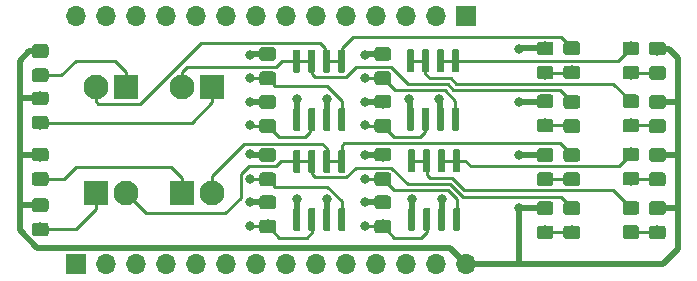
<source format=gbr>
G04 #@! TF.GenerationSoftware,KiCad,Pcbnew,5.1.4+dfsg1-1*
G04 #@! TF.CreationDate,2019-12-01T21:22:26+08:00*
G04 #@! TF.ProjectId,octolight,6f63746f-6c69-4676-9874-2e6b69636164,rev?*
G04 #@! TF.SameCoordinates,Original*
G04 #@! TF.FileFunction,Copper,L1,Top*
G04 #@! TF.FilePolarity,Positive*
%FSLAX46Y46*%
G04 Gerber Fmt 4.6, Leading zero omitted, Abs format (unit mm)*
G04 Created by KiCad (PCBNEW 5.1.4+dfsg1-1) date 2019-12-01 21:22:26*
%MOMM*%
%LPD*%
G04 APERTURE LIST*
%ADD10C,0.100000*%
%ADD11C,0.600000*%
%ADD12C,1.150000*%
%ADD13R,2.100000X2.100000*%
%ADD14C,2.100000*%
%ADD15O,1.700000X1.700000*%
%ADD16R,1.700000X1.700000*%
%ADD17C,0.800000*%
%ADD18C,0.250000*%
%ADD19C,0.500000*%
G04 APERTURE END LIST*
D10*
G36*
X152854703Y-97775722D02*
G01*
X152869264Y-97777882D01*
X152883543Y-97781459D01*
X152897403Y-97786418D01*
X152910710Y-97792712D01*
X152923336Y-97800280D01*
X152935159Y-97809048D01*
X152946066Y-97818934D01*
X152955952Y-97829841D01*
X152964720Y-97841664D01*
X152972288Y-97854290D01*
X152978582Y-97867597D01*
X152983541Y-97881457D01*
X152987118Y-97895736D01*
X152989278Y-97910297D01*
X152990000Y-97925000D01*
X152990000Y-99575000D01*
X152989278Y-99589703D01*
X152987118Y-99604264D01*
X152983541Y-99618543D01*
X152978582Y-99632403D01*
X152972288Y-99645710D01*
X152964720Y-99658336D01*
X152955952Y-99670159D01*
X152946066Y-99681066D01*
X152935159Y-99690952D01*
X152923336Y-99699720D01*
X152910710Y-99707288D01*
X152897403Y-99713582D01*
X152883543Y-99718541D01*
X152869264Y-99722118D01*
X152854703Y-99724278D01*
X152840000Y-99725000D01*
X152540000Y-99725000D01*
X152525297Y-99724278D01*
X152510736Y-99722118D01*
X152496457Y-99718541D01*
X152482597Y-99713582D01*
X152469290Y-99707288D01*
X152456664Y-99699720D01*
X152444841Y-99690952D01*
X152433934Y-99681066D01*
X152424048Y-99670159D01*
X152415280Y-99658336D01*
X152407712Y-99645710D01*
X152401418Y-99632403D01*
X152396459Y-99618543D01*
X152392882Y-99604264D01*
X152390722Y-99589703D01*
X152390000Y-99575000D01*
X152390000Y-97925000D01*
X152390722Y-97910297D01*
X152392882Y-97895736D01*
X152396459Y-97881457D01*
X152401418Y-97867597D01*
X152407712Y-97854290D01*
X152415280Y-97841664D01*
X152424048Y-97829841D01*
X152433934Y-97818934D01*
X152444841Y-97809048D01*
X152456664Y-97800280D01*
X152469290Y-97792712D01*
X152482597Y-97786418D01*
X152496457Y-97781459D01*
X152510736Y-97777882D01*
X152525297Y-97775722D01*
X152540000Y-97775000D01*
X152840000Y-97775000D01*
X152854703Y-97775722D01*
X152854703Y-97775722D01*
G37*
D11*
X152690000Y-98750000D03*
D10*
G36*
X154124703Y-97775722D02*
G01*
X154139264Y-97777882D01*
X154153543Y-97781459D01*
X154167403Y-97786418D01*
X154180710Y-97792712D01*
X154193336Y-97800280D01*
X154205159Y-97809048D01*
X154216066Y-97818934D01*
X154225952Y-97829841D01*
X154234720Y-97841664D01*
X154242288Y-97854290D01*
X154248582Y-97867597D01*
X154253541Y-97881457D01*
X154257118Y-97895736D01*
X154259278Y-97910297D01*
X154260000Y-97925000D01*
X154260000Y-99575000D01*
X154259278Y-99589703D01*
X154257118Y-99604264D01*
X154253541Y-99618543D01*
X154248582Y-99632403D01*
X154242288Y-99645710D01*
X154234720Y-99658336D01*
X154225952Y-99670159D01*
X154216066Y-99681066D01*
X154205159Y-99690952D01*
X154193336Y-99699720D01*
X154180710Y-99707288D01*
X154167403Y-99713582D01*
X154153543Y-99718541D01*
X154139264Y-99722118D01*
X154124703Y-99724278D01*
X154110000Y-99725000D01*
X153810000Y-99725000D01*
X153795297Y-99724278D01*
X153780736Y-99722118D01*
X153766457Y-99718541D01*
X153752597Y-99713582D01*
X153739290Y-99707288D01*
X153726664Y-99699720D01*
X153714841Y-99690952D01*
X153703934Y-99681066D01*
X153694048Y-99670159D01*
X153685280Y-99658336D01*
X153677712Y-99645710D01*
X153671418Y-99632403D01*
X153666459Y-99618543D01*
X153662882Y-99604264D01*
X153660722Y-99589703D01*
X153660000Y-99575000D01*
X153660000Y-97925000D01*
X153660722Y-97910297D01*
X153662882Y-97895736D01*
X153666459Y-97881457D01*
X153671418Y-97867597D01*
X153677712Y-97854290D01*
X153685280Y-97841664D01*
X153694048Y-97829841D01*
X153703934Y-97818934D01*
X153714841Y-97809048D01*
X153726664Y-97800280D01*
X153739290Y-97792712D01*
X153752597Y-97786418D01*
X153766457Y-97781459D01*
X153780736Y-97777882D01*
X153795297Y-97775722D01*
X153810000Y-97775000D01*
X154110000Y-97775000D01*
X154124703Y-97775722D01*
X154124703Y-97775722D01*
G37*
D11*
X153960000Y-98750000D03*
D10*
G36*
X155394703Y-97775722D02*
G01*
X155409264Y-97777882D01*
X155423543Y-97781459D01*
X155437403Y-97786418D01*
X155450710Y-97792712D01*
X155463336Y-97800280D01*
X155475159Y-97809048D01*
X155486066Y-97818934D01*
X155495952Y-97829841D01*
X155504720Y-97841664D01*
X155512288Y-97854290D01*
X155518582Y-97867597D01*
X155523541Y-97881457D01*
X155527118Y-97895736D01*
X155529278Y-97910297D01*
X155530000Y-97925000D01*
X155530000Y-99575000D01*
X155529278Y-99589703D01*
X155527118Y-99604264D01*
X155523541Y-99618543D01*
X155518582Y-99632403D01*
X155512288Y-99645710D01*
X155504720Y-99658336D01*
X155495952Y-99670159D01*
X155486066Y-99681066D01*
X155475159Y-99690952D01*
X155463336Y-99699720D01*
X155450710Y-99707288D01*
X155437403Y-99713582D01*
X155423543Y-99718541D01*
X155409264Y-99722118D01*
X155394703Y-99724278D01*
X155380000Y-99725000D01*
X155080000Y-99725000D01*
X155065297Y-99724278D01*
X155050736Y-99722118D01*
X155036457Y-99718541D01*
X155022597Y-99713582D01*
X155009290Y-99707288D01*
X154996664Y-99699720D01*
X154984841Y-99690952D01*
X154973934Y-99681066D01*
X154964048Y-99670159D01*
X154955280Y-99658336D01*
X154947712Y-99645710D01*
X154941418Y-99632403D01*
X154936459Y-99618543D01*
X154932882Y-99604264D01*
X154930722Y-99589703D01*
X154930000Y-99575000D01*
X154930000Y-97925000D01*
X154930722Y-97910297D01*
X154932882Y-97895736D01*
X154936459Y-97881457D01*
X154941418Y-97867597D01*
X154947712Y-97854290D01*
X154955280Y-97841664D01*
X154964048Y-97829841D01*
X154973934Y-97818934D01*
X154984841Y-97809048D01*
X154996664Y-97800280D01*
X155009290Y-97792712D01*
X155022597Y-97786418D01*
X155036457Y-97781459D01*
X155050736Y-97777882D01*
X155065297Y-97775722D01*
X155080000Y-97775000D01*
X155380000Y-97775000D01*
X155394703Y-97775722D01*
X155394703Y-97775722D01*
G37*
D11*
X155230000Y-98750000D03*
D10*
G36*
X156664703Y-97775722D02*
G01*
X156679264Y-97777882D01*
X156693543Y-97781459D01*
X156707403Y-97786418D01*
X156720710Y-97792712D01*
X156733336Y-97800280D01*
X156745159Y-97809048D01*
X156756066Y-97818934D01*
X156765952Y-97829841D01*
X156774720Y-97841664D01*
X156782288Y-97854290D01*
X156788582Y-97867597D01*
X156793541Y-97881457D01*
X156797118Y-97895736D01*
X156799278Y-97910297D01*
X156800000Y-97925000D01*
X156800000Y-99575000D01*
X156799278Y-99589703D01*
X156797118Y-99604264D01*
X156793541Y-99618543D01*
X156788582Y-99632403D01*
X156782288Y-99645710D01*
X156774720Y-99658336D01*
X156765952Y-99670159D01*
X156756066Y-99681066D01*
X156745159Y-99690952D01*
X156733336Y-99699720D01*
X156720710Y-99707288D01*
X156707403Y-99713582D01*
X156693543Y-99718541D01*
X156679264Y-99722118D01*
X156664703Y-99724278D01*
X156650000Y-99725000D01*
X156350000Y-99725000D01*
X156335297Y-99724278D01*
X156320736Y-99722118D01*
X156306457Y-99718541D01*
X156292597Y-99713582D01*
X156279290Y-99707288D01*
X156266664Y-99699720D01*
X156254841Y-99690952D01*
X156243934Y-99681066D01*
X156234048Y-99670159D01*
X156225280Y-99658336D01*
X156217712Y-99645710D01*
X156211418Y-99632403D01*
X156206459Y-99618543D01*
X156202882Y-99604264D01*
X156200722Y-99589703D01*
X156200000Y-99575000D01*
X156200000Y-97925000D01*
X156200722Y-97910297D01*
X156202882Y-97895736D01*
X156206459Y-97881457D01*
X156211418Y-97867597D01*
X156217712Y-97854290D01*
X156225280Y-97841664D01*
X156234048Y-97829841D01*
X156243934Y-97818934D01*
X156254841Y-97809048D01*
X156266664Y-97800280D01*
X156279290Y-97792712D01*
X156292597Y-97786418D01*
X156306457Y-97781459D01*
X156320736Y-97777882D01*
X156335297Y-97775722D01*
X156350000Y-97775000D01*
X156650000Y-97775000D01*
X156664703Y-97775722D01*
X156664703Y-97775722D01*
G37*
D11*
X156500000Y-98750000D03*
D10*
G36*
X156664703Y-102725722D02*
G01*
X156679264Y-102727882D01*
X156693543Y-102731459D01*
X156707403Y-102736418D01*
X156720710Y-102742712D01*
X156733336Y-102750280D01*
X156745159Y-102759048D01*
X156756066Y-102768934D01*
X156765952Y-102779841D01*
X156774720Y-102791664D01*
X156782288Y-102804290D01*
X156788582Y-102817597D01*
X156793541Y-102831457D01*
X156797118Y-102845736D01*
X156799278Y-102860297D01*
X156800000Y-102875000D01*
X156800000Y-104525000D01*
X156799278Y-104539703D01*
X156797118Y-104554264D01*
X156793541Y-104568543D01*
X156788582Y-104582403D01*
X156782288Y-104595710D01*
X156774720Y-104608336D01*
X156765952Y-104620159D01*
X156756066Y-104631066D01*
X156745159Y-104640952D01*
X156733336Y-104649720D01*
X156720710Y-104657288D01*
X156707403Y-104663582D01*
X156693543Y-104668541D01*
X156679264Y-104672118D01*
X156664703Y-104674278D01*
X156650000Y-104675000D01*
X156350000Y-104675000D01*
X156335297Y-104674278D01*
X156320736Y-104672118D01*
X156306457Y-104668541D01*
X156292597Y-104663582D01*
X156279290Y-104657288D01*
X156266664Y-104649720D01*
X156254841Y-104640952D01*
X156243934Y-104631066D01*
X156234048Y-104620159D01*
X156225280Y-104608336D01*
X156217712Y-104595710D01*
X156211418Y-104582403D01*
X156206459Y-104568543D01*
X156202882Y-104554264D01*
X156200722Y-104539703D01*
X156200000Y-104525000D01*
X156200000Y-102875000D01*
X156200722Y-102860297D01*
X156202882Y-102845736D01*
X156206459Y-102831457D01*
X156211418Y-102817597D01*
X156217712Y-102804290D01*
X156225280Y-102791664D01*
X156234048Y-102779841D01*
X156243934Y-102768934D01*
X156254841Y-102759048D01*
X156266664Y-102750280D01*
X156279290Y-102742712D01*
X156292597Y-102736418D01*
X156306457Y-102731459D01*
X156320736Y-102727882D01*
X156335297Y-102725722D01*
X156350000Y-102725000D01*
X156650000Y-102725000D01*
X156664703Y-102725722D01*
X156664703Y-102725722D01*
G37*
D11*
X156500000Y-103700000D03*
D10*
G36*
X155394703Y-102725722D02*
G01*
X155409264Y-102727882D01*
X155423543Y-102731459D01*
X155437403Y-102736418D01*
X155450710Y-102742712D01*
X155463336Y-102750280D01*
X155475159Y-102759048D01*
X155486066Y-102768934D01*
X155495952Y-102779841D01*
X155504720Y-102791664D01*
X155512288Y-102804290D01*
X155518582Y-102817597D01*
X155523541Y-102831457D01*
X155527118Y-102845736D01*
X155529278Y-102860297D01*
X155530000Y-102875000D01*
X155530000Y-104525000D01*
X155529278Y-104539703D01*
X155527118Y-104554264D01*
X155523541Y-104568543D01*
X155518582Y-104582403D01*
X155512288Y-104595710D01*
X155504720Y-104608336D01*
X155495952Y-104620159D01*
X155486066Y-104631066D01*
X155475159Y-104640952D01*
X155463336Y-104649720D01*
X155450710Y-104657288D01*
X155437403Y-104663582D01*
X155423543Y-104668541D01*
X155409264Y-104672118D01*
X155394703Y-104674278D01*
X155380000Y-104675000D01*
X155080000Y-104675000D01*
X155065297Y-104674278D01*
X155050736Y-104672118D01*
X155036457Y-104668541D01*
X155022597Y-104663582D01*
X155009290Y-104657288D01*
X154996664Y-104649720D01*
X154984841Y-104640952D01*
X154973934Y-104631066D01*
X154964048Y-104620159D01*
X154955280Y-104608336D01*
X154947712Y-104595710D01*
X154941418Y-104582403D01*
X154936459Y-104568543D01*
X154932882Y-104554264D01*
X154930722Y-104539703D01*
X154930000Y-104525000D01*
X154930000Y-102875000D01*
X154930722Y-102860297D01*
X154932882Y-102845736D01*
X154936459Y-102831457D01*
X154941418Y-102817597D01*
X154947712Y-102804290D01*
X154955280Y-102791664D01*
X154964048Y-102779841D01*
X154973934Y-102768934D01*
X154984841Y-102759048D01*
X154996664Y-102750280D01*
X155009290Y-102742712D01*
X155022597Y-102736418D01*
X155036457Y-102731459D01*
X155050736Y-102727882D01*
X155065297Y-102725722D01*
X155080000Y-102725000D01*
X155380000Y-102725000D01*
X155394703Y-102725722D01*
X155394703Y-102725722D01*
G37*
D11*
X155230000Y-103700000D03*
D10*
G36*
X154124703Y-102725722D02*
G01*
X154139264Y-102727882D01*
X154153543Y-102731459D01*
X154167403Y-102736418D01*
X154180710Y-102742712D01*
X154193336Y-102750280D01*
X154205159Y-102759048D01*
X154216066Y-102768934D01*
X154225952Y-102779841D01*
X154234720Y-102791664D01*
X154242288Y-102804290D01*
X154248582Y-102817597D01*
X154253541Y-102831457D01*
X154257118Y-102845736D01*
X154259278Y-102860297D01*
X154260000Y-102875000D01*
X154260000Y-104525000D01*
X154259278Y-104539703D01*
X154257118Y-104554264D01*
X154253541Y-104568543D01*
X154248582Y-104582403D01*
X154242288Y-104595710D01*
X154234720Y-104608336D01*
X154225952Y-104620159D01*
X154216066Y-104631066D01*
X154205159Y-104640952D01*
X154193336Y-104649720D01*
X154180710Y-104657288D01*
X154167403Y-104663582D01*
X154153543Y-104668541D01*
X154139264Y-104672118D01*
X154124703Y-104674278D01*
X154110000Y-104675000D01*
X153810000Y-104675000D01*
X153795297Y-104674278D01*
X153780736Y-104672118D01*
X153766457Y-104668541D01*
X153752597Y-104663582D01*
X153739290Y-104657288D01*
X153726664Y-104649720D01*
X153714841Y-104640952D01*
X153703934Y-104631066D01*
X153694048Y-104620159D01*
X153685280Y-104608336D01*
X153677712Y-104595710D01*
X153671418Y-104582403D01*
X153666459Y-104568543D01*
X153662882Y-104554264D01*
X153660722Y-104539703D01*
X153660000Y-104525000D01*
X153660000Y-102875000D01*
X153660722Y-102860297D01*
X153662882Y-102845736D01*
X153666459Y-102831457D01*
X153671418Y-102817597D01*
X153677712Y-102804290D01*
X153685280Y-102791664D01*
X153694048Y-102779841D01*
X153703934Y-102768934D01*
X153714841Y-102759048D01*
X153726664Y-102750280D01*
X153739290Y-102742712D01*
X153752597Y-102736418D01*
X153766457Y-102731459D01*
X153780736Y-102727882D01*
X153795297Y-102725722D01*
X153810000Y-102725000D01*
X154110000Y-102725000D01*
X154124703Y-102725722D01*
X154124703Y-102725722D01*
G37*
D11*
X153960000Y-103700000D03*
D10*
G36*
X152854703Y-102725722D02*
G01*
X152869264Y-102727882D01*
X152883543Y-102731459D01*
X152897403Y-102736418D01*
X152910710Y-102742712D01*
X152923336Y-102750280D01*
X152935159Y-102759048D01*
X152946066Y-102768934D01*
X152955952Y-102779841D01*
X152964720Y-102791664D01*
X152972288Y-102804290D01*
X152978582Y-102817597D01*
X152983541Y-102831457D01*
X152987118Y-102845736D01*
X152989278Y-102860297D01*
X152990000Y-102875000D01*
X152990000Y-104525000D01*
X152989278Y-104539703D01*
X152987118Y-104554264D01*
X152983541Y-104568543D01*
X152978582Y-104582403D01*
X152972288Y-104595710D01*
X152964720Y-104608336D01*
X152955952Y-104620159D01*
X152946066Y-104631066D01*
X152935159Y-104640952D01*
X152923336Y-104649720D01*
X152910710Y-104657288D01*
X152897403Y-104663582D01*
X152883543Y-104668541D01*
X152869264Y-104672118D01*
X152854703Y-104674278D01*
X152840000Y-104675000D01*
X152540000Y-104675000D01*
X152525297Y-104674278D01*
X152510736Y-104672118D01*
X152496457Y-104668541D01*
X152482597Y-104663582D01*
X152469290Y-104657288D01*
X152456664Y-104649720D01*
X152444841Y-104640952D01*
X152433934Y-104631066D01*
X152424048Y-104620159D01*
X152415280Y-104608336D01*
X152407712Y-104595710D01*
X152401418Y-104582403D01*
X152396459Y-104568543D01*
X152392882Y-104554264D01*
X152390722Y-104539703D01*
X152390000Y-104525000D01*
X152390000Y-102875000D01*
X152390722Y-102860297D01*
X152392882Y-102845736D01*
X152396459Y-102831457D01*
X152401418Y-102817597D01*
X152407712Y-102804290D01*
X152415280Y-102791664D01*
X152424048Y-102779841D01*
X152433934Y-102768934D01*
X152444841Y-102759048D01*
X152456664Y-102750280D01*
X152469290Y-102742712D01*
X152482597Y-102736418D01*
X152496457Y-102731459D01*
X152510736Y-102727882D01*
X152525297Y-102725722D01*
X152540000Y-102725000D01*
X152840000Y-102725000D01*
X152854703Y-102725722D01*
X152854703Y-102725722D01*
G37*
D11*
X152690000Y-103700000D03*
D10*
G36*
X166724505Y-104226204D02*
G01*
X166748773Y-104229804D01*
X166772572Y-104235765D01*
X166795671Y-104244030D01*
X166817850Y-104254520D01*
X166838893Y-104267132D01*
X166858599Y-104281747D01*
X166876777Y-104298223D01*
X166893253Y-104316401D01*
X166907868Y-104336107D01*
X166920480Y-104357150D01*
X166930970Y-104379329D01*
X166939235Y-104402428D01*
X166945196Y-104426227D01*
X166948796Y-104450495D01*
X166950000Y-104474999D01*
X166950000Y-105125001D01*
X166948796Y-105149505D01*
X166945196Y-105173773D01*
X166939235Y-105197572D01*
X166930970Y-105220671D01*
X166920480Y-105242850D01*
X166907868Y-105263893D01*
X166893253Y-105283599D01*
X166876777Y-105301777D01*
X166858599Y-105318253D01*
X166838893Y-105332868D01*
X166817850Y-105345480D01*
X166795671Y-105355970D01*
X166772572Y-105364235D01*
X166748773Y-105370196D01*
X166724505Y-105373796D01*
X166700001Y-105375000D01*
X165799999Y-105375000D01*
X165775495Y-105373796D01*
X165751227Y-105370196D01*
X165727428Y-105364235D01*
X165704329Y-105355970D01*
X165682150Y-105345480D01*
X165661107Y-105332868D01*
X165641401Y-105318253D01*
X165623223Y-105301777D01*
X165606747Y-105283599D01*
X165592132Y-105263893D01*
X165579520Y-105242850D01*
X165569030Y-105220671D01*
X165560765Y-105197572D01*
X165554804Y-105173773D01*
X165551204Y-105149505D01*
X165550000Y-105125001D01*
X165550000Y-104474999D01*
X165551204Y-104450495D01*
X165554804Y-104426227D01*
X165560765Y-104402428D01*
X165569030Y-104379329D01*
X165579520Y-104357150D01*
X165592132Y-104336107D01*
X165606747Y-104316401D01*
X165623223Y-104298223D01*
X165641401Y-104281747D01*
X165661107Y-104267132D01*
X165682150Y-104254520D01*
X165704329Y-104244030D01*
X165727428Y-104235765D01*
X165751227Y-104229804D01*
X165775495Y-104226204D01*
X165799999Y-104225000D01*
X166700001Y-104225000D01*
X166724505Y-104226204D01*
X166724505Y-104226204D01*
G37*
D12*
X166250000Y-104800000D03*
D10*
G36*
X166724505Y-102176204D02*
G01*
X166748773Y-102179804D01*
X166772572Y-102185765D01*
X166795671Y-102194030D01*
X166817850Y-102204520D01*
X166838893Y-102217132D01*
X166858599Y-102231747D01*
X166876777Y-102248223D01*
X166893253Y-102266401D01*
X166907868Y-102286107D01*
X166920480Y-102307150D01*
X166930970Y-102329329D01*
X166939235Y-102352428D01*
X166945196Y-102376227D01*
X166948796Y-102400495D01*
X166950000Y-102424999D01*
X166950000Y-103075001D01*
X166948796Y-103099505D01*
X166945196Y-103123773D01*
X166939235Y-103147572D01*
X166930970Y-103170671D01*
X166920480Y-103192850D01*
X166907868Y-103213893D01*
X166893253Y-103233599D01*
X166876777Y-103251777D01*
X166858599Y-103268253D01*
X166838893Y-103282868D01*
X166817850Y-103295480D01*
X166795671Y-103305970D01*
X166772572Y-103314235D01*
X166748773Y-103320196D01*
X166724505Y-103323796D01*
X166700001Y-103325000D01*
X165799999Y-103325000D01*
X165775495Y-103323796D01*
X165751227Y-103320196D01*
X165727428Y-103314235D01*
X165704329Y-103305970D01*
X165682150Y-103295480D01*
X165661107Y-103282868D01*
X165641401Y-103268253D01*
X165623223Y-103251777D01*
X165606747Y-103233599D01*
X165592132Y-103213893D01*
X165579520Y-103192850D01*
X165569030Y-103170671D01*
X165560765Y-103147572D01*
X165554804Y-103123773D01*
X165551204Y-103099505D01*
X165550000Y-103075001D01*
X165550000Y-102424999D01*
X165551204Y-102400495D01*
X165554804Y-102376227D01*
X165560765Y-102352428D01*
X165569030Y-102329329D01*
X165579520Y-102307150D01*
X165592132Y-102286107D01*
X165606747Y-102266401D01*
X165623223Y-102248223D01*
X165641401Y-102231747D01*
X165661107Y-102217132D01*
X165682150Y-102204520D01*
X165704329Y-102194030D01*
X165727428Y-102185765D01*
X165751227Y-102179804D01*
X165775495Y-102176204D01*
X165799999Y-102175000D01*
X166700001Y-102175000D01*
X166724505Y-102176204D01*
X166724505Y-102176204D01*
G37*
D12*
X166250000Y-102750000D03*
D10*
G36*
X166724505Y-99726204D02*
G01*
X166748773Y-99729804D01*
X166772572Y-99735765D01*
X166795671Y-99744030D01*
X166817850Y-99754520D01*
X166838893Y-99767132D01*
X166858599Y-99781747D01*
X166876777Y-99798223D01*
X166893253Y-99816401D01*
X166907868Y-99836107D01*
X166920480Y-99857150D01*
X166930970Y-99879329D01*
X166939235Y-99902428D01*
X166945196Y-99926227D01*
X166948796Y-99950495D01*
X166950000Y-99974999D01*
X166950000Y-100625001D01*
X166948796Y-100649505D01*
X166945196Y-100673773D01*
X166939235Y-100697572D01*
X166930970Y-100720671D01*
X166920480Y-100742850D01*
X166907868Y-100763893D01*
X166893253Y-100783599D01*
X166876777Y-100801777D01*
X166858599Y-100818253D01*
X166838893Y-100832868D01*
X166817850Y-100845480D01*
X166795671Y-100855970D01*
X166772572Y-100864235D01*
X166748773Y-100870196D01*
X166724505Y-100873796D01*
X166700001Y-100875000D01*
X165799999Y-100875000D01*
X165775495Y-100873796D01*
X165751227Y-100870196D01*
X165727428Y-100864235D01*
X165704329Y-100855970D01*
X165682150Y-100845480D01*
X165661107Y-100832868D01*
X165641401Y-100818253D01*
X165623223Y-100801777D01*
X165606747Y-100783599D01*
X165592132Y-100763893D01*
X165579520Y-100742850D01*
X165569030Y-100720671D01*
X165560765Y-100697572D01*
X165554804Y-100673773D01*
X165551204Y-100649505D01*
X165550000Y-100625001D01*
X165550000Y-99974999D01*
X165551204Y-99950495D01*
X165554804Y-99926227D01*
X165560765Y-99902428D01*
X165569030Y-99879329D01*
X165579520Y-99857150D01*
X165592132Y-99836107D01*
X165606747Y-99816401D01*
X165623223Y-99798223D01*
X165641401Y-99781747D01*
X165661107Y-99767132D01*
X165682150Y-99754520D01*
X165704329Y-99744030D01*
X165727428Y-99735765D01*
X165751227Y-99729804D01*
X165775495Y-99726204D01*
X165799999Y-99725000D01*
X166700001Y-99725000D01*
X166724505Y-99726204D01*
X166724505Y-99726204D01*
G37*
D12*
X166250000Y-100300000D03*
D10*
G36*
X166724505Y-97676204D02*
G01*
X166748773Y-97679804D01*
X166772572Y-97685765D01*
X166795671Y-97694030D01*
X166817850Y-97704520D01*
X166838893Y-97717132D01*
X166858599Y-97731747D01*
X166876777Y-97748223D01*
X166893253Y-97766401D01*
X166907868Y-97786107D01*
X166920480Y-97807150D01*
X166930970Y-97829329D01*
X166939235Y-97852428D01*
X166945196Y-97876227D01*
X166948796Y-97900495D01*
X166950000Y-97924999D01*
X166950000Y-98575001D01*
X166948796Y-98599505D01*
X166945196Y-98623773D01*
X166939235Y-98647572D01*
X166930970Y-98670671D01*
X166920480Y-98692850D01*
X166907868Y-98713893D01*
X166893253Y-98733599D01*
X166876777Y-98751777D01*
X166858599Y-98768253D01*
X166838893Y-98782868D01*
X166817850Y-98795480D01*
X166795671Y-98805970D01*
X166772572Y-98814235D01*
X166748773Y-98820196D01*
X166724505Y-98823796D01*
X166700001Y-98825000D01*
X165799999Y-98825000D01*
X165775495Y-98823796D01*
X165751227Y-98820196D01*
X165727428Y-98814235D01*
X165704329Y-98805970D01*
X165682150Y-98795480D01*
X165661107Y-98782868D01*
X165641401Y-98768253D01*
X165623223Y-98751777D01*
X165606747Y-98733599D01*
X165592132Y-98713893D01*
X165579520Y-98692850D01*
X165569030Y-98670671D01*
X165560765Y-98647572D01*
X165554804Y-98623773D01*
X165551204Y-98599505D01*
X165550000Y-98575001D01*
X165550000Y-97924999D01*
X165551204Y-97900495D01*
X165554804Y-97876227D01*
X165560765Y-97852428D01*
X165569030Y-97829329D01*
X165579520Y-97807150D01*
X165592132Y-97786107D01*
X165606747Y-97766401D01*
X165623223Y-97748223D01*
X165641401Y-97731747D01*
X165661107Y-97717132D01*
X165682150Y-97704520D01*
X165704329Y-97694030D01*
X165727428Y-97685765D01*
X165751227Y-97679804D01*
X165775495Y-97676204D01*
X165799999Y-97675000D01*
X166700001Y-97675000D01*
X166724505Y-97676204D01*
X166724505Y-97676204D01*
G37*
D12*
X166250000Y-98250000D03*
D10*
G36*
X166724505Y-95226204D02*
G01*
X166748773Y-95229804D01*
X166772572Y-95235765D01*
X166795671Y-95244030D01*
X166817850Y-95254520D01*
X166838893Y-95267132D01*
X166858599Y-95281747D01*
X166876777Y-95298223D01*
X166893253Y-95316401D01*
X166907868Y-95336107D01*
X166920480Y-95357150D01*
X166930970Y-95379329D01*
X166939235Y-95402428D01*
X166945196Y-95426227D01*
X166948796Y-95450495D01*
X166950000Y-95474999D01*
X166950000Y-96125001D01*
X166948796Y-96149505D01*
X166945196Y-96173773D01*
X166939235Y-96197572D01*
X166930970Y-96220671D01*
X166920480Y-96242850D01*
X166907868Y-96263893D01*
X166893253Y-96283599D01*
X166876777Y-96301777D01*
X166858599Y-96318253D01*
X166838893Y-96332868D01*
X166817850Y-96345480D01*
X166795671Y-96355970D01*
X166772572Y-96364235D01*
X166748773Y-96370196D01*
X166724505Y-96373796D01*
X166700001Y-96375000D01*
X165799999Y-96375000D01*
X165775495Y-96373796D01*
X165751227Y-96370196D01*
X165727428Y-96364235D01*
X165704329Y-96355970D01*
X165682150Y-96345480D01*
X165661107Y-96332868D01*
X165641401Y-96318253D01*
X165623223Y-96301777D01*
X165606747Y-96283599D01*
X165592132Y-96263893D01*
X165579520Y-96242850D01*
X165569030Y-96220671D01*
X165560765Y-96197572D01*
X165554804Y-96173773D01*
X165551204Y-96149505D01*
X165550000Y-96125001D01*
X165550000Y-95474999D01*
X165551204Y-95450495D01*
X165554804Y-95426227D01*
X165560765Y-95402428D01*
X165569030Y-95379329D01*
X165579520Y-95357150D01*
X165592132Y-95336107D01*
X165606747Y-95316401D01*
X165623223Y-95298223D01*
X165641401Y-95281747D01*
X165661107Y-95267132D01*
X165682150Y-95254520D01*
X165704329Y-95244030D01*
X165727428Y-95235765D01*
X165751227Y-95229804D01*
X165775495Y-95226204D01*
X165799999Y-95225000D01*
X166700001Y-95225000D01*
X166724505Y-95226204D01*
X166724505Y-95226204D01*
G37*
D12*
X166250000Y-95800000D03*
D10*
G36*
X166724505Y-93176204D02*
G01*
X166748773Y-93179804D01*
X166772572Y-93185765D01*
X166795671Y-93194030D01*
X166817850Y-93204520D01*
X166838893Y-93217132D01*
X166858599Y-93231747D01*
X166876777Y-93248223D01*
X166893253Y-93266401D01*
X166907868Y-93286107D01*
X166920480Y-93307150D01*
X166930970Y-93329329D01*
X166939235Y-93352428D01*
X166945196Y-93376227D01*
X166948796Y-93400495D01*
X166950000Y-93424999D01*
X166950000Y-94075001D01*
X166948796Y-94099505D01*
X166945196Y-94123773D01*
X166939235Y-94147572D01*
X166930970Y-94170671D01*
X166920480Y-94192850D01*
X166907868Y-94213893D01*
X166893253Y-94233599D01*
X166876777Y-94251777D01*
X166858599Y-94268253D01*
X166838893Y-94282868D01*
X166817850Y-94295480D01*
X166795671Y-94305970D01*
X166772572Y-94314235D01*
X166748773Y-94320196D01*
X166724505Y-94323796D01*
X166700001Y-94325000D01*
X165799999Y-94325000D01*
X165775495Y-94323796D01*
X165751227Y-94320196D01*
X165727428Y-94314235D01*
X165704329Y-94305970D01*
X165682150Y-94295480D01*
X165661107Y-94282868D01*
X165641401Y-94268253D01*
X165623223Y-94251777D01*
X165606747Y-94233599D01*
X165592132Y-94213893D01*
X165579520Y-94192850D01*
X165569030Y-94170671D01*
X165560765Y-94147572D01*
X165554804Y-94123773D01*
X165551204Y-94099505D01*
X165550000Y-94075001D01*
X165550000Y-93424999D01*
X165551204Y-93400495D01*
X165554804Y-93376227D01*
X165560765Y-93352428D01*
X165569030Y-93329329D01*
X165579520Y-93307150D01*
X165592132Y-93286107D01*
X165606747Y-93266401D01*
X165623223Y-93248223D01*
X165641401Y-93231747D01*
X165661107Y-93217132D01*
X165682150Y-93204520D01*
X165704329Y-93194030D01*
X165727428Y-93185765D01*
X165751227Y-93179804D01*
X165775495Y-93176204D01*
X165799999Y-93175000D01*
X166700001Y-93175000D01*
X166724505Y-93176204D01*
X166724505Y-93176204D01*
G37*
D12*
X166250000Y-93750000D03*
D10*
G36*
X166724505Y-88626204D02*
G01*
X166748773Y-88629804D01*
X166772572Y-88635765D01*
X166795671Y-88644030D01*
X166817850Y-88654520D01*
X166838893Y-88667132D01*
X166858599Y-88681747D01*
X166876777Y-88698223D01*
X166893253Y-88716401D01*
X166907868Y-88736107D01*
X166920480Y-88757150D01*
X166930970Y-88779329D01*
X166939235Y-88802428D01*
X166945196Y-88826227D01*
X166948796Y-88850495D01*
X166950000Y-88874999D01*
X166950000Y-89525001D01*
X166948796Y-89549505D01*
X166945196Y-89573773D01*
X166939235Y-89597572D01*
X166930970Y-89620671D01*
X166920480Y-89642850D01*
X166907868Y-89663893D01*
X166893253Y-89683599D01*
X166876777Y-89701777D01*
X166858599Y-89718253D01*
X166838893Y-89732868D01*
X166817850Y-89745480D01*
X166795671Y-89755970D01*
X166772572Y-89764235D01*
X166748773Y-89770196D01*
X166724505Y-89773796D01*
X166700001Y-89775000D01*
X165799999Y-89775000D01*
X165775495Y-89773796D01*
X165751227Y-89770196D01*
X165727428Y-89764235D01*
X165704329Y-89755970D01*
X165682150Y-89745480D01*
X165661107Y-89732868D01*
X165641401Y-89718253D01*
X165623223Y-89701777D01*
X165606747Y-89683599D01*
X165592132Y-89663893D01*
X165579520Y-89642850D01*
X165569030Y-89620671D01*
X165560765Y-89597572D01*
X165554804Y-89573773D01*
X165551204Y-89549505D01*
X165550000Y-89525001D01*
X165550000Y-88874999D01*
X165551204Y-88850495D01*
X165554804Y-88826227D01*
X165560765Y-88802428D01*
X165569030Y-88779329D01*
X165579520Y-88757150D01*
X165592132Y-88736107D01*
X165606747Y-88716401D01*
X165623223Y-88698223D01*
X165641401Y-88681747D01*
X165661107Y-88667132D01*
X165682150Y-88654520D01*
X165704329Y-88644030D01*
X165727428Y-88635765D01*
X165751227Y-88629804D01*
X165775495Y-88626204D01*
X165799999Y-88625000D01*
X166700001Y-88625000D01*
X166724505Y-88626204D01*
X166724505Y-88626204D01*
G37*
D12*
X166250000Y-89200000D03*
D10*
G36*
X166724505Y-90676204D02*
G01*
X166748773Y-90679804D01*
X166772572Y-90685765D01*
X166795671Y-90694030D01*
X166817850Y-90704520D01*
X166838893Y-90717132D01*
X166858599Y-90731747D01*
X166876777Y-90748223D01*
X166893253Y-90766401D01*
X166907868Y-90786107D01*
X166920480Y-90807150D01*
X166930970Y-90829329D01*
X166939235Y-90852428D01*
X166945196Y-90876227D01*
X166948796Y-90900495D01*
X166950000Y-90924999D01*
X166950000Y-91575001D01*
X166948796Y-91599505D01*
X166945196Y-91623773D01*
X166939235Y-91647572D01*
X166930970Y-91670671D01*
X166920480Y-91692850D01*
X166907868Y-91713893D01*
X166893253Y-91733599D01*
X166876777Y-91751777D01*
X166858599Y-91768253D01*
X166838893Y-91782868D01*
X166817850Y-91795480D01*
X166795671Y-91805970D01*
X166772572Y-91814235D01*
X166748773Y-91820196D01*
X166724505Y-91823796D01*
X166700001Y-91825000D01*
X165799999Y-91825000D01*
X165775495Y-91823796D01*
X165751227Y-91820196D01*
X165727428Y-91814235D01*
X165704329Y-91805970D01*
X165682150Y-91795480D01*
X165661107Y-91782868D01*
X165641401Y-91768253D01*
X165623223Y-91751777D01*
X165606747Y-91733599D01*
X165592132Y-91713893D01*
X165579520Y-91692850D01*
X165569030Y-91670671D01*
X165560765Y-91647572D01*
X165554804Y-91623773D01*
X165551204Y-91599505D01*
X165550000Y-91575001D01*
X165550000Y-90924999D01*
X165551204Y-90900495D01*
X165554804Y-90876227D01*
X165560765Y-90852428D01*
X165569030Y-90829329D01*
X165579520Y-90807150D01*
X165592132Y-90786107D01*
X165606747Y-90766401D01*
X165623223Y-90748223D01*
X165641401Y-90731747D01*
X165661107Y-90717132D01*
X165682150Y-90704520D01*
X165704329Y-90694030D01*
X165727428Y-90685765D01*
X165751227Y-90679804D01*
X165775495Y-90676204D01*
X165799999Y-90675000D01*
X166700001Y-90675000D01*
X166724505Y-90676204D01*
X166724505Y-90676204D01*
G37*
D12*
X166250000Y-91250000D03*
D10*
G36*
X171724505Y-102151204D02*
G01*
X171748773Y-102154804D01*
X171772572Y-102160765D01*
X171795671Y-102169030D01*
X171817850Y-102179520D01*
X171838893Y-102192132D01*
X171858599Y-102206747D01*
X171876777Y-102223223D01*
X171893253Y-102241401D01*
X171907868Y-102261107D01*
X171920480Y-102282150D01*
X171930970Y-102304329D01*
X171939235Y-102327428D01*
X171945196Y-102351227D01*
X171948796Y-102375495D01*
X171950000Y-102399999D01*
X171950000Y-103050001D01*
X171948796Y-103074505D01*
X171945196Y-103098773D01*
X171939235Y-103122572D01*
X171930970Y-103145671D01*
X171920480Y-103167850D01*
X171907868Y-103188893D01*
X171893253Y-103208599D01*
X171876777Y-103226777D01*
X171858599Y-103243253D01*
X171838893Y-103257868D01*
X171817850Y-103270480D01*
X171795671Y-103280970D01*
X171772572Y-103289235D01*
X171748773Y-103295196D01*
X171724505Y-103298796D01*
X171700001Y-103300000D01*
X170799999Y-103300000D01*
X170775495Y-103298796D01*
X170751227Y-103295196D01*
X170727428Y-103289235D01*
X170704329Y-103280970D01*
X170682150Y-103270480D01*
X170661107Y-103257868D01*
X170641401Y-103243253D01*
X170623223Y-103226777D01*
X170606747Y-103208599D01*
X170592132Y-103188893D01*
X170579520Y-103167850D01*
X170569030Y-103145671D01*
X170560765Y-103122572D01*
X170554804Y-103098773D01*
X170551204Y-103074505D01*
X170550000Y-103050001D01*
X170550000Y-102399999D01*
X170551204Y-102375495D01*
X170554804Y-102351227D01*
X170560765Y-102327428D01*
X170569030Y-102304329D01*
X170579520Y-102282150D01*
X170592132Y-102261107D01*
X170606747Y-102241401D01*
X170623223Y-102223223D01*
X170641401Y-102206747D01*
X170661107Y-102192132D01*
X170682150Y-102179520D01*
X170704329Y-102169030D01*
X170727428Y-102160765D01*
X170751227Y-102154804D01*
X170775495Y-102151204D01*
X170799999Y-102150000D01*
X171700001Y-102150000D01*
X171724505Y-102151204D01*
X171724505Y-102151204D01*
G37*
D12*
X171250000Y-102725000D03*
D10*
G36*
X171724505Y-104201204D02*
G01*
X171748773Y-104204804D01*
X171772572Y-104210765D01*
X171795671Y-104219030D01*
X171817850Y-104229520D01*
X171838893Y-104242132D01*
X171858599Y-104256747D01*
X171876777Y-104273223D01*
X171893253Y-104291401D01*
X171907868Y-104311107D01*
X171920480Y-104332150D01*
X171930970Y-104354329D01*
X171939235Y-104377428D01*
X171945196Y-104401227D01*
X171948796Y-104425495D01*
X171950000Y-104449999D01*
X171950000Y-105100001D01*
X171948796Y-105124505D01*
X171945196Y-105148773D01*
X171939235Y-105172572D01*
X171930970Y-105195671D01*
X171920480Y-105217850D01*
X171907868Y-105238893D01*
X171893253Y-105258599D01*
X171876777Y-105276777D01*
X171858599Y-105293253D01*
X171838893Y-105307868D01*
X171817850Y-105320480D01*
X171795671Y-105330970D01*
X171772572Y-105339235D01*
X171748773Y-105345196D01*
X171724505Y-105348796D01*
X171700001Y-105350000D01*
X170799999Y-105350000D01*
X170775495Y-105348796D01*
X170751227Y-105345196D01*
X170727428Y-105339235D01*
X170704329Y-105330970D01*
X170682150Y-105320480D01*
X170661107Y-105307868D01*
X170641401Y-105293253D01*
X170623223Y-105276777D01*
X170606747Y-105258599D01*
X170592132Y-105238893D01*
X170579520Y-105217850D01*
X170569030Y-105195671D01*
X170560765Y-105172572D01*
X170554804Y-105148773D01*
X170551204Y-105124505D01*
X170550000Y-105100001D01*
X170550000Y-104449999D01*
X170551204Y-104425495D01*
X170554804Y-104401227D01*
X170560765Y-104377428D01*
X170569030Y-104354329D01*
X170579520Y-104332150D01*
X170592132Y-104311107D01*
X170606747Y-104291401D01*
X170623223Y-104273223D01*
X170641401Y-104256747D01*
X170661107Y-104242132D01*
X170682150Y-104229520D01*
X170704329Y-104219030D01*
X170727428Y-104210765D01*
X170751227Y-104204804D01*
X170775495Y-104201204D01*
X170799999Y-104200000D01*
X171700001Y-104200000D01*
X171724505Y-104201204D01*
X171724505Y-104201204D01*
G37*
D12*
X171250000Y-104775000D03*
D10*
G36*
X171724505Y-99676204D02*
G01*
X171748773Y-99679804D01*
X171772572Y-99685765D01*
X171795671Y-99694030D01*
X171817850Y-99704520D01*
X171838893Y-99717132D01*
X171858599Y-99731747D01*
X171876777Y-99748223D01*
X171893253Y-99766401D01*
X171907868Y-99786107D01*
X171920480Y-99807150D01*
X171930970Y-99829329D01*
X171939235Y-99852428D01*
X171945196Y-99876227D01*
X171948796Y-99900495D01*
X171950000Y-99924999D01*
X171950000Y-100575001D01*
X171948796Y-100599505D01*
X171945196Y-100623773D01*
X171939235Y-100647572D01*
X171930970Y-100670671D01*
X171920480Y-100692850D01*
X171907868Y-100713893D01*
X171893253Y-100733599D01*
X171876777Y-100751777D01*
X171858599Y-100768253D01*
X171838893Y-100782868D01*
X171817850Y-100795480D01*
X171795671Y-100805970D01*
X171772572Y-100814235D01*
X171748773Y-100820196D01*
X171724505Y-100823796D01*
X171700001Y-100825000D01*
X170799999Y-100825000D01*
X170775495Y-100823796D01*
X170751227Y-100820196D01*
X170727428Y-100814235D01*
X170704329Y-100805970D01*
X170682150Y-100795480D01*
X170661107Y-100782868D01*
X170641401Y-100768253D01*
X170623223Y-100751777D01*
X170606747Y-100733599D01*
X170592132Y-100713893D01*
X170579520Y-100692850D01*
X170569030Y-100670671D01*
X170560765Y-100647572D01*
X170554804Y-100623773D01*
X170551204Y-100599505D01*
X170550000Y-100575001D01*
X170550000Y-99924999D01*
X170551204Y-99900495D01*
X170554804Y-99876227D01*
X170560765Y-99852428D01*
X170569030Y-99829329D01*
X170579520Y-99807150D01*
X170592132Y-99786107D01*
X170606747Y-99766401D01*
X170623223Y-99748223D01*
X170641401Y-99731747D01*
X170661107Y-99717132D01*
X170682150Y-99704520D01*
X170704329Y-99694030D01*
X170727428Y-99685765D01*
X170751227Y-99679804D01*
X170775495Y-99676204D01*
X170799999Y-99675000D01*
X171700001Y-99675000D01*
X171724505Y-99676204D01*
X171724505Y-99676204D01*
G37*
D12*
X171250000Y-100250000D03*
D10*
G36*
X171724505Y-97626204D02*
G01*
X171748773Y-97629804D01*
X171772572Y-97635765D01*
X171795671Y-97644030D01*
X171817850Y-97654520D01*
X171838893Y-97667132D01*
X171858599Y-97681747D01*
X171876777Y-97698223D01*
X171893253Y-97716401D01*
X171907868Y-97736107D01*
X171920480Y-97757150D01*
X171930970Y-97779329D01*
X171939235Y-97802428D01*
X171945196Y-97826227D01*
X171948796Y-97850495D01*
X171950000Y-97874999D01*
X171950000Y-98525001D01*
X171948796Y-98549505D01*
X171945196Y-98573773D01*
X171939235Y-98597572D01*
X171930970Y-98620671D01*
X171920480Y-98642850D01*
X171907868Y-98663893D01*
X171893253Y-98683599D01*
X171876777Y-98701777D01*
X171858599Y-98718253D01*
X171838893Y-98732868D01*
X171817850Y-98745480D01*
X171795671Y-98755970D01*
X171772572Y-98764235D01*
X171748773Y-98770196D01*
X171724505Y-98773796D01*
X171700001Y-98775000D01*
X170799999Y-98775000D01*
X170775495Y-98773796D01*
X170751227Y-98770196D01*
X170727428Y-98764235D01*
X170704329Y-98755970D01*
X170682150Y-98745480D01*
X170661107Y-98732868D01*
X170641401Y-98718253D01*
X170623223Y-98701777D01*
X170606747Y-98683599D01*
X170592132Y-98663893D01*
X170579520Y-98642850D01*
X170569030Y-98620671D01*
X170560765Y-98597572D01*
X170554804Y-98573773D01*
X170551204Y-98549505D01*
X170550000Y-98525001D01*
X170550000Y-97874999D01*
X170551204Y-97850495D01*
X170554804Y-97826227D01*
X170560765Y-97802428D01*
X170569030Y-97779329D01*
X170579520Y-97757150D01*
X170592132Y-97736107D01*
X170606747Y-97716401D01*
X170623223Y-97698223D01*
X170641401Y-97681747D01*
X170661107Y-97667132D01*
X170682150Y-97654520D01*
X170704329Y-97644030D01*
X170727428Y-97635765D01*
X170751227Y-97629804D01*
X170775495Y-97626204D01*
X170799999Y-97625000D01*
X171700001Y-97625000D01*
X171724505Y-97626204D01*
X171724505Y-97626204D01*
G37*
D12*
X171250000Y-98200000D03*
D10*
G36*
X171724505Y-93126204D02*
G01*
X171748773Y-93129804D01*
X171772572Y-93135765D01*
X171795671Y-93144030D01*
X171817850Y-93154520D01*
X171838893Y-93167132D01*
X171858599Y-93181747D01*
X171876777Y-93198223D01*
X171893253Y-93216401D01*
X171907868Y-93236107D01*
X171920480Y-93257150D01*
X171930970Y-93279329D01*
X171939235Y-93302428D01*
X171945196Y-93326227D01*
X171948796Y-93350495D01*
X171950000Y-93374999D01*
X171950000Y-94025001D01*
X171948796Y-94049505D01*
X171945196Y-94073773D01*
X171939235Y-94097572D01*
X171930970Y-94120671D01*
X171920480Y-94142850D01*
X171907868Y-94163893D01*
X171893253Y-94183599D01*
X171876777Y-94201777D01*
X171858599Y-94218253D01*
X171838893Y-94232868D01*
X171817850Y-94245480D01*
X171795671Y-94255970D01*
X171772572Y-94264235D01*
X171748773Y-94270196D01*
X171724505Y-94273796D01*
X171700001Y-94275000D01*
X170799999Y-94275000D01*
X170775495Y-94273796D01*
X170751227Y-94270196D01*
X170727428Y-94264235D01*
X170704329Y-94255970D01*
X170682150Y-94245480D01*
X170661107Y-94232868D01*
X170641401Y-94218253D01*
X170623223Y-94201777D01*
X170606747Y-94183599D01*
X170592132Y-94163893D01*
X170579520Y-94142850D01*
X170569030Y-94120671D01*
X170560765Y-94097572D01*
X170554804Y-94073773D01*
X170551204Y-94049505D01*
X170550000Y-94025001D01*
X170550000Y-93374999D01*
X170551204Y-93350495D01*
X170554804Y-93326227D01*
X170560765Y-93302428D01*
X170569030Y-93279329D01*
X170579520Y-93257150D01*
X170592132Y-93236107D01*
X170606747Y-93216401D01*
X170623223Y-93198223D01*
X170641401Y-93181747D01*
X170661107Y-93167132D01*
X170682150Y-93154520D01*
X170704329Y-93144030D01*
X170727428Y-93135765D01*
X170751227Y-93129804D01*
X170775495Y-93126204D01*
X170799999Y-93125000D01*
X171700001Y-93125000D01*
X171724505Y-93126204D01*
X171724505Y-93126204D01*
G37*
D12*
X171250000Y-93700000D03*
D10*
G36*
X171724505Y-95176204D02*
G01*
X171748773Y-95179804D01*
X171772572Y-95185765D01*
X171795671Y-95194030D01*
X171817850Y-95204520D01*
X171838893Y-95217132D01*
X171858599Y-95231747D01*
X171876777Y-95248223D01*
X171893253Y-95266401D01*
X171907868Y-95286107D01*
X171920480Y-95307150D01*
X171930970Y-95329329D01*
X171939235Y-95352428D01*
X171945196Y-95376227D01*
X171948796Y-95400495D01*
X171950000Y-95424999D01*
X171950000Y-96075001D01*
X171948796Y-96099505D01*
X171945196Y-96123773D01*
X171939235Y-96147572D01*
X171930970Y-96170671D01*
X171920480Y-96192850D01*
X171907868Y-96213893D01*
X171893253Y-96233599D01*
X171876777Y-96251777D01*
X171858599Y-96268253D01*
X171838893Y-96282868D01*
X171817850Y-96295480D01*
X171795671Y-96305970D01*
X171772572Y-96314235D01*
X171748773Y-96320196D01*
X171724505Y-96323796D01*
X171700001Y-96325000D01*
X170799999Y-96325000D01*
X170775495Y-96323796D01*
X170751227Y-96320196D01*
X170727428Y-96314235D01*
X170704329Y-96305970D01*
X170682150Y-96295480D01*
X170661107Y-96282868D01*
X170641401Y-96268253D01*
X170623223Y-96251777D01*
X170606747Y-96233599D01*
X170592132Y-96213893D01*
X170579520Y-96192850D01*
X170569030Y-96170671D01*
X170560765Y-96147572D01*
X170554804Y-96123773D01*
X170551204Y-96099505D01*
X170550000Y-96075001D01*
X170550000Y-95424999D01*
X170551204Y-95400495D01*
X170554804Y-95376227D01*
X170560765Y-95352428D01*
X170569030Y-95329329D01*
X170579520Y-95307150D01*
X170592132Y-95286107D01*
X170606747Y-95266401D01*
X170623223Y-95248223D01*
X170641401Y-95231747D01*
X170661107Y-95217132D01*
X170682150Y-95204520D01*
X170704329Y-95194030D01*
X170727428Y-95185765D01*
X170751227Y-95179804D01*
X170775495Y-95176204D01*
X170799999Y-95175000D01*
X171700001Y-95175000D01*
X171724505Y-95176204D01*
X171724505Y-95176204D01*
G37*
D12*
X171250000Y-95750000D03*
D10*
G36*
X171724505Y-88651204D02*
G01*
X171748773Y-88654804D01*
X171772572Y-88660765D01*
X171795671Y-88669030D01*
X171817850Y-88679520D01*
X171838893Y-88692132D01*
X171858599Y-88706747D01*
X171876777Y-88723223D01*
X171893253Y-88741401D01*
X171907868Y-88761107D01*
X171920480Y-88782150D01*
X171930970Y-88804329D01*
X171939235Y-88827428D01*
X171945196Y-88851227D01*
X171948796Y-88875495D01*
X171950000Y-88899999D01*
X171950000Y-89550001D01*
X171948796Y-89574505D01*
X171945196Y-89598773D01*
X171939235Y-89622572D01*
X171930970Y-89645671D01*
X171920480Y-89667850D01*
X171907868Y-89688893D01*
X171893253Y-89708599D01*
X171876777Y-89726777D01*
X171858599Y-89743253D01*
X171838893Y-89757868D01*
X171817850Y-89770480D01*
X171795671Y-89780970D01*
X171772572Y-89789235D01*
X171748773Y-89795196D01*
X171724505Y-89798796D01*
X171700001Y-89800000D01*
X170799999Y-89800000D01*
X170775495Y-89798796D01*
X170751227Y-89795196D01*
X170727428Y-89789235D01*
X170704329Y-89780970D01*
X170682150Y-89770480D01*
X170661107Y-89757868D01*
X170641401Y-89743253D01*
X170623223Y-89726777D01*
X170606747Y-89708599D01*
X170592132Y-89688893D01*
X170579520Y-89667850D01*
X170569030Y-89645671D01*
X170560765Y-89622572D01*
X170554804Y-89598773D01*
X170551204Y-89574505D01*
X170550000Y-89550001D01*
X170550000Y-88899999D01*
X170551204Y-88875495D01*
X170554804Y-88851227D01*
X170560765Y-88827428D01*
X170569030Y-88804329D01*
X170579520Y-88782150D01*
X170592132Y-88761107D01*
X170606747Y-88741401D01*
X170623223Y-88723223D01*
X170641401Y-88706747D01*
X170661107Y-88692132D01*
X170682150Y-88679520D01*
X170704329Y-88669030D01*
X170727428Y-88660765D01*
X170751227Y-88654804D01*
X170775495Y-88651204D01*
X170799999Y-88650000D01*
X171700001Y-88650000D01*
X171724505Y-88651204D01*
X171724505Y-88651204D01*
G37*
D12*
X171250000Y-89225000D03*
D10*
G36*
X171724505Y-90701204D02*
G01*
X171748773Y-90704804D01*
X171772572Y-90710765D01*
X171795671Y-90719030D01*
X171817850Y-90729520D01*
X171838893Y-90742132D01*
X171858599Y-90756747D01*
X171876777Y-90773223D01*
X171893253Y-90791401D01*
X171907868Y-90811107D01*
X171920480Y-90832150D01*
X171930970Y-90854329D01*
X171939235Y-90877428D01*
X171945196Y-90901227D01*
X171948796Y-90925495D01*
X171950000Y-90949999D01*
X171950000Y-91600001D01*
X171948796Y-91624505D01*
X171945196Y-91648773D01*
X171939235Y-91672572D01*
X171930970Y-91695671D01*
X171920480Y-91717850D01*
X171907868Y-91738893D01*
X171893253Y-91758599D01*
X171876777Y-91776777D01*
X171858599Y-91793253D01*
X171838893Y-91807868D01*
X171817850Y-91820480D01*
X171795671Y-91830970D01*
X171772572Y-91839235D01*
X171748773Y-91845196D01*
X171724505Y-91848796D01*
X171700001Y-91850000D01*
X170799999Y-91850000D01*
X170775495Y-91848796D01*
X170751227Y-91845196D01*
X170727428Y-91839235D01*
X170704329Y-91830970D01*
X170682150Y-91820480D01*
X170661107Y-91807868D01*
X170641401Y-91793253D01*
X170623223Y-91776777D01*
X170606747Y-91758599D01*
X170592132Y-91738893D01*
X170579520Y-91717850D01*
X170569030Y-91695671D01*
X170560765Y-91672572D01*
X170554804Y-91648773D01*
X170551204Y-91624505D01*
X170550000Y-91600001D01*
X170550000Y-90949999D01*
X170551204Y-90925495D01*
X170554804Y-90901227D01*
X170560765Y-90877428D01*
X170569030Y-90854329D01*
X170579520Y-90832150D01*
X170592132Y-90811107D01*
X170606747Y-90791401D01*
X170623223Y-90773223D01*
X170641401Y-90756747D01*
X170661107Y-90742132D01*
X170682150Y-90729520D01*
X170704329Y-90719030D01*
X170727428Y-90710765D01*
X170751227Y-90704804D01*
X170775495Y-90701204D01*
X170799999Y-90700000D01*
X171700001Y-90700000D01*
X171724505Y-90701204D01*
X171724505Y-90701204D01*
G37*
D12*
X171250000Y-91275000D03*
D13*
X126000000Y-101500000D03*
D14*
X128540000Y-101500000D03*
X135790000Y-101500000D03*
D13*
X133250000Y-101500000D03*
X135790000Y-92500000D03*
D14*
X133250000Y-92500000D03*
D15*
X124250000Y-86500000D03*
X126790000Y-86500000D03*
X129330000Y-86500000D03*
X131870000Y-86500000D03*
X134410000Y-86500000D03*
X136950000Y-86500000D03*
X139490000Y-86500000D03*
X142030000Y-86500000D03*
X144570000Y-86500000D03*
X147110000Y-86500000D03*
X149650000Y-86500000D03*
X152190000Y-86500000D03*
X154730000Y-86500000D03*
D16*
X157270000Y-86500000D03*
X124250000Y-107500000D03*
D15*
X126790000Y-107500000D03*
X129330000Y-107500000D03*
X131870000Y-107500000D03*
X134410000Y-107500000D03*
X136950000Y-107500000D03*
X139490000Y-107500000D03*
X142030000Y-107500000D03*
X144570000Y-107500000D03*
X147110000Y-107500000D03*
X149650000Y-107500000D03*
X152190000Y-107500000D03*
X154730000Y-107500000D03*
X157270000Y-107500000D03*
D14*
X125960000Y-92500000D03*
D13*
X128500000Y-92500000D03*
D10*
G36*
X143144703Y-102750722D02*
G01*
X143159264Y-102752882D01*
X143173543Y-102756459D01*
X143187403Y-102761418D01*
X143200710Y-102767712D01*
X143213336Y-102775280D01*
X143225159Y-102784048D01*
X143236066Y-102793934D01*
X143245952Y-102804841D01*
X143254720Y-102816664D01*
X143262288Y-102829290D01*
X143268582Y-102842597D01*
X143273541Y-102856457D01*
X143277118Y-102870736D01*
X143279278Y-102885297D01*
X143280000Y-102900000D01*
X143280000Y-104550000D01*
X143279278Y-104564703D01*
X143277118Y-104579264D01*
X143273541Y-104593543D01*
X143268582Y-104607403D01*
X143262288Y-104620710D01*
X143254720Y-104633336D01*
X143245952Y-104645159D01*
X143236066Y-104656066D01*
X143225159Y-104665952D01*
X143213336Y-104674720D01*
X143200710Y-104682288D01*
X143187403Y-104688582D01*
X143173543Y-104693541D01*
X143159264Y-104697118D01*
X143144703Y-104699278D01*
X143130000Y-104700000D01*
X142830000Y-104700000D01*
X142815297Y-104699278D01*
X142800736Y-104697118D01*
X142786457Y-104693541D01*
X142772597Y-104688582D01*
X142759290Y-104682288D01*
X142746664Y-104674720D01*
X142734841Y-104665952D01*
X142723934Y-104656066D01*
X142714048Y-104645159D01*
X142705280Y-104633336D01*
X142697712Y-104620710D01*
X142691418Y-104607403D01*
X142686459Y-104593543D01*
X142682882Y-104579264D01*
X142680722Y-104564703D01*
X142680000Y-104550000D01*
X142680000Y-102900000D01*
X142680722Y-102885297D01*
X142682882Y-102870736D01*
X142686459Y-102856457D01*
X142691418Y-102842597D01*
X142697712Y-102829290D01*
X142705280Y-102816664D01*
X142714048Y-102804841D01*
X142723934Y-102793934D01*
X142734841Y-102784048D01*
X142746664Y-102775280D01*
X142759290Y-102767712D01*
X142772597Y-102761418D01*
X142786457Y-102756459D01*
X142800736Y-102752882D01*
X142815297Y-102750722D01*
X142830000Y-102750000D01*
X143130000Y-102750000D01*
X143144703Y-102750722D01*
X143144703Y-102750722D01*
G37*
D11*
X142980000Y-103725000D03*
D10*
G36*
X144414703Y-102750722D02*
G01*
X144429264Y-102752882D01*
X144443543Y-102756459D01*
X144457403Y-102761418D01*
X144470710Y-102767712D01*
X144483336Y-102775280D01*
X144495159Y-102784048D01*
X144506066Y-102793934D01*
X144515952Y-102804841D01*
X144524720Y-102816664D01*
X144532288Y-102829290D01*
X144538582Y-102842597D01*
X144543541Y-102856457D01*
X144547118Y-102870736D01*
X144549278Y-102885297D01*
X144550000Y-102900000D01*
X144550000Y-104550000D01*
X144549278Y-104564703D01*
X144547118Y-104579264D01*
X144543541Y-104593543D01*
X144538582Y-104607403D01*
X144532288Y-104620710D01*
X144524720Y-104633336D01*
X144515952Y-104645159D01*
X144506066Y-104656066D01*
X144495159Y-104665952D01*
X144483336Y-104674720D01*
X144470710Y-104682288D01*
X144457403Y-104688582D01*
X144443543Y-104693541D01*
X144429264Y-104697118D01*
X144414703Y-104699278D01*
X144400000Y-104700000D01*
X144100000Y-104700000D01*
X144085297Y-104699278D01*
X144070736Y-104697118D01*
X144056457Y-104693541D01*
X144042597Y-104688582D01*
X144029290Y-104682288D01*
X144016664Y-104674720D01*
X144004841Y-104665952D01*
X143993934Y-104656066D01*
X143984048Y-104645159D01*
X143975280Y-104633336D01*
X143967712Y-104620710D01*
X143961418Y-104607403D01*
X143956459Y-104593543D01*
X143952882Y-104579264D01*
X143950722Y-104564703D01*
X143950000Y-104550000D01*
X143950000Y-102900000D01*
X143950722Y-102885297D01*
X143952882Y-102870736D01*
X143956459Y-102856457D01*
X143961418Y-102842597D01*
X143967712Y-102829290D01*
X143975280Y-102816664D01*
X143984048Y-102804841D01*
X143993934Y-102793934D01*
X144004841Y-102784048D01*
X144016664Y-102775280D01*
X144029290Y-102767712D01*
X144042597Y-102761418D01*
X144056457Y-102756459D01*
X144070736Y-102752882D01*
X144085297Y-102750722D01*
X144100000Y-102750000D01*
X144400000Y-102750000D01*
X144414703Y-102750722D01*
X144414703Y-102750722D01*
G37*
D11*
X144250000Y-103725000D03*
D10*
G36*
X145684703Y-102750722D02*
G01*
X145699264Y-102752882D01*
X145713543Y-102756459D01*
X145727403Y-102761418D01*
X145740710Y-102767712D01*
X145753336Y-102775280D01*
X145765159Y-102784048D01*
X145776066Y-102793934D01*
X145785952Y-102804841D01*
X145794720Y-102816664D01*
X145802288Y-102829290D01*
X145808582Y-102842597D01*
X145813541Y-102856457D01*
X145817118Y-102870736D01*
X145819278Y-102885297D01*
X145820000Y-102900000D01*
X145820000Y-104550000D01*
X145819278Y-104564703D01*
X145817118Y-104579264D01*
X145813541Y-104593543D01*
X145808582Y-104607403D01*
X145802288Y-104620710D01*
X145794720Y-104633336D01*
X145785952Y-104645159D01*
X145776066Y-104656066D01*
X145765159Y-104665952D01*
X145753336Y-104674720D01*
X145740710Y-104682288D01*
X145727403Y-104688582D01*
X145713543Y-104693541D01*
X145699264Y-104697118D01*
X145684703Y-104699278D01*
X145670000Y-104700000D01*
X145370000Y-104700000D01*
X145355297Y-104699278D01*
X145340736Y-104697118D01*
X145326457Y-104693541D01*
X145312597Y-104688582D01*
X145299290Y-104682288D01*
X145286664Y-104674720D01*
X145274841Y-104665952D01*
X145263934Y-104656066D01*
X145254048Y-104645159D01*
X145245280Y-104633336D01*
X145237712Y-104620710D01*
X145231418Y-104607403D01*
X145226459Y-104593543D01*
X145222882Y-104579264D01*
X145220722Y-104564703D01*
X145220000Y-104550000D01*
X145220000Y-102900000D01*
X145220722Y-102885297D01*
X145222882Y-102870736D01*
X145226459Y-102856457D01*
X145231418Y-102842597D01*
X145237712Y-102829290D01*
X145245280Y-102816664D01*
X145254048Y-102804841D01*
X145263934Y-102793934D01*
X145274841Y-102784048D01*
X145286664Y-102775280D01*
X145299290Y-102767712D01*
X145312597Y-102761418D01*
X145326457Y-102756459D01*
X145340736Y-102752882D01*
X145355297Y-102750722D01*
X145370000Y-102750000D01*
X145670000Y-102750000D01*
X145684703Y-102750722D01*
X145684703Y-102750722D01*
G37*
D11*
X145520000Y-103725000D03*
D10*
G36*
X146954703Y-102750722D02*
G01*
X146969264Y-102752882D01*
X146983543Y-102756459D01*
X146997403Y-102761418D01*
X147010710Y-102767712D01*
X147023336Y-102775280D01*
X147035159Y-102784048D01*
X147046066Y-102793934D01*
X147055952Y-102804841D01*
X147064720Y-102816664D01*
X147072288Y-102829290D01*
X147078582Y-102842597D01*
X147083541Y-102856457D01*
X147087118Y-102870736D01*
X147089278Y-102885297D01*
X147090000Y-102900000D01*
X147090000Y-104550000D01*
X147089278Y-104564703D01*
X147087118Y-104579264D01*
X147083541Y-104593543D01*
X147078582Y-104607403D01*
X147072288Y-104620710D01*
X147064720Y-104633336D01*
X147055952Y-104645159D01*
X147046066Y-104656066D01*
X147035159Y-104665952D01*
X147023336Y-104674720D01*
X147010710Y-104682288D01*
X146997403Y-104688582D01*
X146983543Y-104693541D01*
X146969264Y-104697118D01*
X146954703Y-104699278D01*
X146940000Y-104700000D01*
X146640000Y-104700000D01*
X146625297Y-104699278D01*
X146610736Y-104697118D01*
X146596457Y-104693541D01*
X146582597Y-104688582D01*
X146569290Y-104682288D01*
X146556664Y-104674720D01*
X146544841Y-104665952D01*
X146533934Y-104656066D01*
X146524048Y-104645159D01*
X146515280Y-104633336D01*
X146507712Y-104620710D01*
X146501418Y-104607403D01*
X146496459Y-104593543D01*
X146492882Y-104579264D01*
X146490722Y-104564703D01*
X146490000Y-104550000D01*
X146490000Y-102900000D01*
X146490722Y-102885297D01*
X146492882Y-102870736D01*
X146496459Y-102856457D01*
X146501418Y-102842597D01*
X146507712Y-102829290D01*
X146515280Y-102816664D01*
X146524048Y-102804841D01*
X146533934Y-102793934D01*
X146544841Y-102784048D01*
X146556664Y-102775280D01*
X146569290Y-102767712D01*
X146582597Y-102761418D01*
X146596457Y-102756459D01*
X146610736Y-102752882D01*
X146625297Y-102750722D01*
X146640000Y-102750000D01*
X146940000Y-102750000D01*
X146954703Y-102750722D01*
X146954703Y-102750722D01*
G37*
D11*
X146790000Y-103725000D03*
D10*
G36*
X146954703Y-97800722D02*
G01*
X146969264Y-97802882D01*
X146983543Y-97806459D01*
X146997403Y-97811418D01*
X147010710Y-97817712D01*
X147023336Y-97825280D01*
X147035159Y-97834048D01*
X147046066Y-97843934D01*
X147055952Y-97854841D01*
X147064720Y-97866664D01*
X147072288Y-97879290D01*
X147078582Y-97892597D01*
X147083541Y-97906457D01*
X147087118Y-97920736D01*
X147089278Y-97935297D01*
X147090000Y-97950000D01*
X147090000Y-99600000D01*
X147089278Y-99614703D01*
X147087118Y-99629264D01*
X147083541Y-99643543D01*
X147078582Y-99657403D01*
X147072288Y-99670710D01*
X147064720Y-99683336D01*
X147055952Y-99695159D01*
X147046066Y-99706066D01*
X147035159Y-99715952D01*
X147023336Y-99724720D01*
X147010710Y-99732288D01*
X146997403Y-99738582D01*
X146983543Y-99743541D01*
X146969264Y-99747118D01*
X146954703Y-99749278D01*
X146940000Y-99750000D01*
X146640000Y-99750000D01*
X146625297Y-99749278D01*
X146610736Y-99747118D01*
X146596457Y-99743541D01*
X146582597Y-99738582D01*
X146569290Y-99732288D01*
X146556664Y-99724720D01*
X146544841Y-99715952D01*
X146533934Y-99706066D01*
X146524048Y-99695159D01*
X146515280Y-99683336D01*
X146507712Y-99670710D01*
X146501418Y-99657403D01*
X146496459Y-99643543D01*
X146492882Y-99629264D01*
X146490722Y-99614703D01*
X146490000Y-99600000D01*
X146490000Y-97950000D01*
X146490722Y-97935297D01*
X146492882Y-97920736D01*
X146496459Y-97906457D01*
X146501418Y-97892597D01*
X146507712Y-97879290D01*
X146515280Y-97866664D01*
X146524048Y-97854841D01*
X146533934Y-97843934D01*
X146544841Y-97834048D01*
X146556664Y-97825280D01*
X146569290Y-97817712D01*
X146582597Y-97811418D01*
X146596457Y-97806459D01*
X146610736Y-97802882D01*
X146625297Y-97800722D01*
X146640000Y-97800000D01*
X146940000Y-97800000D01*
X146954703Y-97800722D01*
X146954703Y-97800722D01*
G37*
D11*
X146790000Y-98775000D03*
D10*
G36*
X145684703Y-97800722D02*
G01*
X145699264Y-97802882D01*
X145713543Y-97806459D01*
X145727403Y-97811418D01*
X145740710Y-97817712D01*
X145753336Y-97825280D01*
X145765159Y-97834048D01*
X145776066Y-97843934D01*
X145785952Y-97854841D01*
X145794720Y-97866664D01*
X145802288Y-97879290D01*
X145808582Y-97892597D01*
X145813541Y-97906457D01*
X145817118Y-97920736D01*
X145819278Y-97935297D01*
X145820000Y-97950000D01*
X145820000Y-99600000D01*
X145819278Y-99614703D01*
X145817118Y-99629264D01*
X145813541Y-99643543D01*
X145808582Y-99657403D01*
X145802288Y-99670710D01*
X145794720Y-99683336D01*
X145785952Y-99695159D01*
X145776066Y-99706066D01*
X145765159Y-99715952D01*
X145753336Y-99724720D01*
X145740710Y-99732288D01*
X145727403Y-99738582D01*
X145713543Y-99743541D01*
X145699264Y-99747118D01*
X145684703Y-99749278D01*
X145670000Y-99750000D01*
X145370000Y-99750000D01*
X145355297Y-99749278D01*
X145340736Y-99747118D01*
X145326457Y-99743541D01*
X145312597Y-99738582D01*
X145299290Y-99732288D01*
X145286664Y-99724720D01*
X145274841Y-99715952D01*
X145263934Y-99706066D01*
X145254048Y-99695159D01*
X145245280Y-99683336D01*
X145237712Y-99670710D01*
X145231418Y-99657403D01*
X145226459Y-99643543D01*
X145222882Y-99629264D01*
X145220722Y-99614703D01*
X145220000Y-99600000D01*
X145220000Y-97950000D01*
X145220722Y-97935297D01*
X145222882Y-97920736D01*
X145226459Y-97906457D01*
X145231418Y-97892597D01*
X145237712Y-97879290D01*
X145245280Y-97866664D01*
X145254048Y-97854841D01*
X145263934Y-97843934D01*
X145274841Y-97834048D01*
X145286664Y-97825280D01*
X145299290Y-97817712D01*
X145312597Y-97811418D01*
X145326457Y-97806459D01*
X145340736Y-97802882D01*
X145355297Y-97800722D01*
X145370000Y-97800000D01*
X145670000Y-97800000D01*
X145684703Y-97800722D01*
X145684703Y-97800722D01*
G37*
D11*
X145520000Y-98775000D03*
D10*
G36*
X144414703Y-97800722D02*
G01*
X144429264Y-97802882D01*
X144443543Y-97806459D01*
X144457403Y-97811418D01*
X144470710Y-97817712D01*
X144483336Y-97825280D01*
X144495159Y-97834048D01*
X144506066Y-97843934D01*
X144515952Y-97854841D01*
X144524720Y-97866664D01*
X144532288Y-97879290D01*
X144538582Y-97892597D01*
X144543541Y-97906457D01*
X144547118Y-97920736D01*
X144549278Y-97935297D01*
X144550000Y-97950000D01*
X144550000Y-99600000D01*
X144549278Y-99614703D01*
X144547118Y-99629264D01*
X144543541Y-99643543D01*
X144538582Y-99657403D01*
X144532288Y-99670710D01*
X144524720Y-99683336D01*
X144515952Y-99695159D01*
X144506066Y-99706066D01*
X144495159Y-99715952D01*
X144483336Y-99724720D01*
X144470710Y-99732288D01*
X144457403Y-99738582D01*
X144443543Y-99743541D01*
X144429264Y-99747118D01*
X144414703Y-99749278D01*
X144400000Y-99750000D01*
X144100000Y-99750000D01*
X144085297Y-99749278D01*
X144070736Y-99747118D01*
X144056457Y-99743541D01*
X144042597Y-99738582D01*
X144029290Y-99732288D01*
X144016664Y-99724720D01*
X144004841Y-99715952D01*
X143993934Y-99706066D01*
X143984048Y-99695159D01*
X143975280Y-99683336D01*
X143967712Y-99670710D01*
X143961418Y-99657403D01*
X143956459Y-99643543D01*
X143952882Y-99629264D01*
X143950722Y-99614703D01*
X143950000Y-99600000D01*
X143950000Y-97950000D01*
X143950722Y-97935297D01*
X143952882Y-97920736D01*
X143956459Y-97906457D01*
X143961418Y-97892597D01*
X143967712Y-97879290D01*
X143975280Y-97866664D01*
X143984048Y-97854841D01*
X143993934Y-97843934D01*
X144004841Y-97834048D01*
X144016664Y-97825280D01*
X144029290Y-97817712D01*
X144042597Y-97811418D01*
X144056457Y-97806459D01*
X144070736Y-97802882D01*
X144085297Y-97800722D01*
X144100000Y-97800000D01*
X144400000Y-97800000D01*
X144414703Y-97800722D01*
X144414703Y-97800722D01*
G37*
D11*
X144250000Y-98775000D03*
D10*
G36*
X143144703Y-97800722D02*
G01*
X143159264Y-97802882D01*
X143173543Y-97806459D01*
X143187403Y-97811418D01*
X143200710Y-97817712D01*
X143213336Y-97825280D01*
X143225159Y-97834048D01*
X143236066Y-97843934D01*
X143245952Y-97854841D01*
X143254720Y-97866664D01*
X143262288Y-97879290D01*
X143268582Y-97892597D01*
X143273541Y-97906457D01*
X143277118Y-97920736D01*
X143279278Y-97935297D01*
X143280000Y-97950000D01*
X143280000Y-99600000D01*
X143279278Y-99614703D01*
X143277118Y-99629264D01*
X143273541Y-99643543D01*
X143268582Y-99657403D01*
X143262288Y-99670710D01*
X143254720Y-99683336D01*
X143245952Y-99695159D01*
X143236066Y-99706066D01*
X143225159Y-99715952D01*
X143213336Y-99724720D01*
X143200710Y-99732288D01*
X143187403Y-99738582D01*
X143173543Y-99743541D01*
X143159264Y-99747118D01*
X143144703Y-99749278D01*
X143130000Y-99750000D01*
X142830000Y-99750000D01*
X142815297Y-99749278D01*
X142800736Y-99747118D01*
X142786457Y-99743541D01*
X142772597Y-99738582D01*
X142759290Y-99732288D01*
X142746664Y-99724720D01*
X142734841Y-99715952D01*
X142723934Y-99706066D01*
X142714048Y-99695159D01*
X142705280Y-99683336D01*
X142697712Y-99670710D01*
X142691418Y-99657403D01*
X142686459Y-99643543D01*
X142682882Y-99629264D01*
X142680722Y-99614703D01*
X142680000Y-99600000D01*
X142680000Y-97950000D01*
X142680722Y-97935297D01*
X142682882Y-97920736D01*
X142686459Y-97906457D01*
X142691418Y-97892597D01*
X142697712Y-97879290D01*
X142705280Y-97866664D01*
X142714048Y-97854841D01*
X142723934Y-97843934D01*
X142734841Y-97834048D01*
X142746664Y-97825280D01*
X142759290Y-97817712D01*
X142772597Y-97811418D01*
X142786457Y-97806459D01*
X142800736Y-97802882D01*
X142815297Y-97800722D01*
X142830000Y-97800000D01*
X143130000Y-97800000D01*
X143144703Y-97800722D01*
X143144703Y-97800722D01*
G37*
D11*
X142980000Y-98775000D03*
D10*
G36*
X152759703Y-94250722D02*
G01*
X152774264Y-94252882D01*
X152788543Y-94256459D01*
X152802403Y-94261418D01*
X152815710Y-94267712D01*
X152828336Y-94275280D01*
X152840159Y-94284048D01*
X152851066Y-94293934D01*
X152860952Y-94304841D01*
X152869720Y-94316664D01*
X152877288Y-94329290D01*
X152883582Y-94342597D01*
X152888541Y-94356457D01*
X152892118Y-94370736D01*
X152894278Y-94385297D01*
X152895000Y-94400000D01*
X152895000Y-96050000D01*
X152894278Y-96064703D01*
X152892118Y-96079264D01*
X152888541Y-96093543D01*
X152883582Y-96107403D01*
X152877288Y-96120710D01*
X152869720Y-96133336D01*
X152860952Y-96145159D01*
X152851066Y-96156066D01*
X152840159Y-96165952D01*
X152828336Y-96174720D01*
X152815710Y-96182288D01*
X152802403Y-96188582D01*
X152788543Y-96193541D01*
X152774264Y-96197118D01*
X152759703Y-96199278D01*
X152745000Y-96200000D01*
X152445000Y-96200000D01*
X152430297Y-96199278D01*
X152415736Y-96197118D01*
X152401457Y-96193541D01*
X152387597Y-96188582D01*
X152374290Y-96182288D01*
X152361664Y-96174720D01*
X152349841Y-96165952D01*
X152338934Y-96156066D01*
X152329048Y-96145159D01*
X152320280Y-96133336D01*
X152312712Y-96120710D01*
X152306418Y-96107403D01*
X152301459Y-96093543D01*
X152297882Y-96079264D01*
X152295722Y-96064703D01*
X152295000Y-96050000D01*
X152295000Y-94400000D01*
X152295722Y-94385297D01*
X152297882Y-94370736D01*
X152301459Y-94356457D01*
X152306418Y-94342597D01*
X152312712Y-94329290D01*
X152320280Y-94316664D01*
X152329048Y-94304841D01*
X152338934Y-94293934D01*
X152349841Y-94284048D01*
X152361664Y-94275280D01*
X152374290Y-94267712D01*
X152387597Y-94261418D01*
X152401457Y-94256459D01*
X152415736Y-94252882D01*
X152430297Y-94250722D01*
X152445000Y-94250000D01*
X152745000Y-94250000D01*
X152759703Y-94250722D01*
X152759703Y-94250722D01*
G37*
D11*
X152595000Y-95225000D03*
D10*
G36*
X154029703Y-94250722D02*
G01*
X154044264Y-94252882D01*
X154058543Y-94256459D01*
X154072403Y-94261418D01*
X154085710Y-94267712D01*
X154098336Y-94275280D01*
X154110159Y-94284048D01*
X154121066Y-94293934D01*
X154130952Y-94304841D01*
X154139720Y-94316664D01*
X154147288Y-94329290D01*
X154153582Y-94342597D01*
X154158541Y-94356457D01*
X154162118Y-94370736D01*
X154164278Y-94385297D01*
X154165000Y-94400000D01*
X154165000Y-96050000D01*
X154164278Y-96064703D01*
X154162118Y-96079264D01*
X154158541Y-96093543D01*
X154153582Y-96107403D01*
X154147288Y-96120710D01*
X154139720Y-96133336D01*
X154130952Y-96145159D01*
X154121066Y-96156066D01*
X154110159Y-96165952D01*
X154098336Y-96174720D01*
X154085710Y-96182288D01*
X154072403Y-96188582D01*
X154058543Y-96193541D01*
X154044264Y-96197118D01*
X154029703Y-96199278D01*
X154015000Y-96200000D01*
X153715000Y-96200000D01*
X153700297Y-96199278D01*
X153685736Y-96197118D01*
X153671457Y-96193541D01*
X153657597Y-96188582D01*
X153644290Y-96182288D01*
X153631664Y-96174720D01*
X153619841Y-96165952D01*
X153608934Y-96156066D01*
X153599048Y-96145159D01*
X153590280Y-96133336D01*
X153582712Y-96120710D01*
X153576418Y-96107403D01*
X153571459Y-96093543D01*
X153567882Y-96079264D01*
X153565722Y-96064703D01*
X153565000Y-96050000D01*
X153565000Y-94400000D01*
X153565722Y-94385297D01*
X153567882Y-94370736D01*
X153571459Y-94356457D01*
X153576418Y-94342597D01*
X153582712Y-94329290D01*
X153590280Y-94316664D01*
X153599048Y-94304841D01*
X153608934Y-94293934D01*
X153619841Y-94284048D01*
X153631664Y-94275280D01*
X153644290Y-94267712D01*
X153657597Y-94261418D01*
X153671457Y-94256459D01*
X153685736Y-94252882D01*
X153700297Y-94250722D01*
X153715000Y-94250000D01*
X154015000Y-94250000D01*
X154029703Y-94250722D01*
X154029703Y-94250722D01*
G37*
D11*
X153865000Y-95225000D03*
D10*
G36*
X155299703Y-94250722D02*
G01*
X155314264Y-94252882D01*
X155328543Y-94256459D01*
X155342403Y-94261418D01*
X155355710Y-94267712D01*
X155368336Y-94275280D01*
X155380159Y-94284048D01*
X155391066Y-94293934D01*
X155400952Y-94304841D01*
X155409720Y-94316664D01*
X155417288Y-94329290D01*
X155423582Y-94342597D01*
X155428541Y-94356457D01*
X155432118Y-94370736D01*
X155434278Y-94385297D01*
X155435000Y-94400000D01*
X155435000Y-96050000D01*
X155434278Y-96064703D01*
X155432118Y-96079264D01*
X155428541Y-96093543D01*
X155423582Y-96107403D01*
X155417288Y-96120710D01*
X155409720Y-96133336D01*
X155400952Y-96145159D01*
X155391066Y-96156066D01*
X155380159Y-96165952D01*
X155368336Y-96174720D01*
X155355710Y-96182288D01*
X155342403Y-96188582D01*
X155328543Y-96193541D01*
X155314264Y-96197118D01*
X155299703Y-96199278D01*
X155285000Y-96200000D01*
X154985000Y-96200000D01*
X154970297Y-96199278D01*
X154955736Y-96197118D01*
X154941457Y-96193541D01*
X154927597Y-96188582D01*
X154914290Y-96182288D01*
X154901664Y-96174720D01*
X154889841Y-96165952D01*
X154878934Y-96156066D01*
X154869048Y-96145159D01*
X154860280Y-96133336D01*
X154852712Y-96120710D01*
X154846418Y-96107403D01*
X154841459Y-96093543D01*
X154837882Y-96079264D01*
X154835722Y-96064703D01*
X154835000Y-96050000D01*
X154835000Y-94400000D01*
X154835722Y-94385297D01*
X154837882Y-94370736D01*
X154841459Y-94356457D01*
X154846418Y-94342597D01*
X154852712Y-94329290D01*
X154860280Y-94316664D01*
X154869048Y-94304841D01*
X154878934Y-94293934D01*
X154889841Y-94284048D01*
X154901664Y-94275280D01*
X154914290Y-94267712D01*
X154927597Y-94261418D01*
X154941457Y-94256459D01*
X154955736Y-94252882D01*
X154970297Y-94250722D01*
X154985000Y-94250000D01*
X155285000Y-94250000D01*
X155299703Y-94250722D01*
X155299703Y-94250722D01*
G37*
D11*
X155135000Y-95225000D03*
D10*
G36*
X156569703Y-94250722D02*
G01*
X156584264Y-94252882D01*
X156598543Y-94256459D01*
X156612403Y-94261418D01*
X156625710Y-94267712D01*
X156638336Y-94275280D01*
X156650159Y-94284048D01*
X156661066Y-94293934D01*
X156670952Y-94304841D01*
X156679720Y-94316664D01*
X156687288Y-94329290D01*
X156693582Y-94342597D01*
X156698541Y-94356457D01*
X156702118Y-94370736D01*
X156704278Y-94385297D01*
X156705000Y-94400000D01*
X156705000Y-96050000D01*
X156704278Y-96064703D01*
X156702118Y-96079264D01*
X156698541Y-96093543D01*
X156693582Y-96107403D01*
X156687288Y-96120710D01*
X156679720Y-96133336D01*
X156670952Y-96145159D01*
X156661066Y-96156066D01*
X156650159Y-96165952D01*
X156638336Y-96174720D01*
X156625710Y-96182288D01*
X156612403Y-96188582D01*
X156598543Y-96193541D01*
X156584264Y-96197118D01*
X156569703Y-96199278D01*
X156555000Y-96200000D01*
X156255000Y-96200000D01*
X156240297Y-96199278D01*
X156225736Y-96197118D01*
X156211457Y-96193541D01*
X156197597Y-96188582D01*
X156184290Y-96182288D01*
X156171664Y-96174720D01*
X156159841Y-96165952D01*
X156148934Y-96156066D01*
X156139048Y-96145159D01*
X156130280Y-96133336D01*
X156122712Y-96120710D01*
X156116418Y-96107403D01*
X156111459Y-96093543D01*
X156107882Y-96079264D01*
X156105722Y-96064703D01*
X156105000Y-96050000D01*
X156105000Y-94400000D01*
X156105722Y-94385297D01*
X156107882Y-94370736D01*
X156111459Y-94356457D01*
X156116418Y-94342597D01*
X156122712Y-94329290D01*
X156130280Y-94316664D01*
X156139048Y-94304841D01*
X156148934Y-94293934D01*
X156159841Y-94284048D01*
X156171664Y-94275280D01*
X156184290Y-94267712D01*
X156197597Y-94261418D01*
X156211457Y-94256459D01*
X156225736Y-94252882D01*
X156240297Y-94250722D01*
X156255000Y-94250000D01*
X156555000Y-94250000D01*
X156569703Y-94250722D01*
X156569703Y-94250722D01*
G37*
D11*
X156405000Y-95225000D03*
D10*
G36*
X156569703Y-89300722D02*
G01*
X156584264Y-89302882D01*
X156598543Y-89306459D01*
X156612403Y-89311418D01*
X156625710Y-89317712D01*
X156638336Y-89325280D01*
X156650159Y-89334048D01*
X156661066Y-89343934D01*
X156670952Y-89354841D01*
X156679720Y-89366664D01*
X156687288Y-89379290D01*
X156693582Y-89392597D01*
X156698541Y-89406457D01*
X156702118Y-89420736D01*
X156704278Y-89435297D01*
X156705000Y-89450000D01*
X156705000Y-91100000D01*
X156704278Y-91114703D01*
X156702118Y-91129264D01*
X156698541Y-91143543D01*
X156693582Y-91157403D01*
X156687288Y-91170710D01*
X156679720Y-91183336D01*
X156670952Y-91195159D01*
X156661066Y-91206066D01*
X156650159Y-91215952D01*
X156638336Y-91224720D01*
X156625710Y-91232288D01*
X156612403Y-91238582D01*
X156598543Y-91243541D01*
X156584264Y-91247118D01*
X156569703Y-91249278D01*
X156555000Y-91250000D01*
X156255000Y-91250000D01*
X156240297Y-91249278D01*
X156225736Y-91247118D01*
X156211457Y-91243541D01*
X156197597Y-91238582D01*
X156184290Y-91232288D01*
X156171664Y-91224720D01*
X156159841Y-91215952D01*
X156148934Y-91206066D01*
X156139048Y-91195159D01*
X156130280Y-91183336D01*
X156122712Y-91170710D01*
X156116418Y-91157403D01*
X156111459Y-91143543D01*
X156107882Y-91129264D01*
X156105722Y-91114703D01*
X156105000Y-91100000D01*
X156105000Y-89450000D01*
X156105722Y-89435297D01*
X156107882Y-89420736D01*
X156111459Y-89406457D01*
X156116418Y-89392597D01*
X156122712Y-89379290D01*
X156130280Y-89366664D01*
X156139048Y-89354841D01*
X156148934Y-89343934D01*
X156159841Y-89334048D01*
X156171664Y-89325280D01*
X156184290Y-89317712D01*
X156197597Y-89311418D01*
X156211457Y-89306459D01*
X156225736Y-89302882D01*
X156240297Y-89300722D01*
X156255000Y-89300000D01*
X156555000Y-89300000D01*
X156569703Y-89300722D01*
X156569703Y-89300722D01*
G37*
D11*
X156405000Y-90275000D03*
D10*
G36*
X155299703Y-89300722D02*
G01*
X155314264Y-89302882D01*
X155328543Y-89306459D01*
X155342403Y-89311418D01*
X155355710Y-89317712D01*
X155368336Y-89325280D01*
X155380159Y-89334048D01*
X155391066Y-89343934D01*
X155400952Y-89354841D01*
X155409720Y-89366664D01*
X155417288Y-89379290D01*
X155423582Y-89392597D01*
X155428541Y-89406457D01*
X155432118Y-89420736D01*
X155434278Y-89435297D01*
X155435000Y-89450000D01*
X155435000Y-91100000D01*
X155434278Y-91114703D01*
X155432118Y-91129264D01*
X155428541Y-91143543D01*
X155423582Y-91157403D01*
X155417288Y-91170710D01*
X155409720Y-91183336D01*
X155400952Y-91195159D01*
X155391066Y-91206066D01*
X155380159Y-91215952D01*
X155368336Y-91224720D01*
X155355710Y-91232288D01*
X155342403Y-91238582D01*
X155328543Y-91243541D01*
X155314264Y-91247118D01*
X155299703Y-91249278D01*
X155285000Y-91250000D01*
X154985000Y-91250000D01*
X154970297Y-91249278D01*
X154955736Y-91247118D01*
X154941457Y-91243541D01*
X154927597Y-91238582D01*
X154914290Y-91232288D01*
X154901664Y-91224720D01*
X154889841Y-91215952D01*
X154878934Y-91206066D01*
X154869048Y-91195159D01*
X154860280Y-91183336D01*
X154852712Y-91170710D01*
X154846418Y-91157403D01*
X154841459Y-91143543D01*
X154837882Y-91129264D01*
X154835722Y-91114703D01*
X154835000Y-91100000D01*
X154835000Y-89450000D01*
X154835722Y-89435297D01*
X154837882Y-89420736D01*
X154841459Y-89406457D01*
X154846418Y-89392597D01*
X154852712Y-89379290D01*
X154860280Y-89366664D01*
X154869048Y-89354841D01*
X154878934Y-89343934D01*
X154889841Y-89334048D01*
X154901664Y-89325280D01*
X154914290Y-89317712D01*
X154927597Y-89311418D01*
X154941457Y-89306459D01*
X154955736Y-89302882D01*
X154970297Y-89300722D01*
X154985000Y-89300000D01*
X155285000Y-89300000D01*
X155299703Y-89300722D01*
X155299703Y-89300722D01*
G37*
D11*
X155135000Y-90275000D03*
D10*
G36*
X154029703Y-89300722D02*
G01*
X154044264Y-89302882D01*
X154058543Y-89306459D01*
X154072403Y-89311418D01*
X154085710Y-89317712D01*
X154098336Y-89325280D01*
X154110159Y-89334048D01*
X154121066Y-89343934D01*
X154130952Y-89354841D01*
X154139720Y-89366664D01*
X154147288Y-89379290D01*
X154153582Y-89392597D01*
X154158541Y-89406457D01*
X154162118Y-89420736D01*
X154164278Y-89435297D01*
X154165000Y-89450000D01*
X154165000Y-91100000D01*
X154164278Y-91114703D01*
X154162118Y-91129264D01*
X154158541Y-91143543D01*
X154153582Y-91157403D01*
X154147288Y-91170710D01*
X154139720Y-91183336D01*
X154130952Y-91195159D01*
X154121066Y-91206066D01*
X154110159Y-91215952D01*
X154098336Y-91224720D01*
X154085710Y-91232288D01*
X154072403Y-91238582D01*
X154058543Y-91243541D01*
X154044264Y-91247118D01*
X154029703Y-91249278D01*
X154015000Y-91250000D01*
X153715000Y-91250000D01*
X153700297Y-91249278D01*
X153685736Y-91247118D01*
X153671457Y-91243541D01*
X153657597Y-91238582D01*
X153644290Y-91232288D01*
X153631664Y-91224720D01*
X153619841Y-91215952D01*
X153608934Y-91206066D01*
X153599048Y-91195159D01*
X153590280Y-91183336D01*
X153582712Y-91170710D01*
X153576418Y-91157403D01*
X153571459Y-91143543D01*
X153567882Y-91129264D01*
X153565722Y-91114703D01*
X153565000Y-91100000D01*
X153565000Y-89450000D01*
X153565722Y-89435297D01*
X153567882Y-89420736D01*
X153571459Y-89406457D01*
X153576418Y-89392597D01*
X153582712Y-89379290D01*
X153590280Y-89366664D01*
X153599048Y-89354841D01*
X153608934Y-89343934D01*
X153619841Y-89334048D01*
X153631664Y-89325280D01*
X153644290Y-89317712D01*
X153657597Y-89311418D01*
X153671457Y-89306459D01*
X153685736Y-89302882D01*
X153700297Y-89300722D01*
X153715000Y-89300000D01*
X154015000Y-89300000D01*
X154029703Y-89300722D01*
X154029703Y-89300722D01*
G37*
D11*
X153865000Y-90275000D03*
D10*
G36*
X152759703Y-89300722D02*
G01*
X152774264Y-89302882D01*
X152788543Y-89306459D01*
X152802403Y-89311418D01*
X152815710Y-89317712D01*
X152828336Y-89325280D01*
X152840159Y-89334048D01*
X152851066Y-89343934D01*
X152860952Y-89354841D01*
X152869720Y-89366664D01*
X152877288Y-89379290D01*
X152883582Y-89392597D01*
X152888541Y-89406457D01*
X152892118Y-89420736D01*
X152894278Y-89435297D01*
X152895000Y-89450000D01*
X152895000Y-91100000D01*
X152894278Y-91114703D01*
X152892118Y-91129264D01*
X152888541Y-91143543D01*
X152883582Y-91157403D01*
X152877288Y-91170710D01*
X152869720Y-91183336D01*
X152860952Y-91195159D01*
X152851066Y-91206066D01*
X152840159Y-91215952D01*
X152828336Y-91224720D01*
X152815710Y-91232288D01*
X152802403Y-91238582D01*
X152788543Y-91243541D01*
X152774264Y-91247118D01*
X152759703Y-91249278D01*
X152745000Y-91250000D01*
X152445000Y-91250000D01*
X152430297Y-91249278D01*
X152415736Y-91247118D01*
X152401457Y-91243541D01*
X152387597Y-91238582D01*
X152374290Y-91232288D01*
X152361664Y-91224720D01*
X152349841Y-91215952D01*
X152338934Y-91206066D01*
X152329048Y-91195159D01*
X152320280Y-91183336D01*
X152312712Y-91170710D01*
X152306418Y-91157403D01*
X152301459Y-91143543D01*
X152297882Y-91129264D01*
X152295722Y-91114703D01*
X152295000Y-91100000D01*
X152295000Y-89450000D01*
X152295722Y-89435297D01*
X152297882Y-89420736D01*
X152301459Y-89406457D01*
X152306418Y-89392597D01*
X152312712Y-89379290D01*
X152320280Y-89366664D01*
X152329048Y-89354841D01*
X152338934Y-89343934D01*
X152349841Y-89334048D01*
X152361664Y-89325280D01*
X152374290Y-89317712D01*
X152387597Y-89311418D01*
X152401457Y-89306459D01*
X152415736Y-89302882D01*
X152430297Y-89300722D01*
X152445000Y-89300000D01*
X152745000Y-89300000D01*
X152759703Y-89300722D01*
X152759703Y-89300722D01*
G37*
D11*
X152595000Y-90275000D03*
D10*
G36*
X140974505Y-103726204D02*
G01*
X140998773Y-103729804D01*
X141022572Y-103735765D01*
X141045671Y-103744030D01*
X141067850Y-103754520D01*
X141088893Y-103767132D01*
X141108599Y-103781747D01*
X141126777Y-103798223D01*
X141143253Y-103816401D01*
X141157868Y-103836107D01*
X141170480Y-103857150D01*
X141180970Y-103879329D01*
X141189235Y-103902428D01*
X141195196Y-103926227D01*
X141198796Y-103950495D01*
X141200000Y-103974999D01*
X141200000Y-104625001D01*
X141198796Y-104649505D01*
X141195196Y-104673773D01*
X141189235Y-104697572D01*
X141180970Y-104720671D01*
X141170480Y-104742850D01*
X141157868Y-104763893D01*
X141143253Y-104783599D01*
X141126777Y-104801777D01*
X141108599Y-104818253D01*
X141088893Y-104832868D01*
X141067850Y-104845480D01*
X141045671Y-104855970D01*
X141022572Y-104864235D01*
X140998773Y-104870196D01*
X140974505Y-104873796D01*
X140950001Y-104875000D01*
X140049999Y-104875000D01*
X140025495Y-104873796D01*
X140001227Y-104870196D01*
X139977428Y-104864235D01*
X139954329Y-104855970D01*
X139932150Y-104845480D01*
X139911107Y-104832868D01*
X139891401Y-104818253D01*
X139873223Y-104801777D01*
X139856747Y-104783599D01*
X139842132Y-104763893D01*
X139829520Y-104742850D01*
X139819030Y-104720671D01*
X139810765Y-104697572D01*
X139804804Y-104673773D01*
X139801204Y-104649505D01*
X139800000Y-104625001D01*
X139800000Y-103974999D01*
X139801204Y-103950495D01*
X139804804Y-103926227D01*
X139810765Y-103902428D01*
X139819030Y-103879329D01*
X139829520Y-103857150D01*
X139842132Y-103836107D01*
X139856747Y-103816401D01*
X139873223Y-103798223D01*
X139891401Y-103781747D01*
X139911107Y-103767132D01*
X139932150Y-103754520D01*
X139954329Y-103744030D01*
X139977428Y-103735765D01*
X140001227Y-103729804D01*
X140025495Y-103726204D01*
X140049999Y-103725000D01*
X140950001Y-103725000D01*
X140974505Y-103726204D01*
X140974505Y-103726204D01*
G37*
D12*
X140500000Y-104300000D03*
D10*
G36*
X140974505Y-101676204D02*
G01*
X140998773Y-101679804D01*
X141022572Y-101685765D01*
X141045671Y-101694030D01*
X141067850Y-101704520D01*
X141088893Y-101717132D01*
X141108599Y-101731747D01*
X141126777Y-101748223D01*
X141143253Y-101766401D01*
X141157868Y-101786107D01*
X141170480Y-101807150D01*
X141180970Y-101829329D01*
X141189235Y-101852428D01*
X141195196Y-101876227D01*
X141198796Y-101900495D01*
X141200000Y-101924999D01*
X141200000Y-102575001D01*
X141198796Y-102599505D01*
X141195196Y-102623773D01*
X141189235Y-102647572D01*
X141180970Y-102670671D01*
X141170480Y-102692850D01*
X141157868Y-102713893D01*
X141143253Y-102733599D01*
X141126777Y-102751777D01*
X141108599Y-102768253D01*
X141088893Y-102782868D01*
X141067850Y-102795480D01*
X141045671Y-102805970D01*
X141022572Y-102814235D01*
X140998773Y-102820196D01*
X140974505Y-102823796D01*
X140950001Y-102825000D01*
X140049999Y-102825000D01*
X140025495Y-102823796D01*
X140001227Y-102820196D01*
X139977428Y-102814235D01*
X139954329Y-102805970D01*
X139932150Y-102795480D01*
X139911107Y-102782868D01*
X139891401Y-102768253D01*
X139873223Y-102751777D01*
X139856747Y-102733599D01*
X139842132Y-102713893D01*
X139829520Y-102692850D01*
X139819030Y-102670671D01*
X139810765Y-102647572D01*
X139804804Y-102623773D01*
X139801204Y-102599505D01*
X139800000Y-102575001D01*
X139800000Y-101924999D01*
X139801204Y-101900495D01*
X139804804Y-101876227D01*
X139810765Y-101852428D01*
X139819030Y-101829329D01*
X139829520Y-101807150D01*
X139842132Y-101786107D01*
X139856747Y-101766401D01*
X139873223Y-101748223D01*
X139891401Y-101731747D01*
X139911107Y-101717132D01*
X139932150Y-101704520D01*
X139954329Y-101694030D01*
X139977428Y-101685765D01*
X140001227Y-101679804D01*
X140025495Y-101676204D01*
X140049999Y-101675000D01*
X140950001Y-101675000D01*
X140974505Y-101676204D01*
X140974505Y-101676204D01*
G37*
D12*
X140500000Y-102250000D03*
D10*
G36*
X164474505Y-102176204D02*
G01*
X164498773Y-102179804D01*
X164522572Y-102185765D01*
X164545671Y-102194030D01*
X164567850Y-102204520D01*
X164588893Y-102217132D01*
X164608599Y-102231747D01*
X164626777Y-102248223D01*
X164643253Y-102266401D01*
X164657868Y-102286107D01*
X164670480Y-102307150D01*
X164680970Y-102329329D01*
X164689235Y-102352428D01*
X164695196Y-102376227D01*
X164698796Y-102400495D01*
X164700000Y-102424999D01*
X164700000Y-103075001D01*
X164698796Y-103099505D01*
X164695196Y-103123773D01*
X164689235Y-103147572D01*
X164680970Y-103170671D01*
X164670480Y-103192850D01*
X164657868Y-103213893D01*
X164643253Y-103233599D01*
X164626777Y-103251777D01*
X164608599Y-103268253D01*
X164588893Y-103282868D01*
X164567850Y-103295480D01*
X164545671Y-103305970D01*
X164522572Y-103314235D01*
X164498773Y-103320196D01*
X164474505Y-103323796D01*
X164450001Y-103325000D01*
X163549999Y-103325000D01*
X163525495Y-103323796D01*
X163501227Y-103320196D01*
X163477428Y-103314235D01*
X163454329Y-103305970D01*
X163432150Y-103295480D01*
X163411107Y-103282868D01*
X163391401Y-103268253D01*
X163373223Y-103251777D01*
X163356747Y-103233599D01*
X163342132Y-103213893D01*
X163329520Y-103192850D01*
X163319030Y-103170671D01*
X163310765Y-103147572D01*
X163304804Y-103123773D01*
X163301204Y-103099505D01*
X163300000Y-103075001D01*
X163300000Y-102424999D01*
X163301204Y-102400495D01*
X163304804Y-102376227D01*
X163310765Y-102352428D01*
X163319030Y-102329329D01*
X163329520Y-102307150D01*
X163342132Y-102286107D01*
X163356747Y-102266401D01*
X163373223Y-102248223D01*
X163391401Y-102231747D01*
X163411107Y-102217132D01*
X163432150Y-102204520D01*
X163454329Y-102194030D01*
X163477428Y-102185765D01*
X163501227Y-102179804D01*
X163525495Y-102176204D01*
X163549999Y-102175000D01*
X164450001Y-102175000D01*
X164474505Y-102176204D01*
X164474505Y-102176204D01*
G37*
D12*
X164000000Y-102750000D03*
D10*
G36*
X164474505Y-104226204D02*
G01*
X164498773Y-104229804D01*
X164522572Y-104235765D01*
X164545671Y-104244030D01*
X164567850Y-104254520D01*
X164588893Y-104267132D01*
X164608599Y-104281747D01*
X164626777Y-104298223D01*
X164643253Y-104316401D01*
X164657868Y-104336107D01*
X164670480Y-104357150D01*
X164680970Y-104379329D01*
X164689235Y-104402428D01*
X164695196Y-104426227D01*
X164698796Y-104450495D01*
X164700000Y-104474999D01*
X164700000Y-105125001D01*
X164698796Y-105149505D01*
X164695196Y-105173773D01*
X164689235Y-105197572D01*
X164680970Y-105220671D01*
X164670480Y-105242850D01*
X164657868Y-105263893D01*
X164643253Y-105283599D01*
X164626777Y-105301777D01*
X164608599Y-105318253D01*
X164588893Y-105332868D01*
X164567850Y-105345480D01*
X164545671Y-105355970D01*
X164522572Y-105364235D01*
X164498773Y-105370196D01*
X164474505Y-105373796D01*
X164450001Y-105375000D01*
X163549999Y-105375000D01*
X163525495Y-105373796D01*
X163501227Y-105370196D01*
X163477428Y-105364235D01*
X163454329Y-105355970D01*
X163432150Y-105345480D01*
X163411107Y-105332868D01*
X163391401Y-105318253D01*
X163373223Y-105301777D01*
X163356747Y-105283599D01*
X163342132Y-105263893D01*
X163329520Y-105242850D01*
X163319030Y-105220671D01*
X163310765Y-105197572D01*
X163304804Y-105173773D01*
X163301204Y-105149505D01*
X163300000Y-105125001D01*
X163300000Y-104474999D01*
X163301204Y-104450495D01*
X163304804Y-104426227D01*
X163310765Y-104402428D01*
X163319030Y-104379329D01*
X163329520Y-104357150D01*
X163342132Y-104336107D01*
X163356747Y-104316401D01*
X163373223Y-104298223D01*
X163391401Y-104281747D01*
X163411107Y-104267132D01*
X163432150Y-104254520D01*
X163454329Y-104244030D01*
X163477428Y-104235765D01*
X163501227Y-104229804D01*
X163525495Y-104226204D01*
X163549999Y-104225000D01*
X164450001Y-104225000D01*
X164474505Y-104226204D01*
X164474505Y-104226204D01*
G37*
D12*
X164000000Y-104800000D03*
D10*
G36*
X121724505Y-103976204D02*
G01*
X121748773Y-103979804D01*
X121772572Y-103985765D01*
X121795671Y-103994030D01*
X121817850Y-104004520D01*
X121838893Y-104017132D01*
X121858599Y-104031747D01*
X121876777Y-104048223D01*
X121893253Y-104066401D01*
X121907868Y-104086107D01*
X121920480Y-104107150D01*
X121930970Y-104129329D01*
X121939235Y-104152428D01*
X121945196Y-104176227D01*
X121948796Y-104200495D01*
X121950000Y-104224999D01*
X121950000Y-104875001D01*
X121948796Y-104899505D01*
X121945196Y-104923773D01*
X121939235Y-104947572D01*
X121930970Y-104970671D01*
X121920480Y-104992850D01*
X121907868Y-105013893D01*
X121893253Y-105033599D01*
X121876777Y-105051777D01*
X121858599Y-105068253D01*
X121838893Y-105082868D01*
X121817850Y-105095480D01*
X121795671Y-105105970D01*
X121772572Y-105114235D01*
X121748773Y-105120196D01*
X121724505Y-105123796D01*
X121700001Y-105125000D01*
X120799999Y-105125000D01*
X120775495Y-105123796D01*
X120751227Y-105120196D01*
X120727428Y-105114235D01*
X120704329Y-105105970D01*
X120682150Y-105095480D01*
X120661107Y-105082868D01*
X120641401Y-105068253D01*
X120623223Y-105051777D01*
X120606747Y-105033599D01*
X120592132Y-105013893D01*
X120579520Y-104992850D01*
X120569030Y-104970671D01*
X120560765Y-104947572D01*
X120554804Y-104923773D01*
X120551204Y-104899505D01*
X120550000Y-104875001D01*
X120550000Y-104224999D01*
X120551204Y-104200495D01*
X120554804Y-104176227D01*
X120560765Y-104152428D01*
X120569030Y-104129329D01*
X120579520Y-104107150D01*
X120592132Y-104086107D01*
X120606747Y-104066401D01*
X120623223Y-104048223D01*
X120641401Y-104031747D01*
X120661107Y-104017132D01*
X120682150Y-104004520D01*
X120704329Y-103994030D01*
X120727428Y-103985765D01*
X120751227Y-103979804D01*
X120775495Y-103976204D01*
X120799999Y-103975000D01*
X121700001Y-103975000D01*
X121724505Y-103976204D01*
X121724505Y-103976204D01*
G37*
D12*
X121250000Y-104550000D03*
D10*
G36*
X121724505Y-101926204D02*
G01*
X121748773Y-101929804D01*
X121772572Y-101935765D01*
X121795671Y-101944030D01*
X121817850Y-101954520D01*
X121838893Y-101967132D01*
X121858599Y-101981747D01*
X121876777Y-101998223D01*
X121893253Y-102016401D01*
X121907868Y-102036107D01*
X121920480Y-102057150D01*
X121930970Y-102079329D01*
X121939235Y-102102428D01*
X121945196Y-102126227D01*
X121948796Y-102150495D01*
X121950000Y-102174999D01*
X121950000Y-102825001D01*
X121948796Y-102849505D01*
X121945196Y-102873773D01*
X121939235Y-102897572D01*
X121930970Y-102920671D01*
X121920480Y-102942850D01*
X121907868Y-102963893D01*
X121893253Y-102983599D01*
X121876777Y-103001777D01*
X121858599Y-103018253D01*
X121838893Y-103032868D01*
X121817850Y-103045480D01*
X121795671Y-103055970D01*
X121772572Y-103064235D01*
X121748773Y-103070196D01*
X121724505Y-103073796D01*
X121700001Y-103075000D01*
X120799999Y-103075000D01*
X120775495Y-103073796D01*
X120751227Y-103070196D01*
X120727428Y-103064235D01*
X120704329Y-103055970D01*
X120682150Y-103045480D01*
X120661107Y-103032868D01*
X120641401Y-103018253D01*
X120623223Y-103001777D01*
X120606747Y-102983599D01*
X120592132Y-102963893D01*
X120579520Y-102942850D01*
X120569030Y-102920671D01*
X120560765Y-102897572D01*
X120554804Y-102873773D01*
X120551204Y-102849505D01*
X120550000Y-102825001D01*
X120550000Y-102174999D01*
X120551204Y-102150495D01*
X120554804Y-102126227D01*
X120560765Y-102102428D01*
X120569030Y-102079329D01*
X120579520Y-102057150D01*
X120592132Y-102036107D01*
X120606747Y-102016401D01*
X120623223Y-101998223D01*
X120641401Y-101981747D01*
X120661107Y-101967132D01*
X120682150Y-101954520D01*
X120704329Y-101944030D01*
X120727428Y-101935765D01*
X120751227Y-101929804D01*
X120775495Y-101926204D01*
X120799999Y-101925000D01*
X121700001Y-101925000D01*
X121724505Y-101926204D01*
X121724505Y-101926204D01*
G37*
D12*
X121250000Y-102500000D03*
D10*
G36*
X140974505Y-97676204D02*
G01*
X140998773Y-97679804D01*
X141022572Y-97685765D01*
X141045671Y-97694030D01*
X141067850Y-97704520D01*
X141088893Y-97717132D01*
X141108599Y-97731747D01*
X141126777Y-97748223D01*
X141143253Y-97766401D01*
X141157868Y-97786107D01*
X141170480Y-97807150D01*
X141180970Y-97829329D01*
X141189235Y-97852428D01*
X141195196Y-97876227D01*
X141198796Y-97900495D01*
X141200000Y-97924999D01*
X141200000Y-98575001D01*
X141198796Y-98599505D01*
X141195196Y-98623773D01*
X141189235Y-98647572D01*
X141180970Y-98670671D01*
X141170480Y-98692850D01*
X141157868Y-98713893D01*
X141143253Y-98733599D01*
X141126777Y-98751777D01*
X141108599Y-98768253D01*
X141088893Y-98782868D01*
X141067850Y-98795480D01*
X141045671Y-98805970D01*
X141022572Y-98814235D01*
X140998773Y-98820196D01*
X140974505Y-98823796D01*
X140950001Y-98825000D01*
X140049999Y-98825000D01*
X140025495Y-98823796D01*
X140001227Y-98820196D01*
X139977428Y-98814235D01*
X139954329Y-98805970D01*
X139932150Y-98795480D01*
X139911107Y-98782868D01*
X139891401Y-98768253D01*
X139873223Y-98751777D01*
X139856747Y-98733599D01*
X139842132Y-98713893D01*
X139829520Y-98692850D01*
X139819030Y-98670671D01*
X139810765Y-98647572D01*
X139804804Y-98623773D01*
X139801204Y-98599505D01*
X139800000Y-98575001D01*
X139800000Y-97924999D01*
X139801204Y-97900495D01*
X139804804Y-97876227D01*
X139810765Y-97852428D01*
X139819030Y-97829329D01*
X139829520Y-97807150D01*
X139842132Y-97786107D01*
X139856747Y-97766401D01*
X139873223Y-97748223D01*
X139891401Y-97731747D01*
X139911107Y-97717132D01*
X139932150Y-97704520D01*
X139954329Y-97694030D01*
X139977428Y-97685765D01*
X140001227Y-97679804D01*
X140025495Y-97676204D01*
X140049999Y-97675000D01*
X140950001Y-97675000D01*
X140974505Y-97676204D01*
X140974505Y-97676204D01*
G37*
D12*
X140500000Y-98250000D03*
D10*
G36*
X140974505Y-99726204D02*
G01*
X140998773Y-99729804D01*
X141022572Y-99735765D01*
X141045671Y-99744030D01*
X141067850Y-99754520D01*
X141088893Y-99767132D01*
X141108599Y-99781747D01*
X141126777Y-99798223D01*
X141143253Y-99816401D01*
X141157868Y-99836107D01*
X141170480Y-99857150D01*
X141180970Y-99879329D01*
X141189235Y-99902428D01*
X141195196Y-99926227D01*
X141198796Y-99950495D01*
X141200000Y-99974999D01*
X141200000Y-100625001D01*
X141198796Y-100649505D01*
X141195196Y-100673773D01*
X141189235Y-100697572D01*
X141180970Y-100720671D01*
X141170480Y-100742850D01*
X141157868Y-100763893D01*
X141143253Y-100783599D01*
X141126777Y-100801777D01*
X141108599Y-100818253D01*
X141088893Y-100832868D01*
X141067850Y-100845480D01*
X141045671Y-100855970D01*
X141022572Y-100864235D01*
X140998773Y-100870196D01*
X140974505Y-100873796D01*
X140950001Y-100875000D01*
X140049999Y-100875000D01*
X140025495Y-100873796D01*
X140001227Y-100870196D01*
X139977428Y-100864235D01*
X139954329Y-100855970D01*
X139932150Y-100845480D01*
X139911107Y-100832868D01*
X139891401Y-100818253D01*
X139873223Y-100801777D01*
X139856747Y-100783599D01*
X139842132Y-100763893D01*
X139829520Y-100742850D01*
X139819030Y-100720671D01*
X139810765Y-100697572D01*
X139804804Y-100673773D01*
X139801204Y-100649505D01*
X139800000Y-100625001D01*
X139800000Y-99974999D01*
X139801204Y-99950495D01*
X139804804Y-99926227D01*
X139810765Y-99902428D01*
X139819030Y-99879329D01*
X139829520Y-99857150D01*
X139842132Y-99836107D01*
X139856747Y-99816401D01*
X139873223Y-99798223D01*
X139891401Y-99781747D01*
X139911107Y-99767132D01*
X139932150Y-99754520D01*
X139954329Y-99744030D01*
X139977428Y-99735765D01*
X140001227Y-99729804D01*
X140025495Y-99726204D01*
X140049999Y-99725000D01*
X140950001Y-99725000D01*
X140974505Y-99726204D01*
X140974505Y-99726204D01*
G37*
D12*
X140500000Y-100300000D03*
D10*
G36*
X164474505Y-99726204D02*
G01*
X164498773Y-99729804D01*
X164522572Y-99735765D01*
X164545671Y-99744030D01*
X164567850Y-99754520D01*
X164588893Y-99767132D01*
X164608599Y-99781747D01*
X164626777Y-99798223D01*
X164643253Y-99816401D01*
X164657868Y-99836107D01*
X164670480Y-99857150D01*
X164680970Y-99879329D01*
X164689235Y-99902428D01*
X164695196Y-99926227D01*
X164698796Y-99950495D01*
X164700000Y-99974999D01*
X164700000Y-100625001D01*
X164698796Y-100649505D01*
X164695196Y-100673773D01*
X164689235Y-100697572D01*
X164680970Y-100720671D01*
X164670480Y-100742850D01*
X164657868Y-100763893D01*
X164643253Y-100783599D01*
X164626777Y-100801777D01*
X164608599Y-100818253D01*
X164588893Y-100832868D01*
X164567850Y-100845480D01*
X164545671Y-100855970D01*
X164522572Y-100864235D01*
X164498773Y-100870196D01*
X164474505Y-100873796D01*
X164450001Y-100875000D01*
X163549999Y-100875000D01*
X163525495Y-100873796D01*
X163501227Y-100870196D01*
X163477428Y-100864235D01*
X163454329Y-100855970D01*
X163432150Y-100845480D01*
X163411107Y-100832868D01*
X163391401Y-100818253D01*
X163373223Y-100801777D01*
X163356747Y-100783599D01*
X163342132Y-100763893D01*
X163329520Y-100742850D01*
X163319030Y-100720671D01*
X163310765Y-100697572D01*
X163304804Y-100673773D01*
X163301204Y-100649505D01*
X163300000Y-100625001D01*
X163300000Y-99974999D01*
X163301204Y-99950495D01*
X163304804Y-99926227D01*
X163310765Y-99902428D01*
X163319030Y-99879329D01*
X163329520Y-99857150D01*
X163342132Y-99836107D01*
X163356747Y-99816401D01*
X163373223Y-99798223D01*
X163391401Y-99781747D01*
X163411107Y-99767132D01*
X163432150Y-99754520D01*
X163454329Y-99744030D01*
X163477428Y-99735765D01*
X163501227Y-99729804D01*
X163525495Y-99726204D01*
X163549999Y-99725000D01*
X164450001Y-99725000D01*
X164474505Y-99726204D01*
X164474505Y-99726204D01*
G37*
D12*
X164000000Y-100300000D03*
D10*
G36*
X164474505Y-97676204D02*
G01*
X164498773Y-97679804D01*
X164522572Y-97685765D01*
X164545671Y-97694030D01*
X164567850Y-97704520D01*
X164588893Y-97717132D01*
X164608599Y-97731747D01*
X164626777Y-97748223D01*
X164643253Y-97766401D01*
X164657868Y-97786107D01*
X164670480Y-97807150D01*
X164680970Y-97829329D01*
X164689235Y-97852428D01*
X164695196Y-97876227D01*
X164698796Y-97900495D01*
X164700000Y-97924999D01*
X164700000Y-98575001D01*
X164698796Y-98599505D01*
X164695196Y-98623773D01*
X164689235Y-98647572D01*
X164680970Y-98670671D01*
X164670480Y-98692850D01*
X164657868Y-98713893D01*
X164643253Y-98733599D01*
X164626777Y-98751777D01*
X164608599Y-98768253D01*
X164588893Y-98782868D01*
X164567850Y-98795480D01*
X164545671Y-98805970D01*
X164522572Y-98814235D01*
X164498773Y-98820196D01*
X164474505Y-98823796D01*
X164450001Y-98825000D01*
X163549999Y-98825000D01*
X163525495Y-98823796D01*
X163501227Y-98820196D01*
X163477428Y-98814235D01*
X163454329Y-98805970D01*
X163432150Y-98795480D01*
X163411107Y-98782868D01*
X163391401Y-98768253D01*
X163373223Y-98751777D01*
X163356747Y-98733599D01*
X163342132Y-98713893D01*
X163329520Y-98692850D01*
X163319030Y-98670671D01*
X163310765Y-98647572D01*
X163304804Y-98623773D01*
X163301204Y-98599505D01*
X163300000Y-98575001D01*
X163300000Y-97924999D01*
X163301204Y-97900495D01*
X163304804Y-97876227D01*
X163310765Y-97852428D01*
X163319030Y-97829329D01*
X163329520Y-97807150D01*
X163342132Y-97786107D01*
X163356747Y-97766401D01*
X163373223Y-97748223D01*
X163391401Y-97731747D01*
X163411107Y-97717132D01*
X163432150Y-97704520D01*
X163454329Y-97694030D01*
X163477428Y-97685765D01*
X163501227Y-97679804D01*
X163525495Y-97676204D01*
X163549999Y-97675000D01*
X164450001Y-97675000D01*
X164474505Y-97676204D01*
X164474505Y-97676204D01*
G37*
D12*
X164000000Y-98250000D03*
D10*
G36*
X121724505Y-97651204D02*
G01*
X121748773Y-97654804D01*
X121772572Y-97660765D01*
X121795671Y-97669030D01*
X121817850Y-97679520D01*
X121838893Y-97692132D01*
X121858599Y-97706747D01*
X121876777Y-97723223D01*
X121893253Y-97741401D01*
X121907868Y-97761107D01*
X121920480Y-97782150D01*
X121930970Y-97804329D01*
X121939235Y-97827428D01*
X121945196Y-97851227D01*
X121948796Y-97875495D01*
X121950000Y-97899999D01*
X121950000Y-98550001D01*
X121948796Y-98574505D01*
X121945196Y-98598773D01*
X121939235Y-98622572D01*
X121930970Y-98645671D01*
X121920480Y-98667850D01*
X121907868Y-98688893D01*
X121893253Y-98708599D01*
X121876777Y-98726777D01*
X121858599Y-98743253D01*
X121838893Y-98757868D01*
X121817850Y-98770480D01*
X121795671Y-98780970D01*
X121772572Y-98789235D01*
X121748773Y-98795196D01*
X121724505Y-98798796D01*
X121700001Y-98800000D01*
X120799999Y-98800000D01*
X120775495Y-98798796D01*
X120751227Y-98795196D01*
X120727428Y-98789235D01*
X120704329Y-98780970D01*
X120682150Y-98770480D01*
X120661107Y-98757868D01*
X120641401Y-98743253D01*
X120623223Y-98726777D01*
X120606747Y-98708599D01*
X120592132Y-98688893D01*
X120579520Y-98667850D01*
X120569030Y-98645671D01*
X120560765Y-98622572D01*
X120554804Y-98598773D01*
X120551204Y-98574505D01*
X120550000Y-98550001D01*
X120550000Y-97899999D01*
X120551204Y-97875495D01*
X120554804Y-97851227D01*
X120560765Y-97827428D01*
X120569030Y-97804329D01*
X120579520Y-97782150D01*
X120592132Y-97761107D01*
X120606747Y-97741401D01*
X120623223Y-97723223D01*
X120641401Y-97706747D01*
X120661107Y-97692132D01*
X120682150Y-97679520D01*
X120704329Y-97669030D01*
X120727428Y-97660765D01*
X120751227Y-97654804D01*
X120775495Y-97651204D01*
X120799999Y-97650000D01*
X121700001Y-97650000D01*
X121724505Y-97651204D01*
X121724505Y-97651204D01*
G37*
D12*
X121250000Y-98225000D03*
D10*
G36*
X121724505Y-99701204D02*
G01*
X121748773Y-99704804D01*
X121772572Y-99710765D01*
X121795671Y-99719030D01*
X121817850Y-99729520D01*
X121838893Y-99742132D01*
X121858599Y-99756747D01*
X121876777Y-99773223D01*
X121893253Y-99791401D01*
X121907868Y-99811107D01*
X121920480Y-99832150D01*
X121930970Y-99854329D01*
X121939235Y-99877428D01*
X121945196Y-99901227D01*
X121948796Y-99925495D01*
X121950000Y-99949999D01*
X121950000Y-100600001D01*
X121948796Y-100624505D01*
X121945196Y-100648773D01*
X121939235Y-100672572D01*
X121930970Y-100695671D01*
X121920480Y-100717850D01*
X121907868Y-100738893D01*
X121893253Y-100758599D01*
X121876777Y-100776777D01*
X121858599Y-100793253D01*
X121838893Y-100807868D01*
X121817850Y-100820480D01*
X121795671Y-100830970D01*
X121772572Y-100839235D01*
X121748773Y-100845196D01*
X121724505Y-100848796D01*
X121700001Y-100850000D01*
X120799999Y-100850000D01*
X120775495Y-100848796D01*
X120751227Y-100845196D01*
X120727428Y-100839235D01*
X120704329Y-100830970D01*
X120682150Y-100820480D01*
X120661107Y-100807868D01*
X120641401Y-100793253D01*
X120623223Y-100776777D01*
X120606747Y-100758599D01*
X120592132Y-100738893D01*
X120579520Y-100717850D01*
X120569030Y-100695671D01*
X120560765Y-100672572D01*
X120554804Y-100648773D01*
X120551204Y-100624505D01*
X120550000Y-100600001D01*
X120550000Y-99949999D01*
X120551204Y-99925495D01*
X120554804Y-99901227D01*
X120560765Y-99877428D01*
X120569030Y-99854329D01*
X120579520Y-99832150D01*
X120592132Y-99811107D01*
X120606747Y-99791401D01*
X120623223Y-99773223D01*
X120641401Y-99756747D01*
X120661107Y-99742132D01*
X120682150Y-99729520D01*
X120704329Y-99719030D01*
X120727428Y-99710765D01*
X120751227Y-99704804D01*
X120775495Y-99701204D01*
X120799999Y-99700000D01*
X121700001Y-99700000D01*
X121724505Y-99701204D01*
X121724505Y-99701204D01*
G37*
D12*
X121250000Y-100275000D03*
D10*
G36*
X140974505Y-95226204D02*
G01*
X140998773Y-95229804D01*
X141022572Y-95235765D01*
X141045671Y-95244030D01*
X141067850Y-95254520D01*
X141088893Y-95267132D01*
X141108599Y-95281747D01*
X141126777Y-95298223D01*
X141143253Y-95316401D01*
X141157868Y-95336107D01*
X141170480Y-95357150D01*
X141180970Y-95379329D01*
X141189235Y-95402428D01*
X141195196Y-95426227D01*
X141198796Y-95450495D01*
X141200000Y-95474999D01*
X141200000Y-96125001D01*
X141198796Y-96149505D01*
X141195196Y-96173773D01*
X141189235Y-96197572D01*
X141180970Y-96220671D01*
X141170480Y-96242850D01*
X141157868Y-96263893D01*
X141143253Y-96283599D01*
X141126777Y-96301777D01*
X141108599Y-96318253D01*
X141088893Y-96332868D01*
X141067850Y-96345480D01*
X141045671Y-96355970D01*
X141022572Y-96364235D01*
X140998773Y-96370196D01*
X140974505Y-96373796D01*
X140950001Y-96375000D01*
X140049999Y-96375000D01*
X140025495Y-96373796D01*
X140001227Y-96370196D01*
X139977428Y-96364235D01*
X139954329Y-96355970D01*
X139932150Y-96345480D01*
X139911107Y-96332868D01*
X139891401Y-96318253D01*
X139873223Y-96301777D01*
X139856747Y-96283599D01*
X139842132Y-96263893D01*
X139829520Y-96242850D01*
X139819030Y-96220671D01*
X139810765Y-96197572D01*
X139804804Y-96173773D01*
X139801204Y-96149505D01*
X139800000Y-96125001D01*
X139800000Y-95474999D01*
X139801204Y-95450495D01*
X139804804Y-95426227D01*
X139810765Y-95402428D01*
X139819030Y-95379329D01*
X139829520Y-95357150D01*
X139842132Y-95336107D01*
X139856747Y-95316401D01*
X139873223Y-95298223D01*
X139891401Y-95281747D01*
X139911107Y-95267132D01*
X139932150Y-95254520D01*
X139954329Y-95244030D01*
X139977428Y-95235765D01*
X140001227Y-95229804D01*
X140025495Y-95226204D01*
X140049999Y-95225000D01*
X140950001Y-95225000D01*
X140974505Y-95226204D01*
X140974505Y-95226204D01*
G37*
D12*
X140500000Y-95800000D03*
D10*
G36*
X140974505Y-93176204D02*
G01*
X140998773Y-93179804D01*
X141022572Y-93185765D01*
X141045671Y-93194030D01*
X141067850Y-93204520D01*
X141088893Y-93217132D01*
X141108599Y-93231747D01*
X141126777Y-93248223D01*
X141143253Y-93266401D01*
X141157868Y-93286107D01*
X141170480Y-93307150D01*
X141180970Y-93329329D01*
X141189235Y-93352428D01*
X141195196Y-93376227D01*
X141198796Y-93400495D01*
X141200000Y-93424999D01*
X141200000Y-94075001D01*
X141198796Y-94099505D01*
X141195196Y-94123773D01*
X141189235Y-94147572D01*
X141180970Y-94170671D01*
X141170480Y-94192850D01*
X141157868Y-94213893D01*
X141143253Y-94233599D01*
X141126777Y-94251777D01*
X141108599Y-94268253D01*
X141088893Y-94282868D01*
X141067850Y-94295480D01*
X141045671Y-94305970D01*
X141022572Y-94314235D01*
X140998773Y-94320196D01*
X140974505Y-94323796D01*
X140950001Y-94325000D01*
X140049999Y-94325000D01*
X140025495Y-94323796D01*
X140001227Y-94320196D01*
X139977428Y-94314235D01*
X139954329Y-94305970D01*
X139932150Y-94295480D01*
X139911107Y-94282868D01*
X139891401Y-94268253D01*
X139873223Y-94251777D01*
X139856747Y-94233599D01*
X139842132Y-94213893D01*
X139829520Y-94192850D01*
X139819030Y-94170671D01*
X139810765Y-94147572D01*
X139804804Y-94123773D01*
X139801204Y-94099505D01*
X139800000Y-94075001D01*
X139800000Y-93424999D01*
X139801204Y-93400495D01*
X139804804Y-93376227D01*
X139810765Y-93352428D01*
X139819030Y-93329329D01*
X139829520Y-93307150D01*
X139842132Y-93286107D01*
X139856747Y-93266401D01*
X139873223Y-93248223D01*
X139891401Y-93231747D01*
X139911107Y-93217132D01*
X139932150Y-93204520D01*
X139954329Y-93194030D01*
X139977428Y-93185765D01*
X140001227Y-93179804D01*
X140025495Y-93176204D01*
X140049999Y-93175000D01*
X140950001Y-93175000D01*
X140974505Y-93176204D01*
X140974505Y-93176204D01*
G37*
D12*
X140500000Y-93750000D03*
D10*
G36*
X164474505Y-95176204D02*
G01*
X164498773Y-95179804D01*
X164522572Y-95185765D01*
X164545671Y-95194030D01*
X164567850Y-95204520D01*
X164588893Y-95217132D01*
X164608599Y-95231747D01*
X164626777Y-95248223D01*
X164643253Y-95266401D01*
X164657868Y-95286107D01*
X164670480Y-95307150D01*
X164680970Y-95329329D01*
X164689235Y-95352428D01*
X164695196Y-95376227D01*
X164698796Y-95400495D01*
X164700000Y-95424999D01*
X164700000Y-96075001D01*
X164698796Y-96099505D01*
X164695196Y-96123773D01*
X164689235Y-96147572D01*
X164680970Y-96170671D01*
X164670480Y-96192850D01*
X164657868Y-96213893D01*
X164643253Y-96233599D01*
X164626777Y-96251777D01*
X164608599Y-96268253D01*
X164588893Y-96282868D01*
X164567850Y-96295480D01*
X164545671Y-96305970D01*
X164522572Y-96314235D01*
X164498773Y-96320196D01*
X164474505Y-96323796D01*
X164450001Y-96325000D01*
X163549999Y-96325000D01*
X163525495Y-96323796D01*
X163501227Y-96320196D01*
X163477428Y-96314235D01*
X163454329Y-96305970D01*
X163432150Y-96295480D01*
X163411107Y-96282868D01*
X163391401Y-96268253D01*
X163373223Y-96251777D01*
X163356747Y-96233599D01*
X163342132Y-96213893D01*
X163329520Y-96192850D01*
X163319030Y-96170671D01*
X163310765Y-96147572D01*
X163304804Y-96123773D01*
X163301204Y-96099505D01*
X163300000Y-96075001D01*
X163300000Y-95424999D01*
X163301204Y-95400495D01*
X163304804Y-95376227D01*
X163310765Y-95352428D01*
X163319030Y-95329329D01*
X163329520Y-95307150D01*
X163342132Y-95286107D01*
X163356747Y-95266401D01*
X163373223Y-95248223D01*
X163391401Y-95231747D01*
X163411107Y-95217132D01*
X163432150Y-95204520D01*
X163454329Y-95194030D01*
X163477428Y-95185765D01*
X163501227Y-95179804D01*
X163525495Y-95176204D01*
X163549999Y-95175000D01*
X164450001Y-95175000D01*
X164474505Y-95176204D01*
X164474505Y-95176204D01*
G37*
D12*
X164000000Y-95750000D03*
D10*
G36*
X164474505Y-93126204D02*
G01*
X164498773Y-93129804D01*
X164522572Y-93135765D01*
X164545671Y-93144030D01*
X164567850Y-93154520D01*
X164588893Y-93167132D01*
X164608599Y-93181747D01*
X164626777Y-93198223D01*
X164643253Y-93216401D01*
X164657868Y-93236107D01*
X164670480Y-93257150D01*
X164680970Y-93279329D01*
X164689235Y-93302428D01*
X164695196Y-93326227D01*
X164698796Y-93350495D01*
X164700000Y-93374999D01*
X164700000Y-94025001D01*
X164698796Y-94049505D01*
X164695196Y-94073773D01*
X164689235Y-94097572D01*
X164680970Y-94120671D01*
X164670480Y-94142850D01*
X164657868Y-94163893D01*
X164643253Y-94183599D01*
X164626777Y-94201777D01*
X164608599Y-94218253D01*
X164588893Y-94232868D01*
X164567850Y-94245480D01*
X164545671Y-94255970D01*
X164522572Y-94264235D01*
X164498773Y-94270196D01*
X164474505Y-94273796D01*
X164450001Y-94275000D01*
X163549999Y-94275000D01*
X163525495Y-94273796D01*
X163501227Y-94270196D01*
X163477428Y-94264235D01*
X163454329Y-94255970D01*
X163432150Y-94245480D01*
X163411107Y-94232868D01*
X163391401Y-94218253D01*
X163373223Y-94201777D01*
X163356747Y-94183599D01*
X163342132Y-94163893D01*
X163329520Y-94142850D01*
X163319030Y-94120671D01*
X163310765Y-94097572D01*
X163304804Y-94073773D01*
X163301204Y-94049505D01*
X163300000Y-94025001D01*
X163300000Y-93374999D01*
X163301204Y-93350495D01*
X163304804Y-93326227D01*
X163310765Y-93302428D01*
X163319030Y-93279329D01*
X163329520Y-93257150D01*
X163342132Y-93236107D01*
X163356747Y-93216401D01*
X163373223Y-93198223D01*
X163391401Y-93181747D01*
X163411107Y-93167132D01*
X163432150Y-93154520D01*
X163454329Y-93144030D01*
X163477428Y-93135765D01*
X163501227Y-93129804D01*
X163525495Y-93126204D01*
X163549999Y-93125000D01*
X164450001Y-93125000D01*
X164474505Y-93126204D01*
X164474505Y-93126204D01*
G37*
D12*
X164000000Y-93700000D03*
D10*
G36*
X121724505Y-92876204D02*
G01*
X121748773Y-92879804D01*
X121772572Y-92885765D01*
X121795671Y-92894030D01*
X121817850Y-92904520D01*
X121838893Y-92917132D01*
X121858599Y-92931747D01*
X121876777Y-92948223D01*
X121893253Y-92966401D01*
X121907868Y-92986107D01*
X121920480Y-93007150D01*
X121930970Y-93029329D01*
X121939235Y-93052428D01*
X121945196Y-93076227D01*
X121948796Y-93100495D01*
X121950000Y-93124999D01*
X121950000Y-93775001D01*
X121948796Y-93799505D01*
X121945196Y-93823773D01*
X121939235Y-93847572D01*
X121930970Y-93870671D01*
X121920480Y-93892850D01*
X121907868Y-93913893D01*
X121893253Y-93933599D01*
X121876777Y-93951777D01*
X121858599Y-93968253D01*
X121838893Y-93982868D01*
X121817850Y-93995480D01*
X121795671Y-94005970D01*
X121772572Y-94014235D01*
X121748773Y-94020196D01*
X121724505Y-94023796D01*
X121700001Y-94025000D01*
X120799999Y-94025000D01*
X120775495Y-94023796D01*
X120751227Y-94020196D01*
X120727428Y-94014235D01*
X120704329Y-94005970D01*
X120682150Y-93995480D01*
X120661107Y-93982868D01*
X120641401Y-93968253D01*
X120623223Y-93951777D01*
X120606747Y-93933599D01*
X120592132Y-93913893D01*
X120579520Y-93892850D01*
X120569030Y-93870671D01*
X120560765Y-93847572D01*
X120554804Y-93823773D01*
X120551204Y-93799505D01*
X120550000Y-93775001D01*
X120550000Y-93124999D01*
X120551204Y-93100495D01*
X120554804Y-93076227D01*
X120560765Y-93052428D01*
X120569030Y-93029329D01*
X120579520Y-93007150D01*
X120592132Y-92986107D01*
X120606747Y-92966401D01*
X120623223Y-92948223D01*
X120641401Y-92931747D01*
X120661107Y-92917132D01*
X120682150Y-92904520D01*
X120704329Y-92894030D01*
X120727428Y-92885765D01*
X120751227Y-92879804D01*
X120775495Y-92876204D01*
X120799999Y-92875000D01*
X121700001Y-92875000D01*
X121724505Y-92876204D01*
X121724505Y-92876204D01*
G37*
D12*
X121250000Y-93450000D03*
D10*
G36*
X121724505Y-94926204D02*
G01*
X121748773Y-94929804D01*
X121772572Y-94935765D01*
X121795671Y-94944030D01*
X121817850Y-94954520D01*
X121838893Y-94967132D01*
X121858599Y-94981747D01*
X121876777Y-94998223D01*
X121893253Y-95016401D01*
X121907868Y-95036107D01*
X121920480Y-95057150D01*
X121930970Y-95079329D01*
X121939235Y-95102428D01*
X121945196Y-95126227D01*
X121948796Y-95150495D01*
X121950000Y-95174999D01*
X121950000Y-95825001D01*
X121948796Y-95849505D01*
X121945196Y-95873773D01*
X121939235Y-95897572D01*
X121930970Y-95920671D01*
X121920480Y-95942850D01*
X121907868Y-95963893D01*
X121893253Y-95983599D01*
X121876777Y-96001777D01*
X121858599Y-96018253D01*
X121838893Y-96032868D01*
X121817850Y-96045480D01*
X121795671Y-96055970D01*
X121772572Y-96064235D01*
X121748773Y-96070196D01*
X121724505Y-96073796D01*
X121700001Y-96075000D01*
X120799999Y-96075000D01*
X120775495Y-96073796D01*
X120751227Y-96070196D01*
X120727428Y-96064235D01*
X120704329Y-96055970D01*
X120682150Y-96045480D01*
X120661107Y-96032868D01*
X120641401Y-96018253D01*
X120623223Y-96001777D01*
X120606747Y-95983599D01*
X120592132Y-95963893D01*
X120579520Y-95942850D01*
X120569030Y-95920671D01*
X120560765Y-95897572D01*
X120554804Y-95873773D01*
X120551204Y-95849505D01*
X120550000Y-95825001D01*
X120550000Y-95174999D01*
X120551204Y-95150495D01*
X120554804Y-95126227D01*
X120560765Y-95102428D01*
X120569030Y-95079329D01*
X120579520Y-95057150D01*
X120592132Y-95036107D01*
X120606747Y-95016401D01*
X120623223Y-94998223D01*
X120641401Y-94981747D01*
X120661107Y-94967132D01*
X120682150Y-94954520D01*
X120704329Y-94944030D01*
X120727428Y-94935765D01*
X120751227Y-94929804D01*
X120775495Y-94926204D01*
X120799999Y-94925000D01*
X121700001Y-94925000D01*
X121724505Y-94926204D01*
X121724505Y-94926204D01*
G37*
D12*
X121250000Y-95500000D03*
D10*
G36*
X140974505Y-89126204D02*
G01*
X140998773Y-89129804D01*
X141022572Y-89135765D01*
X141045671Y-89144030D01*
X141067850Y-89154520D01*
X141088893Y-89167132D01*
X141108599Y-89181747D01*
X141126777Y-89198223D01*
X141143253Y-89216401D01*
X141157868Y-89236107D01*
X141170480Y-89257150D01*
X141180970Y-89279329D01*
X141189235Y-89302428D01*
X141195196Y-89326227D01*
X141198796Y-89350495D01*
X141200000Y-89374999D01*
X141200000Y-90025001D01*
X141198796Y-90049505D01*
X141195196Y-90073773D01*
X141189235Y-90097572D01*
X141180970Y-90120671D01*
X141170480Y-90142850D01*
X141157868Y-90163893D01*
X141143253Y-90183599D01*
X141126777Y-90201777D01*
X141108599Y-90218253D01*
X141088893Y-90232868D01*
X141067850Y-90245480D01*
X141045671Y-90255970D01*
X141022572Y-90264235D01*
X140998773Y-90270196D01*
X140974505Y-90273796D01*
X140950001Y-90275000D01*
X140049999Y-90275000D01*
X140025495Y-90273796D01*
X140001227Y-90270196D01*
X139977428Y-90264235D01*
X139954329Y-90255970D01*
X139932150Y-90245480D01*
X139911107Y-90232868D01*
X139891401Y-90218253D01*
X139873223Y-90201777D01*
X139856747Y-90183599D01*
X139842132Y-90163893D01*
X139829520Y-90142850D01*
X139819030Y-90120671D01*
X139810765Y-90097572D01*
X139804804Y-90073773D01*
X139801204Y-90049505D01*
X139800000Y-90025001D01*
X139800000Y-89374999D01*
X139801204Y-89350495D01*
X139804804Y-89326227D01*
X139810765Y-89302428D01*
X139819030Y-89279329D01*
X139829520Y-89257150D01*
X139842132Y-89236107D01*
X139856747Y-89216401D01*
X139873223Y-89198223D01*
X139891401Y-89181747D01*
X139911107Y-89167132D01*
X139932150Y-89154520D01*
X139954329Y-89144030D01*
X139977428Y-89135765D01*
X140001227Y-89129804D01*
X140025495Y-89126204D01*
X140049999Y-89125000D01*
X140950001Y-89125000D01*
X140974505Y-89126204D01*
X140974505Y-89126204D01*
G37*
D12*
X140500000Y-89700000D03*
D10*
G36*
X140974505Y-91176204D02*
G01*
X140998773Y-91179804D01*
X141022572Y-91185765D01*
X141045671Y-91194030D01*
X141067850Y-91204520D01*
X141088893Y-91217132D01*
X141108599Y-91231747D01*
X141126777Y-91248223D01*
X141143253Y-91266401D01*
X141157868Y-91286107D01*
X141170480Y-91307150D01*
X141180970Y-91329329D01*
X141189235Y-91352428D01*
X141195196Y-91376227D01*
X141198796Y-91400495D01*
X141200000Y-91424999D01*
X141200000Y-92075001D01*
X141198796Y-92099505D01*
X141195196Y-92123773D01*
X141189235Y-92147572D01*
X141180970Y-92170671D01*
X141170480Y-92192850D01*
X141157868Y-92213893D01*
X141143253Y-92233599D01*
X141126777Y-92251777D01*
X141108599Y-92268253D01*
X141088893Y-92282868D01*
X141067850Y-92295480D01*
X141045671Y-92305970D01*
X141022572Y-92314235D01*
X140998773Y-92320196D01*
X140974505Y-92323796D01*
X140950001Y-92325000D01*
X140049999Y-92325000D01*
X140025495Y-92323796D01*
X140001227Y-92320196D01*
X139977428Y-92314235D01*
X139954329Y-92305970D01*
X139932150Y-92295480D01*
X139911107Y-92282868D01*
X139891401Y-92268253D01*
X139873223Y-92251777D01*
X139856747Y-92233599D01*
X139842132Y-92213893D01*
X139829520Y-92192850D01*
X139819030Y-92170671D01*
X139810765Y-92147572D01*
X139804804Y-92123773D01*
X139801204Y-92099505D01*
X139800000Y-92075001D01*
X139800000Y-91424999D01*
X139801204Y-91400495D01*
X139804804Y-91376227D01*
X139810765Y-91352428D01*
X139819030Y-91329329D01*
X139829520Y-91307150D01*
X139842132Y-91286107D01*
X139856747Y-91266401D01*
X139873223Y-91248223D01*
X139891401Y-91231747D01*
X139911107Y-91217132D01*
X139932150Y-91204520D01*
X139954329Y-91194030D01*
X139977428Y-91185765D01*
X140001227Y-91179804D01*
X140025495Y-91176204D01*
X140049999Y-91175000D01*
X140950001Y-91175000D01*
X140974505Y-91176204D01*
X140974505Y-91176204D01*
G37*
D12*
X140500000Y-91750000D03*
D10*
G36*
X164474505Y-88651204D02*
G01*
X164498773Y-88654804D01*
X164522572Y-88660765D01*
X164545671Y-88669030D01*
X164567850Y-88679520D01*
X164588893Y-88692132D01*
X164608599Y-88706747D01*
X164626777Y-88723223D01*
X164643253Y-88741401D01*
X164657868Y-88761107D01*
X164670480Y-88782150D01*
X164680970Y-88804329D01*
X164689235Y-88827428D01*
X164695196Y-88851227D01*
X164698796Y-88875495D01*
X164700000Y-88899999D01*
X164700000Y-89550001D01*
X164698796Y-89574505D01*
X164695196Y-89598773D01*
X164689235Y-89622572D01*
X164680970Y-89645671D01*
X164670480Y-89667850D01*
X164657868Y-89688893D01*
X164643253Y-89708599D01*
X164626777Y-89726777D01*
X164608599Y-89743253D01*
X164588893Y-89757868D01*
X164567850Y-89770480D01*
X164545671Y-89780970D01*
X164522572Y-89789235D01*
X164498773Y-89795196D01*
X164474505Y-89798796D01*
X164450001Y-89800000D01*
X163549999Y-89800000D01*
X163525495Y-89798796D01*
X163501227Y-89795196D01*
X163477428Y-89789235D01*
X163454329Y-89780970D01*
X163432150Y-89770480D01*
X163411107Y-89757868D01*
X163391401Y-89743253D01*
X163373223Y-89726777D01*
X163356747Y-89708599D01*
X163342132Y-89688893D01*
X163329520Y-89667850D01*
X163319030Y-89645671D01*
X163310765Y-89622572D01*
X163304804Y-89598773D01*
X163301204Y-89574505D01*
X163300000Y-89550001D01*
X163300000Y-88899999D01*
X163301204Y-88875495D01*
X163304804Y-88851227D01*
X163310765Y-88827428D01*
X163319030Y-88804329D01*
X163329520Y-88782150D01*
X163342132Y-88761107D01*
X163356747Y-88741401D01*
X163373223Y-88723223D01*
X163391401Y-88706747D01*
X163411107Y-88692132D01*
X163432150Y-88679520D01*
X163454329Y-88669030D01*
X163477428Y-88660765D01*
X163501227Y-88654804D01*
X163525495Y-88651204D01*
X163549999Y-88650000D01*
X164450001Y-88650000D01*
X164474505Y-88651204D01*
X164474505Y-88651204D01*
G37*
D12*
X164000000Y-89225000D03*
D10*
G36*
X164474505Y-90701204D02*
G01*
X164498773Y-90704804D01*
X164522572Y-90710765D01*
X164545671Y-90719030D01*
X164567850Y-90729520D01*
X164588893Y-90742132D01*
X164608599Y-90756747D01*
X164626777Y-90773223D01*
X164643253Y-90791401D01*
X164657868Y-90811107D01*
X164670480Y-90832150D01*
X164680970Y-90854329D01*
X164689235Y-90877428D01*
X164695196Y-90901227D01*
X164698796Y-90925495D01*
X164700000Y-90949999D01*
X164700000Y-91600001D01*
X164698796Y-91624505D01*
X164695196Y-91648773D01*
X164689235Y-91672572D01*
X164680970Y-91695671D01*
X164670480Y-91717850D01*
X164657868Y-91738893D01*
X164643253Y-91758599D01*
X164626777Y-91776777D01*
X164608599Y-91793253D01*
X164588893Y-91807868D01*
X164567850Y-91820480D01*
X164545671Y-91830970D01*
X164522572Y-91839235D01*
X164498773Y-91845196D01*
X164474505Y-91848796D01*
X164450001Y-91850000D01*
X163549999Y-91850000D01*
X163525495Y-91848796D01*
X163501227Y-91845196D01*
X163477428Y-91839235D01*
X163454329Y-91830970D01*
X163432150Y-91820480D01*
X163411107Y-91807868D01*
X163391401Y-91793253D01*
X163373223Y-91776777D01*
X163356747Y-91758599D01*
X163342132Y-91738893D01*
X163329520Y-91717850D01*
X163319030Y-91695671D01*
X163310765Y-91672572D01*
X163304804Y-91648773D01*
X163301204Y-91624505D01*
X163300000Y-91600001D01*
X163300000Y-90949999D01*
X163301204Y-90925495D01*
X163304804Y-90901227D01*
X163310765Y-90877428D01*
X163319030Y-90854329D01*
X163329520Y-90832150D01*
X163342132Y-90811107D01*
X163356747Y-90791401D01*
X163373223Y-90773223D01*
X163391401Y-90756747D01*
X163411107Y-90742132D01*
X163432150Y-90729520D01*
X163454329Y-90719030D01*
X163477428Y-90710765D01*
X163501227Y-90704804D01*
X163525495Y-90701204D01*
X163549999Y-90700000D01*
X164450001Y-90700000D01*
X164474505Y-90701204D01*
X164474505Y-90701204D01*
G37*
D12*
X164000000Y-91275000D03*
D10*
G36*
X121724505Y-90926204D02*
G01*
X121748773Y-90929804D01*
X121772572Y-90935765D01*
X121795671Y-90944030D01*
X121817850Y-90954520D01*
X121838893Y-90967132D01*
X121858599Y-90981747D01*
X121876777Y-90998223D01*
X121893253Y-91016401D01*
X121907868Y-91036107D01*
X121920480Y-91057150D01*
X121930970Y-91079329D01*
X121939235Y-91102428D01*
X121945196Y-91126227D01*
X121948796Y-91150495D01*
X121950000Y-91174999D01*
X121950000Y-91825001D01*
X121948796Y-91849505D01*
X121945196Y-91873773D01*
X121939235Y-91897572D01*
X121930970Y-91920671D01*
X121920480Y-91942850D01*
X121907868Y-91963893D01*
X121893253Y-91983599D01*
X121876777Y-92001777D01*
X121858599Y-92018253D01*
X121838893Y-92032868D01*
X121817850Y-92045480D01*
X121795671Y-92055970D01*
X121772572Y-92064235D01*
X121748773Y-92070196D01*
X121724505Y-92073796D01*
X121700001Y-92075000D01*
X120799999Y-92075000D01*
X120775495Y-92073796D01*
X120751227Y-92070196D01*
X120727428Y-92064235D01*
X120704329Y-92055970D01*
X120682150Y-92045480D01*
X120661107Y-92032868D01*
X120641401Y-92018253D01*
X120623223Y-92001777D01*
X120606747Y-91983599D01*
X120592132Y-91963893D01*
X120579520Y-91942850D01*
X120569030Y-91920671D01*
X120560765Y-91897572D01*
X120554804Y-91873773D01*
X120551204Y-91849505D01*
X120550000Y-91825001D01*
X120550000Y-91174999D01*
X120551204Y-91150495D01*
X120554804Y-91126227D01*
X120560765Y-91102428D01*
X120569030Y-91079329D01*
X120579520Y-91057150D01*
X120592132Y-91036107D01*
X120606747Y-91016401D01*
X120623223Y-90998223D01*
X120641401Y-90981747D01*
X120661107Y-90967132D01*
X120682150Y-90954520D01*
X120704329Y-90944030D01*
X120727428Y-90935765D01*
X120751227Y-90929804D01*
X120775495Y-90926204D01*
X120799999Y-90925000D01*
X121700001Y-90925000D01*
X121724505Y-90926204D01*
X121724505Y-90926204D01*
G37*
D12*
X121250000Y-91500000D03*
D10*
G36*
X121724505Y-88876204D02*
G01*
X121748773Y-88879804D01*
X121772572Y-88885765D01*
X121795671Y-88894030D01*
X121817850Y-88904520D01*
X121838893Y-88917132D01*
X121858599Y-88931747D01*
X121876777Y-88948223D01*
X121893253Y-88966401D01*
X121907868Y-88986107D01*
X121920480Y-89007150D01*
X121930970Y-89029329D01*
X121939235Y-89052428D01*
X121945196Y-89076227D01*
X121948796Y-89100495D01*
X121950000Y-89124999D01*
X121950000Y-89775001D01*
X121948796Y-89799505D01*
X121945196Y-89823773D01*
X121939235Y-89847572D01*
X121930970Y-89870671D01*
X121920480Y-89892850D01*
X121907868Y-89913893D01*
X121893253Y-89933599D01*
X121876777Y-89951777D01*
X121858599Y-89968253D01*
X121838893Y-89982868D01*
X121817850Y-89995480D01*
X121795671Y-90005970D01*
X121772572Y-90014235D01*
X121748773Y-90020196D01*
X121724505Y-90023796D01*
X121700001Y-90025000D01*
X120799999Y-90025000D01*
X120775495Y-90023796D01*
X120751227Y-90020196D01*
X120727428Y-90014235D01*
X120704329Y-90005970D01*
X120682150Y-89995480D01*
X120661107Y-89982868D01*
X120641401Y-89968253D01*
X120623223Y-89951777D01*
X120606747Y-89933599D01*
X120592132Y-89913893D01*
X120579520Y-89892850D01*
X120569030Y-89870671D01*
X120560765Y-89847572D01*
X120554804Y-89823773D01*
X120551204Y-89799505D01*
X120550000Y-89775001D01*
X120550000Y-89124999D01*
X120551204Y-89100495D01*
X120554804Y-89076227D01*
X120560765Y-89052428D01*
X120569030Y-89029329D01*
X120579520Y-89007150D01*
X120592132Y-88986107D01*
X120606747Y-88966401D01*
X120623223Y-88948223D01*
X120641401Y-88931747D01*
X120661107Y-88917132D01*
X120682150Y-88904520D01*
X120704329Y-88894030D01*
X120727428Y-88885765D01*
X120751227Y-88879804D01*
X120775495Y-88876204D01*
X120799999Y-88875000D01*
X121700001Y-88875000D01*
X121724505Y-88876204D01*
X121724505Y-88876204D01*
G37*
D12*
X121250000Y-89450000D03*
D10*
G36*
X150724505Y-101676204D02*
G01*
X150748773Y-101679804D01*
X150772572Y-101685765D01*
X150795671Y-101694030D01*
X150817850Y-101704520D01*
X150838893Y-101717132D01*
X150858599Y-101731747D01*
X150876777Y-101748223D01*
X150893253Y-101766401D01*
X150907868Y-101786107D01*
X150920480Y-101807150D01*
X150930970Y-101829329D01*
X150939235Y-101852428D01*
X150945196Y-101876227D01*
X150948796Y-101900495D01*
X150950000Y-101924999D01*
X150950000Y-102575001D01*
X150948796Y-102599505D01*
X150945196Y-102623773D01*
X150939235Y-102647572D01*
X150930970Y-102670671D01*
X150920480Y-102692850D01*
X150907868Y-102713893D01*
X150893253Y-102733599D01*
X150876777Y-102751777D01*
X150858599Y-102768253D01*
X150838893Y-102782868D01*
X150817850Y-102795480D01*
X150795671Y-102805970D01*
X150772572Y-102814235D01*
X150748773Y-102820196D01*
X150724505Y-102823796D01*
X150700001Y-102825000D01*
X149799999Y-102825000D01*
X149775495Y-102823796D01*
X149751227Y-102820196D01*
X149727428Y-102814235D01*
X149704329Y-102805970D01*
X149682150Y-102795480D01*
X149661107Y-102782868D01*
X149641401Y-102768253D01*
X149623223Y-102751777D01*
X149606747Y-102733599D01*
X149592132Y-102713893D01*
X149579520Y-102692850D01*
X149569030Y-102670671D01*
X149560765Y-102647572D01*
X149554804Y-102623773D01*
X149551204Y-102599505D01*
X149550000Y-102575001D01*
X149550000Y-101924999D01*
X149551204Y-101900495D01*
X149554804Y-101876227D01*
X149560765Y-101852428D01*
X149569030Y-101829329D01*
X149579520Y-101807150D01*
X149592132Y-101786107D01*
X149606747Y-101766401D01*
X149623223Y-101748223D01*
X149641401Y-101731747D01*
X149661107Y-101717132D01*
X149682150Y-101704520D01*
X149704329Y-101694030D01*
X149727428Y-101685765D01*
X149751227Y-101679804D01*
X149775495Y-101676204D01*
X149799999Y-101675000D01*
X150700001Y-101675000D01*
X150724505Y-101676204D01*
X150724505Y-101676204D01*
G37*
D12*
X150250000Y-102250000D03*
D10*
G36*
X150724505Y-103726204D02*
G01*
X150748773Y-103729804D01*
X150772572Y-103735765D01*
X150795671Y-103744030D01*
X150817850Y-103754520D01*
X150838893Y-103767132D01*
X150858599Y-103781747D01*
X150876777Y-103798223D01*
X150893253Y-103816401D01*
X150907868Y-103836107D01*
X150920480Y-103857150D01*
X150930970Y-103879329D01*
X150939235Y-103902428D01*
X150945196Y-103926227D01*
X150948796Y-103950495D01*
X150950000Y-103974999D01*
X150950000Y-104625001D01*
X150948796Y-104649505D01*
X150945196Y-104673773D01*
X150939235Y-104697572D01*
X150930970Y-104720671D01*
X150920480Y-104742850D01*
X150907868Y-104763893D01*
X150893253Y-104783599D01*
X150876777Y-104801777D01*
X150858599Y-104818253D01*
X150838893Y-104832868D01*
X150817850Y-104845480D01*
X150795671Y-104855970D01*
X150772572Y-104864235D01*
X150748773Y-104870196D01*
X150724505Y-104873796D01*
X150700001Y-104875000D01*
X149799999Y-104875000D01*
X149775495Y-104873796D01*
X149751227Y-104870196D01*
X149727428Y-104864235D01*
X149704329Y-104855970D01*
X149682150Y-104845480D01*
X149661107Y-104832868D01*
X149641401Y-104818253D01*
X149623223Y-104801777D01*
X149606747Y-104783599D01*
X149592132Y-104763893D01*
X149579520Y-104742850D01*
X149569030Y-104720671D01*
X149560765Y-104697572D01*
X149554804Y-104673773D01*
X149551204Y-104649505D01*
X149550000Y-104625001D01*
X149550000Y-103974999D01*
X149551204Y-103950495D01*
X149554804Y-103926227D01*
X149560765Y-103902428D01*
X149569030Y-103879329D01*
X149579520Y-103857150D01*
X149592132Y-103836107D01*
X149606747Y-103816401D01*
X149623223Y-103798223D01*
X149641401Y-103781747D01*
X149661107Y-103767132D01*
X149682150Y-103754520D01*
X149704329Y-103744030D01*
X149727428Y-103735765D01*
X149751227Y-103729804D01*
X149775495Y-103726204D01*
X149799999Y-103725000D01*
X150700001Y-103725000D01*
X150724505Y-103726204D01*
X150724505Y-103726204D01*
G37*
D12*
X150250000Y-104300000D03*
D10*
G36*
X173974505Y-104226204D02*
G01*
X173998773Y-104229804D01*
X174022572Y-104235765D01*
X174045671Y-104244030D01*
X174067850Y-104254520D01*
X174088893Y-104267132D01*
X174108599Y-104281747D01*
X174126777Y-104298223D01*
X174143253Y-104316401D01*
X174157868Y-104336107D01*
X174170480Y-104357150D01*
X174180970Y-104379329D01*
X174189235Y-104402428D01*
X174195196Y-104426227D01*
X174198796Y-104450495D01*
X174200000Y-104474999D01*
X174200000Y-105125001D01*
X174198796Y-105149505D01*
X174195196Y-105173773D01*
X174189235Y-105197572D01*
X174180970Y-105220671D01*
X174170480Y-105242850D01*
X174157868Y-105263893D01*
X174143253Y-105283599D01*
X174126777Y-105301777D01*
X174108599Y-105318253D01*
X174088893Y-105332868D01*
X174067850Y-105345480D01*
X174045671Y-105355970D01*
X174022572Y-105364235D01*
X173998773Y-105370196D01*
X173974505Y-105373796D01*
X173950001Y-105375000D01*
X173049999Y-105375000D01*
X173025495Y-105373796D01*
X173001227Y-105370196D01*
X172977428Y-105364235D01*
X172954329Y-105355970D01*
X172932150Y-105345480D01*
X172911107Y-105332868D01*
X172891401Y-105318253D01*
X172873223Y-105301777D01*
X172856747Y-105283599D01*
X172842132Y-105263893D01*
X172829520Y-105242850D01*
X172819030Y-105220671D01*
X172810765Y-105197572D01*
X172804804Y-105173773D01*
X172801204Y-105149505D01*
X172800000Y-105125001D01*
X172800000Y-104474999D01*
X172801204Y-104450495D01*
X172804804Y-104426227D01*
X172810765Y-104402428D01*
X172819030Y-104379329D01*
X172829520Y-104357150D01*
X172842132Y-104336107D01*
X172856747Y-104316401D01*
X172873223Y-104298223D01*
X172891401Y-104281747D01*
X172911107Y-104267132D01*
X172932150Y-104254520D01*
X172954329Y-104244030D01*
X172977428Y-104235765D01*
X173001227Y-104229804D01*
X173025495Y-104226204D01*
X173049999Y-104225000D01*
X173950001Y-104225000D01*
X173974505Y-104226204D01*
X173974505Y-104226204D01*
G37*
D12*
X173500000Y-104800000D03*
D10*
G36*
X173974505Y-102176204D02*
G01*
X173998773Y-102179804D01*
X174022572Y-102185765D01*
X174045671Y-102194030D01*
X174067850Y-102204520D01*
X174088893Y-102217132D01*
X174108599Y-102231747D01*
X174126777Y-102248223D01*
X174143253Y-102266401D01*
X174157868Y-102286107D01*
X174170480Y-102307150D01*
X174180970Y-102329329D01*
X174189235Y-102352428D01*
X174195196Y-102376227D01*
X174198796Y-102400495D01*
X174200000Y-102424999D01*
X174200000Y-103075001D01*
X174198796Y-103099505D01*
X174195196Y-103123773D01*
X174189235Y-103147572D01*
X174180970Y-103170671D01*
X174170480Y-103192850D01*
X174157868Y-103213893D01*
X174143253Y-103233599D01*
X174126777Y-103251777D01*
X174108599Y-103268253D01*
X174088893Y-103282868D01*
X174067850Y-103295480D01*
X174045671Y-103305970D01*
X174022572Y-103314235D01*
X173998773Y-103320196D01*
X173974505Y-103323796D01*
X173950001Y-103325000D01*
X173049999Y-103325000D01*
X173025495Y-103323796D01*
X173001227Y-103320196D01*
X172977428Y-103314235D01*
X172954329Y-103305970D01*
X172932150Y-103295480D01*
X172911107Y-103282868D01*
X172891401Y-103268253D01*
X172873223Y-103251777D01*
X172856747Y-103233599D01*
X172842132Y-103213893D01*
X172829520Y-103192850D01*
X172819030Y-103170671D01*
X172810765Y-103147572D01*
X172804804Y-103123773D01*
X172801204Y-103099505D01*
X172800000Y-103075001D01*
X172800000Y-102424999D01*
X172801204Y-102400495D01*
X172804804Y-102376227D01*
X172810765Y-102352428D01*
X172819030Y-102329329D01*
X172829520Y-102307150D01*
X172842132Y-102286107D01*
X172856747Y-102266401D01*
X172873223Y-102248223D01*
X172891401Y-102231747D01*
X172911107Y-102217132D01*
X172932150Y-102204520D01*
X172954329Y-102194030D01*
X172977428Y-102185765D01*
X173001227Y-102179804D01*
X173025495Y-102176204D01*
X173049999Y-102175000D01*
X173950001Y-102175000D01*
X173974505Y-102176204D01*
X173974505Y-102176204D01*
G37*
D12*
X173500000Y-102750000D03*
D10*
G36*
X150724505Y-99701204D02*
G01*
X150748773Y-99704804D01*
X150772572Y-99710765D01*
X150795671Y-99719030D01*
X150817850Y-99729520D01*
X150838893Y-99742132D01*
X150858599Y-99756747D01*
X150876777Y-99773223D01*
X150893253Y-99791401D01*
X150907868Y-99811107D01*
X150920480Y-99832150D01*
X150930970Y-99854329D01*
X150939235Y-99877428D01*
X150945196Y-99901227D01*
X150948796Y-99925495D01*
X150950000Y-99949999D01*
X150950000Y-100600001D01*
X150948796Y-100624505D01*
X150945196Y-100648773D01*
X150939235Y-100672572D01*
X150930970Y-100695671D01*
X150920480Y-100717850D01*
X150907868Y-100738893D01*
X150893253Y-100758599D01*
X150876777Y-100776777D01*
X150858599Y-100793253D01*
X150838893Y-100807868D01*
X150817850Y-100820480D01*
X150795671Y-100830970D01*
X150772572Y-100839235D01*
X150748773Y-100845196D01*
X150724505Y-100848796D01*
X150700001Y-100850000D01*
X149799999Y-100850000D01*
X149775495Y-100848796D01*
X149751227Y-100845196D01*
X149727428Y-100839235D01*
X149704329Y-100830970D01*
X149682150Y-100820480D01*
X149661107Y-100807868D01*
X149641401Y-100793253D01*
X149623223Y-100776777D01*
X149606747Y-100758599D01*
X149592132Y-100738893D01*
X149579520Y-100717850D01*
X149569030Y-100695671D01*
X149560765Y-100672572D01*
X149554804Y-100648773D01*
X149551204Y-100624505D01*
X149550000Y-100600001D01*
X149550000Y-99949999D01*
X149551204Y-99925495D01*
X149554804Y-99901227D01*
X149560765Y-99877428D01*
X149569030Y-99854329D01*
X149579520Y-99832150D01*
X149592132Y-99811107D01*
X149606747Y-99791401D01*
X149623223Y-99773223D01*
X149641401Y-99756747D01*
X149661107Y-99742132D01*
X149682150Y-99729520D01*
X149704329Y-99719030D01*
X149727428Y-99710765D01*
X149751227Y-99704804D01*
X149775495Y-99701204D01*
X149799999Y-99700000D01*
X150700001Y-99700000D01*
X150724505Y-99701204D01*
X150724505Y-99701204D01*
G37*
D12*
X150250000Y-100275000D03*
D10*
G36*
X150724505Y-97651204D02*
G01*
X150748773Y-97654804D01*
X150772572Y-97660765D01*
X150795671Y-97669030D01*
X150817850Y-97679520D01*
X150838893Y-97692132D01*
X150858599Y-97706747D01*
X150876777Y-97723223D01*
X150893253Y-97741401D01*
X150907868Y-97761107D01*
X150920480Y-97782150D01*
X150930970Y-97804329D01*
X150939235Y-97827428D01*
X150945196Y-97851227D01*
X150948796Y-97875495D01*
X150950000Y-97899999D01*
X150950000Y-98550001D01*
X150948796Y-98574505D01*
X150945196Y-98598773D01*
X150939235Y-98622572D01*
X150930970Y-98645671D01*
X150920480Y-98667850D01*
X150907868Y-98688893D01*
X150893253Y-98708599D01*
X150876777Y-98726777D01*
X150858599Y-98743253D01*
X150838893Y-98757868D01*
X150817850Y-98770480D01*
X150795671Y-98780970D01*
X150772572Y-98789235D01*
X150748773Y-98795196D01*
X150724505Y-98798796D01*
X150700001Y-98800000D01*
X149799999Y-98800000D01*
X149775495Y-98798796D01*
X149751227Y-98795196D01*
X149727428Y-98789235D01*
X149704329Y-98780970D01*
X149682150Y-98770480D01*
X149661107Y-98757868D01*
X149641401Y-98743253D01*
X149623223Y-98726777D01*
X149606747Y-98708599D01*
X149592132Y-98688893D01*
X149579520Y-98667850D01*
X149569030Y-98645671D01*
X149560765Y-98622572D01*
X149554804Y-98598773D01*
X149551204Y-98574505D01*
X149550000Y-98550001D01*
X149550000Y-97899999D01*
X149551204Y-97875495D01*
X149554804Y-97851227D01*
X149560765Y-97827428D01*
X149569030Y-97804329D01*
X149579520Y-97782150D01*
X149592132Y-97761107D01*
X149606747Y-97741401D01*
X149623223Y-97723223D01*
X149641401Y-97706747D01*
X149661107Y-97692132D01*
X149682150Y-97679520D01*
X149704329Y-97669030D01*
X149727428Y-97660765D01*
X149751227Y-97654804D01*
X149775495Y-97651204D01*
X149799999Y-97650000D01*
X150700001Y-97650000D01*
X150724505Y-97651204D01*
X150724505Y-97651204D01*
G37*
D12*
X150250000Y-98225000D03*
D10*
G36*
X173974505Y-97676204D02*
G01*
X173998773Y-97679804D01*
X174022572Y-97685765D01*
X174045671Y-97694030D01*
X174067850Y-97704520D01*
X174088893Y-97717132D01*
X174108599Y-97731747D01*
X174126777Y-97748223D01*
X174143253Y-97766401D01*
X174157868Y-97786107D01*
X174170480Y-97807150D01*
X174180970Y-97829329D01*
X174189235Y-97852428D01*
X174195196Y-97876227D01*
X174198796Y-97900495D01*
X174200000Y-97924999D01*
X174200000Y-98575001D01*
X174198796Y-98599505D01*
X174195196Y-98623773D01*
X174189235Y-98647572D01*
X174180970Y-98670671D01*
X174170480Y-98692850D01*
X174157868Y-98713893D01*
X174143253Y-98733599D01*
X174126777Y-98751777D01*
X174108599Y-98768253D01*
X174088893Y-98782868D01*
X174067850Y-98795480D01*
X174045671Y-98805970D01*
X174022572Y-98814235D01*
X173998773Y-98820196D01*
X173974505Y-98823796D01*
X173950001Y-98825000D01*
X173049999Y-98825000D01*
X173025495Y-98823796D01*
X173001227Y-98820196D01*
X172977428Y-98814235D01*
X172954329Y-98805970D01*
X172932150Y-98795480D01*
X172911107Y-98782868D01*
X172891401Y-98768253D01*
X172873223Y-98751777D01*
X172856747Y-98733599D01*
X172842132Y-98713893D01*
X172829520Y-98692850D01*
X172819030Y-98670671D01*
X172810765Y-98647572D01*
X172804804Y-98623773D01*
X172801204Y-98599505D01*
X172800000Y-98575001D01*
X172800000Y-97924999D01*
X172801204Y-97900495D01*
X172804804Y-97876227D01*
X172810765Y-97852428D01*
X172819030Y-97829329D01*
X172829520Y-97807150D01*
X172842132Y-97786107D01*
X172856747Y-97766401D01*
X172873223Y-97748223D01*
X172891401Y-97731747D01*
X172911107Y-97717132D01*
X172932150Y-97704520D01*
X172954329Y-97694030D01*
X172977428Y-97685765D01*
X173001227Y-97679804D01*
X173025495Y-97676204D01*
X173049999Y-97675000D01*
X173950001Y-97675000D01*
X173974505Y-97676204D01*
X173974505Y-97676204D01*
G37*
D12*
X173500000Y-98250000D03*
D10*
G36*
X173974505Y-99726204D02*
G01*
X173998773Y-99729804D01*
X174022572Y-99735765D01*
X174045671Y-99744030D01*
X174067850Y-99754520D01*
X174088893Y-99767132D01*
X174108599Y-99781747D01*
X174126777Y-99798223D01*
X174143253Y-99816401D01*
X174157868Y-99836107D01*
X174170480Y-99857150D01*
X174180970Y-99879329D01*
X174189235Y-99902428D01*
X174195196Y-99926227D01*
X174198796Y-99950495D01*
X174200000Y-99974999D01*
X174200000Y-100625001D01*
X174198796Y-100649505D01*
X174195196Y-100673773D01*
X174189235Y-100697572D01*
X174180970Y-100720671D01*
X174170480Y-100742850D01*
X174157868Y-100763893D01*
X174143253Y-100783599D01*
X174126777Y-100801777D01*
X174108599Y-100818253D01*
X174088893Y-100832868D01*
X174067850Y-100845480D01*
X174045671Y-100855970D01*
X174022572Y-100864235D01*
X173998773Y-100870196D01*
X173974505Y-100873796D01*
X173950001Y-100875000D01*
X173049999Y-100875000D01*
X173025495Y-100873796D01*
X173001227Y-100870196D01*
X172977428Y-100864235D01*
X172954329Y-100855970D01*
X172932150Y-100845480D01*
X172911107Y-100832868D01*
X172891401Y-100818253D01*
X172873223Y-100801777D01*
X172856747Y-100783599D01*
X172842132Y-100763893D01*
X172829520Y-100742850D01*
X172819030Y-100720671D01*
X172810765Y-100697572D01*
X172804804Y-100673773D01*
X172801204Y-100649505D01*
X172800000Y-100625001D01*
X172800000Y-99974999D01*
X172801204Y-99950495D01*
X172804804Y-99926227D01*
X172810765Y-99902428D01*
X172819030Y-99879329D01*
X172829520Y-99857150D01*
X172842132Y-99836107D01*
X172856747Y-99816401D01*
X172873223Y-99798223D01*
X172891401Y-99781747D01*
X172911107Y-99767132D01*
X172932150Y-99754520D01*
X172954329Y-99744030D01*
X172977428Y-99735765D01*
X173001227Y-99729804D01*
X173025495Y-99726204D01*
X173049999Y-99725000D01*
X173950001Y-99725000D01*
X173974505Y-99726204D01*
X173974505Y-99726204D01*
G37*
D12*
X173500000Y-100300000D03*
D10*
G36*
X150724505Y-93151204D02*
G01*
X150748773Y-93154804D01*
X150772572Y-93160765D01*
X150795671Y-93169030D01*
X150817850Y-93179520D01*
X150838893Y-93192132D01*
X150858599Y-93206747D01*
X150876777Y-93223223D01*
X150893253Y-93241401D01*
X150907868Y-93261107D01*
X150920480Y-93282150D01*
X150930970Y-93304329D01*
X150939235Y-93327428D01*
X150945196Y-93351227D01*
X150948796Y-93375495D01*
X150950000Y-93399999D01*
X150950000Y-94050001D01*
X150948796Y-94074505D01*
X150945196Y-94098773D01*
X150939235Y-94122572D01*
X150930970Y-94145671D01*
X150920480Y-94167850D01*
X150907868Y-94188893D01*
X150893253Y-94208599D01*
X150876777Y-94226777D01*
X150858599Y-94243253D01*
X150838893Y-94257868D01*
X150817850Y-94270480D01*
X150795671Y-94280970D01*
X150772572Y-94289235D01*
X150748773Y-94295196D01*
X150724505Y-94298796D01*
X150700001Y-94300000D01*
X149799999Y-94300000D01*
X149775495Y-94298796D01*
X149751227Y-94295196D01*
X149727428Y-94289235D01*
X149704329Y-94280970D01*
X149682150Y-94270480D01*
X149661107Y-94257868D01*
X149641401Y-94243253D01*
X149623223Y-94226777D01*
X149606747Y-94208599D01*
X149592132Y-94188893D01*
X149579520Y-94167850D01*
X149569030Y-94145671D01*
X149560765Y-94122572D01*
X149554804Y-94098773D01*
X149551204Y-94074505D01*
X149550000Y-94050001D01*
X149550000Y-93399999D01*
X149551204Y-93375495D01*
X149554804Y-93351227D01*
X149560765Y-93327428D01*
X149569030Y-93304329D01*
X149579520Y-93282150D01*
X149592132Y-93261107D01*
X149606747Y-93241401D01*
X149623223Y-93223223D01*
X149641401Y-93206747D01*
X149661107Y-93192132D01*
X149682150Y-93179520D01*
X149704329Y-93169030D01*
X149727428Y-93160765D01*
X149751227Y-93154804D01*
X149775495Y-93151204D01*
X149799999Y-93150000D01*
X150700001Y-93150000D01*
X150724505Y-93151204D01*
X150724505Y-93151204D01*
G37*
D12*
X150250000Y-93725000D03*
D10*
G36*
X150724505Y-95201204D02*
G01*
X150748773Y-95204804D01*
X150772572Y-95210765D01*
X150795671Y-95219030D01*
X150817850Y-95229520D01*
X150838893Y-95242132D01*
X150858599Y-95256747D01*
X150876777Y-95273223D01*
X150893253Y-95291401D01*
X150907868Y-95311107D01*
X150920480Y-95332150D01*
X150930970Y-95354329D01*
X150939235Y-95377428D01*
X150945196Y-95401227D01*
X150948796Y-95425495D01*
X150950000Y-95449999D01*
X150950000Y-96100001D01*
X150948796Y-96124505D01*
X150945196Y-96148773D01*
X150939235Y-96172572D01*
X150930970Y-96195671D01*
X150920480Y-96217850D01*
X150907868Y-96238893D01*
X150893253Y-96258599D01*
X150876777Y-96276777D01*
X150858599Y-96293253D01*
X150838893Y-96307868D01*
X150817850Y-96320480D01*
X150795671Y-96330970D01*
X150772572Y-96339235D01*
X150748773Y-96345196D01*
X150724505Y-96348796D01*
X150700001Y-96350000D01*
X149799999Y-96350000D01*
X149775495Y-96348796D01*
X149751227Y-96345196D01*
X149727428Y-96339235D01*
X149704329Y-96330970D01*
X149682150Y-96320480D01*
X149661107Y-96307868D01*
X149641401Y-96293253D01*
X149623223Y-96276777D01*
X149606747Y-96258599D01*
X149592132Y-96238893D01*
X149579520Y-96217850D01*
X149569030Y-96195671D01*
X149560765Y-96172572D01*
X149554804Y-96148773D01*
X149551204Y-96124505D01*
X149550000Y-96100001D01*
X149550000Y-95449999D01*
X149551204Y-95425495D01*
X149554804Y-95401227D01*
X149560765Y-95377428D01*
X149569030Y-95354329D01*
X149579520Y-95332150D01*
X149592132Y-95311107D01*
X149606747Y-95291401D01*
X149623223Y-95273223D01*
X149641401Y-95256747D01*
X149661107Y-95242132D01*
X149682150Y-95229520D01*
X149704329Y-95219030D01*
X149727428Y-95210765D01*
X149751227Y-95204804D01*
X149775495Y-95201204D01*
X149799999Y-95200000D01*
X150700001Y-95200000D01*
X150724505Y-95201204D01*
X150724505Y-95201204D01*
G37*
D12*
X150250000Y-95775000D03*
D10*
G36*
X173974505Y-95226204D02*
G01*
X173998773Y-95229804D01*
X174022572Y-95235765D01*
X174045671Y-95244030D01*
X174067850Y-95254520D01*
X174088893Y-95267132D01*
X174108599Y-95281747D01*
X174126777Y-95298223D01*
X174143253Y-95316401D01*
X174157868Y-95336107D01*
X174170480Y-95357150D01*
X174180970Y-95379329D01*
X174189235Y-95402428D01*
X174195196Y-95426227D01*
X174198796Y-95450495D01*
X174200000Y-95474999D01*
X174200000Y-96125001D01*
X174198796Y-96149505D01*
X174195196Y-96173773D01*
X174189235Y-96197572D01*
X174180970Y-96220671D01*
X174170480Y-96242850D01*
X174157868Y-96263893D01*
X174143253Y-96283599D01*
X174126777Y-96301777D01*
X174108599Y-96318253D01*
X174088893Y-96332868D01*
X174067850Y-96345480D01*
X174045671Y-96355970D01*
X174022572Y-96364235D01*
X173998773Y-96370196D01*
X173974505Y-96373796D01*
X173950001Y-96375000D01*
X173049999Y-96375000D01*
X173025495Y-96373796D01*
X173001227Y-96370196D01*
X172977428Y-96364235D01*
X172954329Y-96355970D01*
X172932150Y-96345480D01*
X172911107Y-96332868D01*
X172891401Y-96318253D01*
X172873223Y-96301777D01*
X172856747Y-96283599D01*
X172842132Y-96263893D01*
X172829520Y-96242850D01*
X172819030Y-96220671D01*
X172810765Y-96197572D01*
X172804804Y-96173773D01*
X172801204Y-96149505D01*
X172800000Y-96125001D01*
X172800000Y-95474999D01*
X172801204Y-95450495D01*
X172804804Y-95426227D01*
X172810765Y-95402428D01*
X172819030Y-95379329D01*
X172829520Y-95357150D01*
X172842132Y-95336107D01*
X172856747Y-95316401D01*
X172873223Y-95298223D01*
X172891401Y-95281747D01*
X172911107Y-95267132D01*
X172932150Y-95254520D01*
X172954329Y-95244030D01*
X172977428Y-95235765D01*
X173001227Y-95229804D01*
X173025495Y-95226204D01*
X173049999Y-95225000D01*
X173950001Y-95225000D01*
X173974505Y-95226204D01*
X173974505Y-95226204D01*
G37*
D12*
X173500000Y-95800000D03*
D10*
G36*
X173974505Y-93176204D02*
G01*
X173998773Y-93179804D01*
X174022572Y-93185765D01*
X174045671Y-93194030D01*
X174067850Y-93204520D01*
X174088893Y-93217132D01*
X174108599Y-93231747D01*
X174126777Y-93248223D01*
X174143253Y-93266401D01*
X174157868Y-93286107D01*
X174170480Y-93307150D01*
X174180970Y-93329329D01*
X174189235Y-93352428D01*
X174195196Y-93376227D01*
X174198796Y-93400495D01*
X174200000Y-93424999D01*
X174200000Y-94075001D01*
X174198796Y-94099505D01*
X174195196Y-94123773D01*
X174189235Y-94147572D01*
X174180970Y-94170671D01*
X174170480Y-94192850D01*
X174157868Y-94213893D01*
X174143253Y-94233599D01*
X174126777Y-94251777D01*
X174108599Y-94268253D01*
X174088893Y-94282868D01*
X174067850Y-94295480D01*
X174045671Y-94305970D01*
X174022572Y-94314235D01*
X173998773Y-94320196D01*
X173974505Y-94323796D01*
X173950001Y-94325000D01*
X173049999Y-94325000D01*
X173025495Y-94323796D01*
X173001227Y-94320196D01*
X172977428Y-94314235D01*
X172954329Y-94305970D01*
X172932150Y-94295480D01*
X172911107Y-94282868D01*
X172891401Y-94268253D01*
X172873223Y-94251777D01*
X172856747Y-94233599D01*
X172842132Y-94213893D01*
X172829520Y-94192850D01*
X172819030Y-94170671D01*
X172810765Y-94147572D01*
X172804804Y-94123773D01*
X172801204Y-94099505D01*
X172800000Y-94075001D01*
X172800000Y-93424999D01*
X172801204Y-93400495D01*
X172804804Y-93376227D01*
X172810765Y-93352428D01*
X172819030Y-93329329D01*
X172829520Y-93307150D01*
X172842132Y-93286107D01*
X172856747Y-93266401D01*
X172873223Y-93248223D01*
X172891401Y-93231747D01*
X172911107Y-93217132D01*
X172932150Y-93204520D01*
X172954329Y-93194030D01*
X172977428Y-93185765D01*
X173001227Y-93179804D01*
X173025495Y-93176204D01*
X173049999Y-93175000D01*
X173950001Y-93175000D01*
X173974505Y-93176204D01*
X173974505Y-93176204D01*
G37*
D12*
X173500000Y-93750000D03*
D10*
G36*
X150724505Y-91176204D02*
G01*
X150748773Y-91179804D01*
X150772572Y-91185765D01*
X150795671Y-91194030D01*
X150817850Y-91204520D01*
X150838893Y-91217132D01*
X150858599Y-91231747D01*
X150876777Y-91248223D01*
X150893253Y-91266401D01*
X150907868Y-91286107D01*
X150920480Y-91307150D01*
X150930970Y-91329329D01*
X150939235Y-91352428D01*
X150945196Y-91376227D01*
X150948796Y-91400495D01*
X150950000Y-91424999D01*
X150950000Y-92075001D01*
X150948796Y-92099505D01*
X150945196Y-92123773D01*
X150939235Y-92147572D01*
X150930970Y-92170671D01*
X150920480Y-92192850D01*
X150907868Y-92213893D01*
X150893253Y-92233599D01*
X150876777Y-92251777D01*
X150858599Y-92268253D01*
X150838893Y-92282868D01*
X150817850Y-92295480D01*
X150795671Y-92305970D01*
X150772572Y-92314235D01*
X150748773Y-92320196D01*
X150724505Y-92323796D01*
X150700001Y-92325000D01*
X149799999Y-92325000D01*
X149775495Y-92323796D01*
X149751227Y-92320196D01*
X149727428Y-92314235D01*
X149704329Y-92305970D01*
X149682150Y-92295480D01*
X149661107Y-92282868D01*
X149641401Y-92268253D01*
X149623223Y-92251777D01*
X149606747Y-92233599D01*
X149592132Y-92213893D01*
X149579520Y-92192850D01*
X149569030Y-92170671D01*
X149560765Y-92147572D01*
X149554804Y-92123773D01*
X149551204Y-92099505D01*
X149550000Y-92075001D01*
X149550000Y-91424999D01*
X149551204Y-91400495D01*
X149554804Y-91376227D01*
X149560765Y-91352428D01*
X149569030Y-91329329D01*
X149579520Y-91307150D01*
X149592132Y-91286107D01*
X149606747Y-91266401D01*
X149623223Y-91248223D01*
X149641401Y-91231747D01*
X149661107Y-91217132D01*
X149682150Y-91204520D01*
X149704329Y-91194030D01*
X149727428Y-91185765D01*
X149751227Y-91179804D01*
X149775495Y-91176204D01*
X149799999Y-91175000D01*
X150700001Y-91175000D01*
X150724505Y-91176204D01*
X150724505Y-91176204D01*
G37*
D12*
X150250000Y-91750000D03*
D10*
G36*
X150724505Y-89126204D02*
G01*
X150748773Y-89129804D01*
X150772572Y-89135765D01*
X150795671Y-89144030D01*
X150817850Y-89154520D01*
X150838893Y-89167132D01*
X150858599Y-89181747D01*
X150876777Y-89198223D01*
X150893253Y-89216401D01*
X150907868Y-89236107D01*
X150920480Y-89257150D01*
X150930970Y-89279329D01*
X150939235Y-89302428D01*
X150945196Y-89326227D01*
X150948796Y-89350495D01*
X150950000Y-89374999D01*
X150950000Y-90025001D01*
X150948796Y-90049505D01*
X150945196Y-90073773D01*
X150939235Y-90097572D01*
X150930970Y-90120671D01*
X150920480Y-90142850D01*
X150907868Y-90163893D01*
X150893253Y-90183599D01*
X150876777Y-90201777D01*
X150858599Y-90218253D01*
X150838893Y-90232868D01*
X150817850Y-90245480D01*
X150795671Y-90255970D01*
X150772572Y-90264235D01*
X150748773Y-90270196D01*
X150724505Y-90273796D01*
X150700001Y-90275000D01*
X149799999Y-90275000D01*
X149775495Y-90273796D01*
X149751227Y-90270196D01*
X149727428Y-90264235D01*
X149704329Y-90255970D01*
X149682150Y-90245480D01*
X149661107Y-90232868D01*
X149641401Y-90218253D01*
X149623223Y-90201777D01*
X149606747Y-90183599D01*
X149592132Y-90163893D01*
X149579520Y-90142850D01*
X149569030Y-90120671D01*
X149560765Y-90097572D01*
X149554804Y-90073773D01*
X149551204Y-90049505D01*
X149550000Y-90025001D01*
X149550000Y-89374999D01*
X149551204Y-89350495D01*
X149554804Y-89326227D01*
X149560765Y-89302428D01*
X149569030Y-89279329D01*
X149579520Y-89257150D01*
X149592132Y-89236107D01*
X149606747Y-89216401D01*
X149623223Y-89198223D01*
X149641401Y-89181747D01*
X149661107Y-89167132D01*
X149682150Y-89154520D01*
X149704329Y-89144030D01*
X149727428Y-89135765D01*
X149751227Y-89129804D01*
X149775495Y-89126204D01*
X149799999Y-89125000D01*
X150700001Y-89125000D01*
X150724505Y-89126204D01*
X150724505Y-89126204D01*
G37*
D12*
X150250000Y-89700000D03*
D10*
G36*
X173974505Y-88676204D02*
G01*
X173998773Y-88679804D01*
X174022572Y-88685765D01*
X174045671Y-88694030D01*
X174067850Y-88704520D01*
X174088893Y-88717132D01*
X174108599Y-88731747D01*
X174126777Y-88748223D01*
X174143253Y-88766401D01*
X174157868Y-88786107D01*
X174170480Y-88807150D01*
X174180970Y-88829329D01*
X174189235Y-88852428D01*
X174195196Y-88876227D01*
X174198796Y-88900495D01*
X174200000Y-88924999D01*
X174200000Y-89575001D01*
X174198796Y-89599505D01*
X174195196Y-89623773D01*
X174189235Y-89647572D01*
X174180970Y-89670671D01*
X174170480Y-89692850D01*
X174157868Y-89713893D01*
X174143253Y-89733599D01*
X174126777Y-89751777D01*
X174108599Y-89768253D01*
X174088893Y-89782868D01*
X174067850Y-89795480D01*
X174045671Y-89805970D01*
X174022572Y-89814235D01*
X173998773Y-89820196D01*
X173974505Y-89823796D01*
X173950001Y-89825000D01*
X173049999Y-89825000D01*
X173025495Y-89823796D01*
X173001227Y-89820196D01*
X172977428Y-89814235D01*
X172954329Y-89805970D01*
X172932150Y-89795480D01*
X172911107Y-89782868D01*
X172891401Y-89768253D01*
X172873223Y-89751777D01*
X172856747Y-89733599D01*
X172842132Y-89713893D01*
X172829520Y-89692850D01*
X172819030Y-89670671D01*
X172810765Y-89647572D01*
X172804804Y-89623773D01*
X172801204Y-89599505D01*
X172800000Y-89575001D01*
X172800000Y-88924999D01*
X172801204Y-88900495D01*
X172804804Y-88876227D01*
X172810765Y-88852428D01*
X172819030Y-88829329D01*
X172829520Y-88807150D01*
X172842132Y-88786107D01*
X172856747Y-88766401D01*
X172873223Y-88748223D01*
X172891401Y-88731747D01*
X172911107Y-88717132D01*
X172932150Y-88704520D01*
X172954329Y-88694030D01*
X172977428Y-88685765D01*
X173001227Y-88679804D01*
X173025495Y-88676204D01*
X173049999Y-88675000D01*
X173950001Y-88675000D01*
X173974505Y-88676204D01*
X173974505Y-88676204D01*
G37*
D12*
X173500000Y-89250000D03*
D10*
G36*
X173974505Y-90726204D02*
G01*
X173998773Y-90729804D01*
X174022572Y-90735765D01*
X174045671Y-90744030D01*
X174067850Y-90754520D01*
X174088893Y-90767132D01*
X174108599Y-90781747D01*
X174126777Y-90798223D01*
X174143253Y-90816401D01*
X174157868Y-90836107D01*
X174170480Y-90857150D01*
X174180970Y-90879329D01*
X174189235Y-90902428D01*
X174195196Y-90926227D01*
X174198796Y-90950495D01*
X174200000Y-90974999D01*
X174200000Y-91625001D01*
X174198796Y-91649505D01*
X174195196Y-91673773D01*
X174189235Y-91697572D01*
X174180970Y-91720671D01*
X174170480Y-91742850D01*
X174157868Y-91763893D01*
X174143253Y-91783599D01*
X174126777Y-91801777D01*
X174108599Y-91818253D01*
X174088893Y-91832868D01*
X174067850Y-91845480D01*
X174045671Y-91855970D01*
X174022572Y-91864235D01*
X173998773Y-91870196D01*
X173974505Y-91873796D01*
X173950001Y-91875000D01*
X173049999Y-91875000D01*
X173025495Y-91873796D01*
X173001227Y-91870196D01*
X172977428Y-91864235D01*
X172954329Y-91855970D01*
X172932150Y-91845480D01*
X172911107Y-91832868D01*
X172891401Y-91818253D01*
X172873223Y-91801777D01*
X172856747Y-91783599D01*
X172842132Y-91763893D01*
X172829520Y-91742850D01*
X172819030Y-91720671D01*
X172810765Y-91697572D01*
X172804804Y-91673773D01*
X172801204Y-91649505D01*
X172800000Y-91625001D01*
X172800000Y-90974999D01*
X172801204Y-90950495D01*
X172804804Y-90926227D01*
X172810765Y-90902428D01*
X172819030Y-90879329D01*
X172829520Y-90857150D01*
X172842132Y-90836107D01*
X172856747Y-90816401D01*
X172873223Y-90798223D01*
X172891401Y-90781747D01*
X172911107Y-90767132D01*
X172932150Y-90754520D01*
X172954329Y-90744030D01*
X172977428Y-90735765D01*
X173001227Y-90729804D01*
X173025495Y-90726204D01*
X173049999Y-90725000D01*
X173950001Y-90725000D01*
X173974505Y-90726204D01*
X173974505Y-90726204D01*
G37*
D12*
X173500000Y-91300000D03*
D10*
G36*
X143124703Y-94275722D02*
G01*
X143139264Y-94277882D01*
X143153543Y-94281459D01*
X143167403Y-94286418D01*
X143180710Y-94292712D01*
X143193336Y-94300280D01*
X143205159Y-94309048D01*
X143216066Y-94318934D01*
X143225952Y-94329841D01*
X143234720Y-94341664D01*
X143242288Y-94354290D01*
X143248582Y-94367597D01*
X143253541Y-94381457D01*
X143257118Y-94395736D01*
X143259278Y-94410297D01*
X143260000Y-94425000D01*
X143260000Y-96075000D01*
X143259278Y-96089703D01*
X143257118Y-96104264D01*
X143253541Y-96118543D01*
X143248582Y-96132403D01*
X143242288Y-96145710D01*
X143234720Y-96158336D01*
X143225952Y-96170159D01*
X143216066Y-96181066D01*
X143205159Y-96190952D01*
X143193336Y-96199720D01*
X143180710Y-96207288D01*
X143167403Y-96213582D01*
X143153543Y-96218541D01*
X143139264Y-96222118D01*
X143124703Y-96224278D01*
X143110000Y-96225000D01*
X142810000Y-96225000D01*
X142795297Y-96224278D01*
X142780736Y-96222118D01*
X142766457Y-96218541D01*
X142752597Y-96213582D01*
X142739290Y-96207288D01*
X142726664Y-96199720D01*
X142714841Y-96190952D01*
X142703934Y-96181066D01*
X142694048Y-96170159D01*
X142685280Y-96158336D01*
X142677712Y-96145710D01*
X142671418Y-96132403D01*
X142666459Y-96118543D01*
X142662882Y-96104264D01*
X142660722Y-96089703D01*
X142660000Y-96075000D01*
X142660000Y-94425000D01*
X142660722Y-94410297D01*
X142662882Y-94395736D01*
X142666459Y-94381457D01*
X142671418Y-94367597D01*
X142677712Y-94354290D01*
X142685280Y-94341664D01*
X142694048Y-94329841D01*
X142703934Y-94318934D01*
X142714841Y-94309048D01*
X142726664Y-94300280D01*
X142739290Y-94292712D01*
X142752597Y-94286418D01*
X142766457Y-94281459D01*
X142780736Y-94277882D01*
X142795297Y-94275722D01*
X142810000Y-94275000D01*
X143110000Y-94275000D01*
X143124703Y-94275722D01*
X143124703Y-94275722D01*
G37*
D11*
X142960000Y-95250000D03*
D10*
G36*
X144394703Y-94275722D02*
G01*
X144409264Y-94277882D01*
X144423543Y-94281459D01*
X144437403Y-94286418D01*
X144450710Y-94292712D01*
X144463336Y-94300280D01*
X144475159Y-94309048D01*
X144486066Y-94318934D01*
X144495952Y-94329841D01*
X144504720Y-94341664D01*
X144512288Y-94354290D01*
X144518582Y-94367597D01*
X144523541Y-94381457D01*
X144527118Y-94395736D01*
X144529278Y-94410297D01*
X144530000Y-94425000D01*
X144530000Y-96075000D01*
X144529278Y-96089703D01*
X144527118Y-96104264D01*
X144523541Y-96118543D01*
X144518582Y-96132403D01*
X144512288Y-96145710D01*
X144504720Y-96158336D01*
X144495952Y-96170159D01*
X144486066Y-96181066D01*
X144475159Y-96190952D01*
X144463336Y-96199720D01*
X144450710Y-96207288D01*
X144437403Y-96213582D01*
X144423543Y-96218541D01*
X144409264Y-96222118D01*
X144394703Y-96224278D01*
X144380000Y-96225000D01*
X144080000Y-96225000D01*
X144065297Y-96224278D01*
X144050736Y-96222118D01*
X144036457Y-96218541D01*
X144022597Y-96213582D01*
X144009290Y-96207288D01*
X143996664Y-96199720D01*
X143984841Y-96190952D01*
X143973934Y-96181066D01*
X143964048Y-96170159D01*
X143955280Y-96158336D01*
X143947712Y-96145710D01*
X143941418Y-96132403D01*
X143936459Y-96118543D01*
X143932882Y-96104264D01*
X143930722Y-96089703D01*
X143930000Y-96075000D01*
X143930000Y-94425000D01*
X143930722Y-94410297D01*
X143932882Y-94395736D01*
X143936459Y-94381457D01*
X143941418Y-94367597D01*
X143947712Y-94354290D01*
X143955280Y-94341664D01*
X143964048Y-94329841D01*
X143973934Y-94318934D01*
X143984841Y-94309048D01*
X143996664Y-94300280D01*
X144009290Y-94292712D01*
X144022597Y-94286418D01*
X144036457Y-94281459D01*
X144050736Y-94277882D01*
X144065297Y-94275722D01*
X144080000Y-94275000D01*
X144380000Y-94275000D01*
X144394703Y-94275722D01*
X144394703Y-94275722D01*
G37*
D11*
X144230000Y-95250000D03*
D10*
G36*
X145664703Y-94275722D02*
G01*
X145679264Y-94277882D01*
X145693543Y-94281459D01*
X145707403Y-94286418D01*
X145720710Y-94292712D01*
X145733336Y-94300280D01*
X145745159Y-94309048D01*
X145756066Y-94318934D01*
X145765952Y-94329841D01*
X145774720Y-94341664D01*
X145782288Y-94354290D01*
X145788582Y-94367597D01*
X145793541Y-94381457D01*
X145797118Y-94395736D01*
X145799278Y-94410297D01*
X145800000Y-94425000D01*
X145800000Y-96075000D01*
X145799278Y-96089703D01*
X145797118Y-96104264D01*
X145793541Y-96118543D01*
X145788582Y-96132403D01*
X145782288Y-96145710D01*
X145774720Y-96158336D01*
X145765952Y-96170159D01*
X145756066Y-96181066D01*
X145745159Y-96190952D01*
X145733336Y-96199720D01*
X145720710Y-96207288D01*
X145707403Y-96213582D01*
X145693543Y-96218541D01*
X145679264Y-96222118D01*
X145664703Y-96224278D01*
X145650000Y-96225000D01*
X145350000Y-96225000D01*
X145335297Y-96224278D01*
X145320736Y-96222118D01*
X145306457Y-96218541D01*
X145292597Y-96213582D01*
X145279290Y-96207288D01*
X145266664Y-96199720D01*
X145254841Y-96190952D01*
X145243934Y-96181066D01*
X145234048Y-96170159D01*
X145225280Y-96158336D01*
X145217712Y-96145710D01*
X145211418Y-96132403D01*
X145206459Y-96118543D01*
X145202882Y-96104264D01*
X145200722Y-96089703D01*
X145200000Y-96075000D01*
X145200000Y-94425000D01*
X145200722Y-94410297D01*
X145202882Y-94395736D01*
X145206459Y-94381457D01*
X145211418Y-94367597D01*
X145217712Y-94354290D01*
X145225280Y-94341664D01*
X145234048Y-94329841D01*
X145243934Y-94318934D01*
X145254841Y-94309048D01*
X145266664Y-94300280D01*
X145279290Y-94292712D01*
X145292597Y-94286418D01*
X145306457Y-94281459D01*
X145320736Y-94277882D01*
X145335297Y-94275722D01*
X145350000Y-94275000D01*
X145650000Y-94275000D01*
X145664703Y-94275722D01*
X145664703Y-94275722D01*
G37*
D11*
X145500000Y-95250000D03*
D10*
G36*
X146934703Y-94275722D02*
G01*
X146949264Y-94277882D01*
X146963543Y-94281459D01*
X146977403Y-94286418D01*
X146990710Y-94292712D01*
X147003336Y-94300280D01*
X147015159Y-94309048D01*
X147026066Y-94318934D01*
X147035952Y-94329841D01*
X147044720Y-94341664D01*
X147052288Y-94354290D01*
X147058582Y-94367597D01*
X147063541Y-94381457D01*
X147067118Y-94395736D01*
X147069278Y-94410297D01*
X147070000Y-94425000D01*
X147070000Y-96075000D01*
X147069278Y-96089703D01*
X147067118Y-96104264D01*
X147063541Y-96118543D01*
X147058582Y-96132403D01*
X147052288Y-96145710D01*
X147044720Y-96158336D01*
X147035952Y-96170159D01*
X147026066Y-96181066D01*
X147015159Y-96190952D01*
X147003336Y-96199720D01*
X146990710Y-96207288D01*
X146977403Y-96213582D01*
X146963543Y-96218541D01*
X146949264Y-96222118D01*
X146934703Y-96224278D01*
X146920000Y-96225000D01*
X146620000Y-96225000D01*
X146605297Y-96224278D01*
X146590736Y-96222118D01*
X146576457Y-96218541D01*
X146562597Y-96213582D01*
X146549290Y-96207288D01*
X146536664Y-96199720D01*
X146524841Y-96190952D01*
X146513934Y-96181066D01*
X146504048Y-96170159D01*
X146495280Y-96158336D01*
X146487712Y-96145710D01*
X146481418Y-96132403D01*
X146476459Y-96118543D01*
X146472882Y-96104264D01*
X146470722Y-96089703D01*
X146470000Y-96075000D01*
X146470000Y-94425000D01*
X146470722Y-94410297D01*
X146472882Y-94395736D01*
X146476459Y-94381457D01*
X146481418Y-94367597D01*
X146487712Y-94354290D01*
X146495280Y-94341664D01*
X146504048Y-94329841D01*
X146513934Y-94318934D01*
X146524841Y-94309048D01*
X146536664Y-94300280D01*
X146549290Y-94292712D01*
X146562597Y-94286418D01*
X146576457Y-94281459D01*
X146590736Y-94277882D01*
X146605297Y-94275722D01*
X146620000Y-94275000D01*
X146920000Y-94275000D01*
X146934703Y-94275722D01*
X146934703Y-94275722D01*
G37*
D11*
X146770000Y-95250000D03*
D10*
G36*
X146934703Y-89325722D02*
G01*
X146949264Y-89327882D01*
X146963543Y-89331459D01*
X146977403Y-89336418D01*
X146990710Y-89342712D01*
X147003336Y-89350280D01*
X147015159Y-89359048D01*
X147026066Y-89368934D01*
X147035952Y-89379841D01*
X147044720Y-89391664D01*
X147052288Y-89404290D01*
X147058582Y-89417597D01*
X147063541Y-89431457D01*
X147067118Y-89445736D01*
X147069278Y-89460297D01*
X147070000Y-89475000D01*
X147070000Y-91125000D01*
X147069278Y-91139703D01*
X147067118Y-91154264D01*
X147063541Y-91168543D01*
X147058582Y-91182403D01*
X147052288Y-91195710D01*
X147044720Y-91208336D01*
X147035952Y-91220159D01*
X147026066Y-91231066D01*
X147015159Y-91240952D01*
X147003336Y-91249720D01*
X146990710Y-91257288D01*
X146977403Y-91263582D01*
X146963543Y-91268541D01*
X146949264Y-91272118D01*
X146934703Y-91274278D01*
X146920000Y-91275000D01*
X146620000Y-91275000D01*
X146605297Y-91274278D01*
X146590736Y-91272118D01*
X146576457Y-91268541D01*
X146562597Y-91263582D01*
X146549290Y-91257288D01*
X146536664Y-91249720D01*
X146524841Y-91240952D01*
X146513934Y-91231066D01*
X146504048Y-91220159D01*
X146495280Y-91208336D01*
X146487712Y-91195710D01*
X146481418Y-91182403D01*
X146476459Y-91168543D01*
X146472882Y-91154264D01*
X146470722Y-91139703D01*
X146470000Y-91125000D01*
X146470000Y-89475000D01*
X146470722Y-89460297D01*
X146472882Y-89445736D01*
X146476459Y-89431457D01*
X146481418Y-89417597D01*
X146487712Y-89404290D01*
X146495280Y-89391664D01*
X146504048Y-89379841D01*
X146513934Y-89368934D01*
X146524841Y-89359048D01*
X146536664Y-89350280D01*
X146549290Y-89342712D01*
X146562597Y-89336418D01*
X146576457Y-89331459D01*
X146590736Y-89327882D01*
X146605297Y-89325722D01*
X146620000Y-89325000D01*
X146920000Y-89325000D01*
X146934703Y-89325722D01*
X146934703Y-89325722D01*
G37*
D11*
X146770000Y-90300000D03*
D10*
G36*
X145664703Y-89325722D02*
G01*
X145679264Y-89327882D01*
X145693543Y-89331459D01*
X145707403Y-89336418D01*
X145720710Y-89342712D01*
X145733336Y-89350280D01*
X145745159Y-89359048D01*
X145756066Y-89368934D01*
X145765952Y-89379841D01*
X145774720Y-89391664D01*
X145782288Y-89404290D01*
X145788582Y-89417597D01*
X145793541Y-89431457D01*
X145797118Y-89445736D01*
X145799278Y-89460297D01*
X145800000Y-89475000D01*
X145800000Y-91125000D01*
X145799278Y-91139703D01*
X145797118Y-91154264D01*
X145793541Y-91168543D01*
X145788582Y-91182403D01*
X145782288Y-91195710D01*
X145774720Y-91208336D01*
X145765952Y-91220159D01*
X145756066Y-91231066D01*
X145745159Y-91240952D01*
X145733336Y-91249720D01*
X145720710Y-91257288D01*
X145707403Y-91263582D01*
X145693543Y-91268541D01*
X145679264Y-91272118D01*
X145664703Y-91274278D01*
X145650000Y-91275000D01*
X145350000Y-91275000D01*
X145335297Y-91274278D01*
X145320736Y-91272118D01*
X145306457Y-91268541D01*
X145292597Y-91263582D01*
X145279290Y-91257288D01*
X145266664Y-91249720D01*
X145254841Y-91240952D01*
X145243934Y-91231066D01*
X145234048Y-91220159D01*
X145225280Y-91208336D01*
X145217712Y-91195710D01*
X145211418Y-91182403D01*
X145206459Y-91168543D01*
X145202882Y-91154264D01*
X145200722Y-91139703D01*
X145200000Y-91125000D01*
X145200000Y-89475000D01*
X145200722Y-89460297D01*
X145202882Y-89445736D01*
X145206459Y-89431457D01*
X145211418Y-89417597D01*
X145217712Y-89404290D01*
X145225280Y-89391664D01*
X145234048Y-89379841D01*
X145243934Y-89368934D01*
X145254841Y-89359048D01*
X145266664Y-89350280D01*
X145279290Y-89342712D01*
X145292597Y-89336418D01*
X145306457Y-89331459D01*
X145320736Y-89327882D01*
X145335297Y-89325722D01*
X145350000Y-89325000D01*
X145650000Y-89325000D01*
X145664703Y-89325722D01*
X145664703Y-89325722D01*
G37*
D11*
X145500000Y-90300000D03*
D10*
G36*
X144394703Y-89325722D02*
G01*
X144409264Y-89327882D01*
X144423543Y-89331459D01*
X144437403Y-89336418D01*
X144450710Y-89342712D01*
X144463336Y-89350280D01*
X144475159Y-89359048D01*
X144486066Y-89368934D01*
X144495952Y-89379841D01*
X144504720Y-89391664D01*
X144512288Y-89404290D01*
X144518582Y-89417597D01*
X144523541Y-89431457D01*
X144527118Y-89445736D01*
X144529278Y-89460297D01*
X144530000Y-89475000D01*
X144530000Y-91125000D01*
X144529278Y-91139703D01*
X144527118Y-91154264D01*
X144523541Y-91168543D01*
X144518582Y-91182403D01*
X144512288Y-91195710D01*
X144504720Y-91208336D01*
X144495952Y-91220159D01*
X144486066Y-91231066D01*
X144475159Y-91240952D01*
X144463336Y-91249720D01*
X144450710Y-91257288D01*
X144437403Y-91263582D01*
X144423543Y-91268541D01*
X144409264Y-91272118D01*
X144394703Y-91274278D01*
X144380000Y-91275000D01*
X144080000Y-91275000D01*
X144065297Y-91274278D01*
X144050736Y-91272118D01*
X144036457Y-91268541D01*
X144022597Y-91263582D01*
X144009290Y-91257288D01*
X143996664Y-91249720D01*
X143984841Y-91240952D01*
X143973934Y-91231066D01*
X143964048Y-91220159D01*
X143955280Y-91208336D01*
X143947712Y-91195710D01*
X143941418Y-91182403D01*
X143936459Y-91168543D01*
X143932882Y-91154264D01*
X143930722Y-91139703D01*
X143930000Y-91125000D01*
X143930000Y-89475000D01*
X143930722Y-89460297D01*
X143932882Y-89445736D01*
X143936459Y-89431457D01*
X143941418Y-89417597D01*
X143947712Y-89404290D01*
X143955280Y-89391664D01*
X143964048Y-89379841D01*
X143973934Y-89368934D01*
X143984841Y-89359048D01*
X143996664Y-89350280D01*
X144009290Y-89342712D01*
X144022597Y-89336418D01*
X144036457Y-89331459D01*
X144050736Y-89327882D01*
X144065297Y-89325722D01*
X144080000Y-89325000D01*
X144380000Y-89325000D01*
X144394703Y-89325722D01*
X144394703Y-89325722D01*
G37*
D11*
X144230000Y-90300000D03*
D10*
G36*
X143124703Y-89325722D02*
G01*
X143139264Y-89327882D01*
X143153543Y-89331459D01*
X143167403Y-89336418D01*
X143180710Y-89342712D01*
X143193336Y-89350280D01*
X143205159Y-89359048D01*
X143216066Y-89368934D01*
X143225952Y-89379841D01*
X143234720Y-89391664D01*
X143242288Y-89404290D01*
X143248582Y-89417597D01*
X143253541Y-89431457D01*
X143257118Y-89445736D01*
X143259278Y-89460297D01*
X143260000Y-89475000D01*
X143260000Y-91125000D01*
X143259278Y-91139703D01*
X143257118Y-91154264D01*
X143253541Y-91168543D01*
X143248582Y-91182403D01*
X143242288Y-91195710D01*
X143234720Y-91208336D01*
X143225952Y-91220159D01*
X143216066Y-91231066D01*
X143205159Y-91240952D01*
X143193336Y-91249720D01*
X143180710Y-91257288D01*
X143167403Y-91263582D01*
X143153543Y-91268541D01*
X143139264Y-91272118D01*
X143124703Y-91274278D01*
X143110000Y-91275000D01*
X142810000Y-91275000D01*
X142795297Y-91274278D01*
X142780736Y-91272118D01*
X142766457Y-91268541D01*
X142752597Y-91263582D01*
X142739290Y-91257288D01*
X142726664Y-91249720D01*
X142714841Y-91240952D01*
X142703934Y-91231066D01*
X142694048Y-91220159D01*
X142685280Y-91208336D01*
X142677712Y-91195710D01*
X142671418Y-91182403D01*
X142666459Y-91168543D01*
X142662882Y-91154264D01*
X142660722Y-91139703D01*
X142660000Y-91125000D01*
X142660000Y-89475000D01*
X142660722Y-89460297D01*
X142662882Y-89445736D01*
X142666459Y-89431457D01*
X142671418Y-89417597D01*
X142677712Y-89404290D01*
X142685280Y-89391664D01*
X142694048Y-89379841D01*
X142703934Y-89368934D01*
X142714841Y-89359048D01*
X142726664Y-89350280D01*
X142739290Y-89342712D01*
X142752597Y-89336418D01*
X142766457Y-89331459D01*
X142780736Y-89327882D01*
X142795297Y-89325722D01*
X142810000Y-89325000D01*
X143110000Y-89325000D01*
X143124703Y-89325722D01*
X143124703Y-89325722D01*
G37*
D11*
X142960000Y-90300000D03*
D17*
X148750000Y-104250000D03*
X148750000Y-100250000D03*
X139000000Y-95750000D03*
X139000000Y-91750000D03*
X148750000Y-95750000D03*
X148750000Y-91750000D03*
X139000000Y-100250000D03*
X139000000Y-104250000D03*
X148750000Y-89750000D03*
X148775000Y-93750000D03*
X139000000Y-89750000D03*
X148750000Y-98250000D03*
X139000000Y-98199989D03*
X139000000Y-93750000D03*
X139000000Y-102250000D03*
X148750000Y-102250000D03*
X152500000Y-93525000D03*
X155000000Y-93525000D03*
X152750000Y-102000000D03*
X155250000Y-102000000D03*
X143000000Y-102000000D03*
X145500000Y-102000000D03*
X143000000Y-93500000D03*
X145500000Y-93525000D03*
X161750000Y-102750000D03*
X161750000Y-93750000D03*
X161750000Y-98250000D03*
X161750000Y-89250000D03*
D18*
X164000000Y-104800000D02*
X166250000Y-104800000D01*
X141208890Y-99200010D02*
X141633900Y-98775000D01*
X138224999Y-99877999D02*
X138902988Y-99200010D01*
X138902988Y-99200010D02*
X141208890Y-99200010D01*
X142980000Y-98750000D02*
X143500000Y-98750000D01*
X143500000Y-98750000D02*
X144250000Y-98750000D01*
X128540000Y-101500000D02*
X130240010Y-103200010D01*
X136902988Y-103200010D02*
X138224999Y-101877999D01*
X143475000Y-98775000D02*
X143500000Y-98750000D01*
X141633900Y-98775000D02*
X143475000Y-98775000D01*
X138224999Y-101877999D02*
X138224999Y-99877999D01*
X130240010Y-103200010D02*
X136902988Y-103200010D01*
X144525010Y-100125010D02*
X144250000Y-99850000D01*
X147157468Y-100125010D02*
X144525010Y-100125010D01*
X144250000Y-99850000D02*
X144250000Y-98775000D01*
X147957488Y-99324990D02*
X147157468Y-100125010D01*
X150958890Y-99324990D02*
X147957488Y-99324990D01*
X152358891Y-100724991D02*
X150958890Y-99324990D01*
X155932111Y-100724991D02*
X152358891Y-100724991D01*
X157007110Y-101799990D02*
X155932111Y-100724991D01*
X165299990Y-101799990D02*
X157007110Y-101799990D01*
X166250000Y-102750000D02*
X165299990Y-101799990D01*
X164000000Y-100300000D02*
X166250000Y-100300000D01*
X165250010Y-97250010D02*
X166250000Y-98250000D01*
X135790000Y-101500000D02*
X135790000Y-101301100D01*
X145144990Y-97299990D02*
X145520000Y-97675000D01*
X138505086Y-97299990D02*
X145144990Y-97299990D01*
X135790000Y-100015076D02*
X138505086Y-97299990D01*
X135790000Y-101500000D02*
X135790000Y-100015076D01*
X148289990Y-97250010D02*
X148289980Y-97250000D01*
X145520000Y-98750000D02*
X146790000Y-98750000D01*
X165250010Y-97250010D02*
X148289990Y-97250010D01*
X148289990Y-97250010D02*
X147500010Y-97250010D01*
X147500010Y-97250010D02*
X147500000Y-97250000D01*
X147500000Y-97250000D02*
X147000000Y-97250000D01*
X146790000Y-97460000D02*
X146790000Y-98750000D01*
X147000000Y-97250000D02*
X146790000Y-97460000D01*
X145520000Y-97675000D02*
X145520000Y-98750000D01*
X166200000Y-95750000D02*
X166250000Y-95800000D01*
X164000000Y-95750000D02*
X166200000Y-95750000D01*
X144115000Y-90300000D02*
X142845000Y-90300000D01*
X133250000Y-91250000D02*
X133250000Y-92500000D01*
X133700010Y-90799990D02*
X133250000Y-91250000D01*
X141200010Y-90799990D02*
X133700010Y-90799990D01*
X142845000Y-90300000D02*
X141700000Y-90300000D01*
X141700000Y-90300000D02*
X141200010Y-90799990D01*
X156225020Y-92725020D02*
X165225020Y-92725020D01*
X155750000Y-92250000D02*
X156225020Y-92725020D01*
X150958890Y-90799990D02*
X152408900Y-92250000D01*
X144230000Y-91375000D02*
X144505010Y-91650010D01*
X144230000Y-90300000D02*
X144230000Y-91375000D01*
X165225020Y-92725020D02*
X166250000Y-93750000D01*
X147137468Y-91650010D02*
X147987488Y-90799990D01*
X144505010Y-91650010D02*
X147137468Y-91650010D01*
X152408900Y-92250000D02*
X155750000Y-92250000D01*
X147987488Y-90799990D02*
X150958890Y-90799990D01*
X145385000Y-90300000D02*
X146655000Y-90300000D01*
X125960000Y-92500000D02*
X125960000Y-93710000D01*
X126175001Y-93925001D02*
X125960000Y-93710000D01*
X129715997Y-93925001D02*
X126175001Y-93925001D01*
X134891008Y-88749990D02*
X129715997Y-93925001D01*
X144909990Y-88749990D02*
X134891008Y-88749990D01*
X145385000Y-89225000D02*
X144909990Y-88749990D01*
X145385000Y-90300000D02*
X145385000Y-89225000D01*
X146770000Y-89225000D02*
X146770000Y-90300000D01*
X166250000Y-89200000D02*
X165324990Y-88274990D01*
X165324990Y-88274990D02*
X147725010Y-88274990D01*
X146995000Y-89000000D02*
X146770000Y-89225000D01*
X147725010Y-88274990D02*
X147000000Y-89000000D01*
X147000000Y-89000000D02*
X146995000Y-89000000D01*
X166225000Y-91275000D02*
X166250000Y-91250000D01*
X164000000Y-91275000D02*
X166225000Y-91275000D01*
X152690000Y-98750000D02*
X153960000Y-98750000D01*
X169775000Y-101250000D02*
X171250000Y-102725000D01*
X153960000Y-98750000D02*
X153960000Y-99934981D01*
X157164240Y-101250000D02*
X169775000Y-101250000D01*
X156139221Y-100224981D02*
X157164240Y-101250000D01*
X154250000Y-100224981D02*
X156139221Y-100224981D01*
X153960000Y-99934981D02*
X154250000Y-100224981D01*
X173475000Y-104775000D02*
X173500000Y-104800000D01*
X171250000Y-104775000D02*
X173475000Y-104775000D01*
X173450000Y-100250000D02*
X173500000Y-100300000D01*
X171250000Y-100250000D02*
X173450000Y-100250000D01*
X170249990Y-99200010D02*
X171250000Y-98200000D01*
X157700010Y-99200010D02*
X170249990Y-99200010D01*
X157250000Y-98750000D02*
X157700010Y-99200010D01*
X155230000Y-98750000D02*
X157250000Y-98750000D01*
X152595000Y-90275000D02*
X153865000Y-90275000D01*
X169775010Y-92225010D02*
X171250000Y-93700000D01*
X156475010Y-92225010D02*
X169775010Y-92225010D01*
X153865000Y-90275000D02*
X153865000Y-91350000D01*
X153865000Y-91350000D02*
X154265000Y-91750000D01*
X154265008Y-91749992D02*
X155999992Y-91749992D01*
X154265000Y-91750000D02*
X154265008Y-91749992D01*
X155999992Y-91749992D02*
X156475010Y-92225010D01*
X173450000Y-95750000D02*
X173500000Y-95800000D01*
X171250000Y-95750000D02*
X173450000Y-95750000D01*
X155135000Y-90275000D02*
X156405000Y-90275000D01*
X170200000Y-90275000D02*
X171250000Y-89225000D01*
X156405000Y-90275000D02*
X170200000Y-90275000D01*
X173475000Y-91275000D02*
X173500000Y-91300000D01*
X171250000Y-91275000D02*
X173475000Y-91275000D01*
X126000000Y-102800000D02*
X126000000Y-101500000D01*
X124250000Y-104550000D02*
X126000000Y-102800000D01*
X121250000Y-104550000D02*
X124250000Y-104550000D01*
X133250000Y-100200000D02*
X133250000Y-101500000D01*
X132300000Y-99250000D02*
X133250000Y-100200000D01*
X124250000Y-99250000D02*
X132300000Y-99250000D01*
X123225000Y-100275000D02*
X124250000Y-99250000D01*
X121250000Y-100275000D02*
X123225000Y-100275000D01*
X135790000Y-93800000D02*
X135790000Y-92500000D01*
X134090000Y-95500000D02*
X135790000Y-93800000D01*
X121250000Y-95500000D02*
X134090000Y-95500000D01*
X153485010Y-105249990D02*
X153960000Y-104775000D01*
X151199990Y-105249990D02*
X153485010Y-105249990D01*
X150250000Y-104300000D02*
X151199990Y-105249990D01*
X150250000Y-104300000D02*
X148800000Y-104300000D01*
X148800000Y-104300000D02*
X148750000Y-104250000D01*
X153960000Y-104775000D02*
X153960000Y-103700000D01*
X150250000Y-100275000D02*
X148775000Y-100275000D01*
X148775000Y-100275000D02*
X148750000Y-100250000D01*
X156500000Y-102000000D02*
X155750000Y-101250000D01*
X151199999Y-101224999D02*
X150250000Y-100275000D01*
X155647002Y-101250000D02*
X155622001Y-101224999D01*
X156500000Y-103700000D02*
X156500000Y-102000000D01*
X155750000Y-101250000D02*
X155647002Y-101250000D01*
X155622001Y-101224999D02*
X151199999Y-101224999D01*
X144115000Y-96325000D02*
X144115000Y-95250000D01*
X143690000Y-96750000D02*
X144115000Y-96325000D01*
X141450000Y-96750000D02*
X143690000Y-96750000D01*
X140500000Y-95800000D02*
X141450000Y-96750000D01*
X140500000Y-95800000D02*
X139050000Y-95800000D01*
X139050000Y-95800000D02*
X139000000Y-95750000D01*
X140500000Y-91750000D02*
X139000000Y-91750000D01*
X141123372Y-92373372D02*
X140500000Y-91750000D01*
X145495374Y-92373372D02*
X141123372Y-92373372D01*
X146770000Y-93647998D02*
X145495374Y-92373372D01*
X146770000Y-95250000D02*
X146770000Y-93647998D01*
X150250000Y-95775000D02*
X151225000Y-96750000D01*
X153415000Y-96750000D02*
X153865000Y-96300000D01*
X151225000Y-96750000D02*
X153415000Y-96750000D01*
X150250000Y-95775000D02*
X148775000Y-95775000D01*
X148775000Y-95775000D02*
X148750000Y-95750000D01*
X153865000Y-96300000D02*
X153865000Y-95225000D01*
X150250000Y-91750000D02*
X148750000Y-91750000D01*
X156405000Y-95225000D02*
X156405000Y-93655000D01*
X151250000Y-92750000D02*
X150250000Y-91750000D01*
X155500000Y-92750000D02*
X151250000Y-92750000D01*
X156405000Y-93655000D02*
X155500000Y-92750000D01*
X140500000Y-100300000D02*
X139050000Y-100300000D01*
X139050000Y-100300000D02*
X139000000Y-100250000D01*
X141123372Y-100923372D02*
X140500000Y-100300000D01*
X145570374Y-100923372D02*
X141123372Y-100923372D01*
X146790000Y-102142998D02*
X145570374Y-100923372D01*
X146790000Y-103725000D02*
X146790000Y-102142998D01*
X140500000Y-104300000D02*
X139050000Y-104300000D01*
X139050000Y-104300000D02*
X139000000Y-104250000D01*
X140500000Y-104300000D02*
X141450000Y-105250000D01*
X143800000Y-105250000D02*
X144250000Y-104800000D01*
X144250000Y-104800000D02*
X144250000Y-103725000D01*
X141450000Y-105250000D02*
X143800000Y-105250000D01*
D19*
X150250000Y-89700000D02*
X148800000Y-89700000D01*
X148800000Y-89700000D02*
X148750000Y-89750000D01*
X150250000Y-93725000D02*
X148800000Y-93725000D01*
X148800000Y-93725000D02*
X148775000Y-93750000D01*
X140500000Y-89700000D02*
X139050000Y-89700000D01*
X139050000Y-89700000D02*
X139000000Y-89750000D01*
X150250000Y-98225000D02*
X148775000Y-98225000D01*
X148775000Y-98225000D02*
X148750000Y-98250000D01*
X140500000Y-98250000D02*
X139050011Y-98250000D01*
X139050011Y-98250000D02*
X139000000Y-98199989D01*
X140500000Y-93750000D02*
X139000000Y-93750000D01*
X140500000Y-102250000D02*
X139000000Y-102250000D01*
X150250000Y-102250000D02*
X148750000Y-102250000D01*
X152595000Y-95225000D02*
X152595000Y-93620000D01*
X152595000Y-93620000D02*
X152500000Y-93525000D01*
X155135000Y-95225000D02*
X155135000Y-93660000D01*
X155135000Y-93660000D02*
X155000000Y-93525000D01*
X152690000Y-103700000D02*
X152690000Y-102060000D01*
X152690000Y-102060000D02*
X152750000Y-102000000D01*
X155230000Y-103700000D02*
X155230000Y-102020000D01*
X155230000Y-102020000D02*
X155250000Y-102000000D01*
X142980000Y-103725000D02*
X142980000Y-102020000D01*
X142980000Y-102020000D02*
X143000000Y-102000000D01*
X145520000Y-103725000D02*
X145520000Y-102020000D01*
X145520000Y-102020000D02*
X145500000Y-102000000D01*
X142960000Y-95250000D02*
X142960000Y-93540000D01*
X142960000Y-93540000D02*
X143000000Y-93500000D01*
X145500000Y-95250000D02*
X145500000Y-93525000D01*
X155919999Y-106149999D02*
X157270000Y-107500000D01*
X120300000Y-89450000D02*
X119500000Y-90250000D01*
X121250000Y-89450000D02*
X120300000Y-89450000D01*
X119500000Y-104635678D02*
X121014321Y-106149999D01*
X121014321Y-106149999D02*
X155919999Y-106149999D01*
X119550000Y-93450000D02*
X119500000Y-93500000D01*
X121250000Y-93450000D02*
X119550000Y-93450000D01*
X119500000Y-90250000D02*
X119500000Y-93500000D01*
X121250000Y-98225000D02*
X119725000Y-98225000D01*
X119500000Y-93500000D02*
X119500000Y-102500000D01*
X121250000Y-102500000D02*
X119500000Y-102500000D01*
X119500000Y-102500000D02*
X119500000Y-104635678D01*
X173500000Y-89250000D02*
X174500000Y-89250000D01*
X174000000Y-107500000D02*
X161750000Y-107500000D01*
X174500000Y-89250000D02*
X175250000Y-90000000D01*
X175250000Y-106250000D02*
X174000000Y-107500000D01*
X173500000Y-102750000D02*
X175250000Y-102750000D01*
X175250000Y-102750000D02*
X175250000Y-106250000D01*
X173500000Y-98250000D02*
X175250000Y-98250000D01*
X175250000Y-98250000D02*
X175250000Y-102750000D01*
X173500000Y-93750000D02*
X175250000Y-93750000D01*
X175250000Y-90000000D02*
X175250000Y-93750000D01*
X175250000Y-93750000D02*
X175250000Y-98250000D01*
X161750000Y-107500000D02*
X157270000Y-107500000D01*
X164000000Y-102750000D02*
X161750000Y-102750000D01*
X161750000Y-102750000D02*
X161750000Y-107500000D01*
X163950000Y-93750000D02*
X164000000Y-93700000D01*
X161750000Y-93750000D02*
X163950000Y-93750000D01*
X161750000Y-98250000D02*
X164000000Y-98250000D01*
X161775000Y-89225000D02*
X161750000Y-89250000D01*
X164000000Y-89225000D02*
X161775000Y-89225000D01*
D18*
X121250000Y-91500000D02*
X123000000Y-91500000D01*
X123000000Y-91500000D02*
X124250000Y-90250000D01*
X128500000Y-91200000D02*
X128500000Y-92500000D01*
X127550000Y-90250000D02*
X128500000Y-91200000D01*
X124250000Y-90250000D02*
X127550000Y-90250000D01*
M02*

</source>
